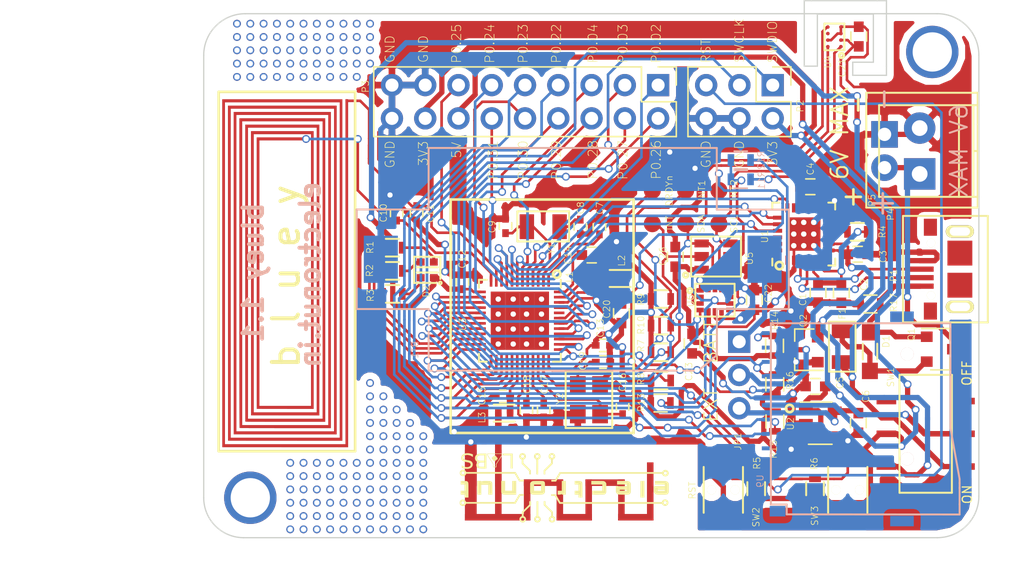
<source format=kicad_pcb>
(kicad_pcb (version 4) (host pcbnew 4.0.2-stable)
  (layers (0 F.Cu signal) (31 B.Cu signal) (34 B.Paste user) (35 F.Paste user) (36 B.SilkS user) (37 F.SilkS user) (38 B.Mask user) (39 F.Mask user) (44 Edge.Cuts user))
  (net 0 "")
  (net 1 "Net-(BT1-Pad1)")
  (net 2 GND)
  (net 3 "Net-(C4-Pad1)")
  (net 4 "Net-(C6-Pad2)")
  (net 5 "Net-(C7-Pad1)")
  (net 6 "Net-(C8-Pad1)")
  (net 7 "Net-(C9-Pad1)")
  (net 8 "Net-(C15-Pad1)")
  (net 9 "Net-(C16-Pad2)")
  (net 10 "Net-(C17-Pad2)")
  (net 11 "Net-(C18-Pad2)")
  (net 12 "Net-(C19-Pad2)")
  (net 13 "Net-(D2-Pad2)")
  (net 14 "Net-(D2-Pad3)")
  (net 15 "Net-(D2-Pad4)")
  (net 16 D-)
  (net 17 D+)
  (net 18 SWDIO)
  (net 19 SWDCLK)
  (net 20 P0.21/RESET)
  (net 21 P0.02/AIN0)
  (net 22 P0.03/AIN1)
  (net 23 P0.04/AIN2)
  (net 24 P0.22)
  (net 25 P0.23)
  (net 26 P0.24)
  (net 27 P0.25)
  (net 28 P0.26)
  (net 29 P0.27)
  (net 30 P0.28/AIN4)
  (net 31 P0.29/AIN5)
  (net 32 P0.30/AIN6)
  (net 33 P0.31/AIN7)
  (net 34 RED)
  (net 35 BLUE)
  (net 36 GREEN)
  (net 37 "Net-(R4-Pad2)")
  (net 38 BUTTON)
  (net 39 "Net-(U1-Pad1)")
  (net 40 "Net-(U1-Pad10)")
  (net 41 "Net-(U1-Pad11)")
  (net 42 "Net-(U1-Pad12)")
  (net 43 "Net-(U1-Pad13)")
  (net 44 "Net-(U1-Pad14)")
  (net 45 "Net-(U1-Pad15)")
  (net 46 "Net-(U1-Pad17)")
  (net 47 CTS)
  (net 48 RTS)
  (net 49 RXD)
  (net 50 TXD)
  (net 51 "Net-(U1-Pad22)")
  (net 52 "Net-(U1-Pad23)")
  (net 53 "Net-(U1-Pad24)")
  (net 54 "Net-(U2-Pad4)")
  (net 55 "Net-(U3-Pad44)")
  (net 56 "Net-(L1-Pad1)")
  (net 57 SCL)
  (net 58 SDA)
  (net 59 5V_EXT)
  (net 60 "Net-(U4-PadC2)")
  (net 61 DRDYn)
  (net 62 INT)
  (net 63 "Net-(C10-Pad1)")
  (net 64 "Net-(C11-Pad1)")
  (net 65 "Net-(L3-Pad2)")
  (net 66 "Net-(L1-Pad2)")
  (net 67 INT1)
  (net 68 INT2)
  (net 69 "Net-(C20-Pad1)")
  (net 70 "Net-(R11-Pad1)")
  (net 71 "Net-(C1-Pad2)")
  (net 72 "Net-(R13-Pad2)")
  (net 73 "Net-(U6-Pad11)")
  (net 74 "Net-(U6-Pad10)")
  (net 75 "Net-(U9-Pad8)")
  (net 76 "Net-(U9-Pad1)")
  (net 77 "Net-(R14-Pad1)")
  (net 78 "Net-(D1-Pad1)")
  (net 79 Vin)
  (net 80 VDD)
  (net 81 Ex_Vin)
  (net 82 "Net-(JP1-Pad2)")
  (net 83 3V3)
  (net 84 V_BUS)
  (module Capacitors_SMD:C_0603 (layer F.Cu) (at 131.03 84.08)
    (fp_text reference C5 (at 1.88 -0.28 90) (layer F.SilkS) (effects (font (size 0.5 0.5) (thickness 0.05))))
    (fp_text value 1uF)
    (pad 1 smd rect (at -0.75 0) (size 0.8 0.75) (layers F.Cu F.Paste F.Mask) (net 2 GND))
    (pad 2 smd rect (at 0.75 0) (size 0.8 0.75) (layers F.Cu F.Paste F.Mask) (net 79 Vin))
  )
  (module bluey:BT2032 (layer B.Cu) (at 112.5 74.375)
    (fp_text reference BT1 (at -12.043 6.905 90) (layer B.SilkS) (effects (font (size 0.5 0.5) (thickness 0.05)) (justify mirror)))
    (fp_text value CR2032)
    (pad 2 smd rect (at -14.65 0) (size 2.6 3.6) (layers B.Cu B.Paste B.Mask) (net 2 GND))
    (pad 1 smd rect (at 14.65 0) (size 2.6 3.6) (layers B.Cu B.Paste B.Mask) (net 1 "Net-(BT1-Pad1)"))
  )
  (module bluey:MicroSD_CardHolder (layer B.Cu) (at 127.24 86.56 270)
    (fp_text reference U9 (at 4.75 0.43 270) (layer B.SilkS) (effects (font (size 0.5 0.5) (thickness 0.05)) (justify mirror)))
    (fp_text value MicroSD)
    (pad "" np_thru_hole circle (at 3.05 -10.8 270) (size 1 1) (drill 1) (layers *.Cu *.Mask B.SilkS))
    (pad "" smd rect (at 7.8 -10.4 270) (size 0.8 1.8) (layers B.Cu B.Paste B.Mask))
    (pad "" smd rect (at -7.8 -10.4 270) (size 0.8 1.8) (layers B.Cu B.Paste B.Mask))
    (pad 9 smd rect (at -6.55 0 270) (size 0.3 0.6) (layers B.Cu B.Paste B.Mask) (net 77 "Net-(R14-Pad1)"))
    (pad 8 smd rect (at -5.44 0 270) (size 0.3 0.6) (layers B.Cu B.Paste B.Mask) (net 75 "Net-(U9-Pad8)"))
    (pad 7 smd rect (at -4.35 0 270) (size 0.3 0.6) (layers B.Cu B.Paste B.Mask) (net 26 P0.24))
    (pad 6 smd rect (at -3.25 0 270) (size 0.3 0.6) (layers B.Cu B.Paste B.Mask) (net 2 GND))
    (pad 5 smd rect (at -2.15 0 270) (size 0.3 0.6) (layers B.Cu B.Paste B.Mask) (net 27 P0.25))
    (pad 4 smd rect (at -1.05 0 270) (size 0.3 0.6) (layers B.Cu B.Paste B.Mask) (net 80 VDD))
    (pad 3 smd rect (at 0.05 0 270) (size 0.3 0.6) (layers B.Cu B.Paste B.Mask) (net 25 P0.23))
    (pad 2 smd rect (at 1.15 0 270) (size 0.3 0.6) (layers B.Cu B.Paste B.Mask) (net 24 P0.22))
    (pad 1 smd rect (at 2.25 0 270) (size 0.3 0.6) (layers B.Cu B.Paste B.Mask) (net 76 "Net-(U9-Pad1)"))
    (pad 10 smd rect (at -7.8 -0.9 270) (size 0.8 1.2) (layers B.Cu B.Paste B.Mask) (net 2 GND))
    (pad "" smd rect (at 7.05 -0.9 270) (size 0.8 1.2) (layers B.Cu B.Paste B.Mask))
    (pad "" np_thru_hole circle (at -4.95 -10.8 270) (size 1 1) (drill 1) (layers *.Cu *.Mask B.SilkS))
  )
  (module bluey:tactile_switch (layer F.Cu) (at 139.45 87.7 270)
    (fp_text reference SW1 (at -4.32 2.67 270) (layer F.SilkS) (effects (font (size 0.5 0.5) (thickness 0.05))))
    (fp_text value "ON/OFF Switch")
    (pad 4 smd rect (at 0 -3 270) (size 0.5 1.5) (layers F.Cu F.Paste F.Mask) (net 79 Vin))
    (pad "" smd rect (at -2.5 -3 270) (size 0.5 1.5) (layers F.Cu F.Paste F.Mask))
    (pad 3 smd rect (at 2.5 -3 270) (size 0.5 1.5) (layers F.Cu F.Paste F.Mask) (net 81 Ex_Vin))
    (pad 1 smd rect (at 2.5 3 270) (size 0.5 1.5) (layers F.Cu F.Paste F.Mask) (net 83 3V3))
    (pad 2 smd rect (at 0 3 270) (size 0.5 1.5) (layers F.Cu F.Paste F.Mask) (net 80 VDD))
    (pad "" smd rect (at -2.5 3 270) (size 0.5 1.5) (layers F.Cu F.Paste F.Mask))
  )
  (module bluey:peter-switch (layer F.Cu) (at 124 91.98 270)
    (fp_text reference SW2 (at 2.09 -2.5 450) (layer F.SilkS) (effects (font (size 0.5 0.5) (thickness 0.05))))
    (fp_text value SW_PUSH hide)
    (pad "" np_thru_hole circle (at 0 -0.9 270) (size 0.7 0.7) (drill 0.7) (layers *.Cu *.Mask F.SilkS))
    (pad 2 smd rect (at 2.25 0 270) (size 0.8 1.8) (layers F.Cu F.Paste F.Mask) (net 2 GND))
    (pad 1 smd rect (at -2.25 0 270) (size 0.8 1.8) (layers F.Cu F.Paste F.Mask) (net 20 P0.21/RESET))
    (pad "" np_thru_hole circle (at 0 0.9 270) (size 0.7 0.7) (drill 0.7) (layers *.Cu *.Mask F.SilkS))
  )
  (module bluey:APDS9301 (layer F.Cu) (at 123.444 74.168)
    (fp_text reference U5 (at 2.556 0.142 90) (layer F.SilkS) (effects (font (size 0.5 0.5) (thickness 0.05))))
    (fp_text value APDS9300-020)
    (pad 5 smd rect (at -1.1 -1) (size 1.1 0.6) (layers F.Cu F.Paste F.Mask) (net 58 SDA))
    (pad 6 smd rect (at -1.1 0) (size 1.1 0.7) (layers F.Cu F.Paste F.Mask) (net 62 INT))
    (pad 1 smd rect (at -1.1 1) (size 1.1 0.6) (layers F.Cu F.Paste F.Mask) (net 80 VDD))
    (pad 2 smd rect (at 1.1 1) (size 1.1 0.6) (layers F.Cu F.Paste F.Mask) (net 2 GND))
    (pad 3 smd rect (at 1.1 0) (size 1.1 0.7) (layers F.Cu F.Paste F.Mask) (net 70 "Net-(R11-Pad1)"))
    (pad 4 smd rect (at 1.1 -1) (size 1.1 0.6) (layers F.Cu F.Paste F.Mask) (net 57 SCL))
  )
  (module Capacitors_SMD:C_0603 (layer F.Cu) (at 134.34 57.37 90)
    (fp_text reference C21 (at -2.38 -1.265 270) (layer F.SilkS) (effects (font (size 0.5 0.5) (thickness 0.05))))
    (fp_text value 0.1uF)
    (pad 1 smd rect (at -0.75 0 90) (size 0.8 0.75) (layers F.Cu F.Paste F.Mask) (net 80 VDD))
    (pad 2 smd rect (at 0.75 0 90) (size 0.8 0.75) (layers F.Cu F.Paste F.Mask) (net 2 GND))
  )
  (module bluey:ABS07_crystal (layer F.Cu) (at 110.25 71.89 180)
    (fp_text reference Y1 (at -0.62 -1.67 270) (layer F.SilkS) (effects (font (size 0.5 0.5) (thickness 0.05))))
    (fp_text value 32.768KHz hide)
    (pad 2 smd rect (at 1.25 0 180) (size 1.1 1.9) (layers F.Cu F.Paste F.Mask) (net 7 "Net-(C9-Pad1)"))
    (pad 1 smd rect (at -1.25 0 180) (size 1.1 1.9) (layers F.Cu F.Paste F.Mask) (net 6 "Net-(C8-Pad1)"))
  )
  (module bluey:mount-holes (layer F.Cu) (at 80.14 92.77)
    (fp_text reference REF** hide)
    (fp_text value "mount holes")
    (pad 1 thru_hole circle (at 7.746 -0.187) (size 4 4) (drill 3) (layers *.Cu))
  )
  (module Pin_Headers:Pin_Header_Straight_2x09_Pitch2.54mm (layer F.Cu) (at 119.02 61.078 270)
    (fp_text reference P3 (at 0.102 22.34 450) (layer F.SilkS) (effects (font (size 0.5 0.5) (thickness 0.05))))
    (fp_text value CONN_02X09)
    (pad 1 thru_hole rect (at 0 0 270) (size 1.7 1.7) (drill 1) (layers *.Cu *.Mask) (net 21 P0.02/AIN0))
    (pad 2 thru_hole oval (at 2.54 0 270) (size 1.7 1.7) (drill 1) (layers *.Cu *.Mask) (net 28 P0.26))
    (pad 3 thru_hole oval (at 0 2.54 270) (size 1.7 1.7) (drill 1) (layers *.Cu *.Mask) (net 22 P0.03/AIN1))
    (pad 4 thru_hole oval (at 2.54 2.54 270) (size 1.7 1.7) (drill 1) (layers *.Cu *.Mask) (net 29 P0.27))
    (pad 5 thru_hole oval (at 0 5.08 270) (size 1.7 1.7) (drill 1) (layers *.Cu *.Mask) (net 23 P0.04/AIN2))
    (pad 6 thru_hole oval (at 2.54 5.08 270) (size 1.7 1.7) (drill 1) (layers *.Cu *.Mask) (net 30 P0.28/AIN4))
    (pad 7 thru_hole oval (at 0 7.62 270) (size 1.7 1.7) (drill 1) (layers *.Cu *.Mask) (net 24 P0.22))
    (pad 8 thru_hole oval (at 2.54 7.62 270) (size 1.7 1.7) (drill 1) (layers *.Cu *.Mask) (net 31 P0.29/AIN5))
    (pad 9 thru_hole oval (at 0 10.16 270) (size 1.7 1.7) (drill 1) (layers *.Cu *.Mask) (net 25 P0.23))
    (pad 10 thru_hole oval (at 2.54 10.16 270) (size 1.7 1.7) (drill 1) (layers *.Cu *.Mask) (net 32 P0.30/AIN6))
    (pad 11 thru_hole oval (at 0 12.7 270) (size 1.7 1.7) (drill 1) (layers *.Cu *.Mask) (net 26 P0.24))
    (pad 12 thru_hole oval (at 2.54 12.7 270) (size 1.7 1.7) (drill 1) (layers *.Cu *.Mask) (net 33 P0.31/AIN7))
    (pad 13 thru_hole oval (at 0 15.24 270) (size 1.7 1.7) (drill 1) (layers *.Cu *.Mask) (net 27 P0.25))
    (pad 14 thru_hole oval (at 2.54 15.24 270) (size 1.7 1.7) (drill 1) (layers *.Cu *.Mask) (net 81 Ex_Vin))
    (pad 15 thru_hole oval (at 0 17.78 270) (size 1.7 1.7) (drill 1) (layers *.Cu *.Mask) (net 2 GND))
    (pad 16 thru_hole oval (at 2.54 17.78 270) (size 1.7 1.7) (drill 1) (layers *.Cu *.Mask) (net 83 3V3))
    (pad 17 thru_hole oval (at 0 20.32 270) (size 1.7 1.7) (drill 1) (layers *.Cu *.Mask) (net 2 GND))
    (pad 18 thru_hole oval (at 2.54 20.32 270) (size 1.7 1.7) (drill 1) (layers *.Cu *.Mask) (net 2 GND))
  )
  (module Resistors_SMD:R_0603 (layer F.Cu) (at 119.232 83.631 180)
    (fp_text reference R8 (at 1.522 0.131 270) (layer F.SilkS) (effects (font (size 0.5 0.5) (thickness 0.05))))
    (fp_text value 4.7K)
    (pad 1 smd rect (at -0.75 0 180) (size 0.5 0.9) (layers F.Cu F.Paste F.Mask) (net 57 SCL))
    (pad 2 smd rect (at 0.75 0 180) (size 0.5 0.9) (layers F.Cu F.Paste F.Mask) (net 80 VDD))
  )
  (module Capacitors_SMD:C_0402 (layer F.Cu) (at 107.37 71.83 90)
    (fp_text reference C9 (at -0.06 -1.03 270) (layer F.SilkS) (effects (font (size 0.5 0.5) (thickness 0.05))))
    (fp_text value 12pF)
    (pad 1 smd rect (at -0.55 0 90) (size 0.6 0.5) (layers F.Cu F.Paste F.Mask) (net 7 "Net-(C9-Pad1)"))
    (pad 2 smd rect (at 0.55 0 90) (size 0.6 0.5) (layers F.Cu F.Paste F.Mask) (net 2 GND))
  )
  (module Capacitors_SMD:C_0402 (layer F.Cu) (at 107.17 84.84 180)
    (fp_text reference C15 (at 1.6 0.04 270) (layer F.SilkS) (effects (font (size 0.5 0.5) (thickness 0.05))))
    (fp_text value 0.8pF)
    (pad 1 smd rect (at -0.55 0 180) (size 0.6 0.5) (layers F.Cu F.Paste F.Mask) (net 8 "Net-(C15-Pad1)"))
    (pad 2 smd rect (at 0.55 0 180) (size 0.6 0.5) (layers F.Cu F.Paste F.Mask) (net 2 GND))
  )
  (module Capacitors_SMD:C_0603 (layer F.Cu) (at 131.23 76.93 90)
    (fp_text reference C1 (at -0.52 -1.16 90) (layer F.SilkS) (effects (font (size 0.5 0.5) (thickness 0.05))))
    (fp_text value 1uF)
    (pad 1 smd rect (at -0.75 0 90) (size 0.8 0.75) (layers F.Cu F.Paste F.Mask) (net 2 GND))
    (pad 2 smd rect (at 0.75 0 90) (size 0.8 0.75) (layers F.Cu F.Paste F.Mask) (net 71 "Net-(C1-Pad2)"))
  )
  (module Capacitors_SMD:C_0603 (layer F.Cu) (at 133.01 76.95 90)
    (fp_text reference C2 (at 0.65 1.73 270) (layer F.SilkS) (effects (font (size 0.5 0.5) (thickness 0.05))))
    (fp_text value 0.1uF)
    (pad 1 smd rect (at -0.75 0 90) (size 0.8 0.75) (layers F.Cu F.Paste F.Mask) (net 2 GND))
    (pad 2 smd rect (at 0.75 0 90) (size 0.8 0.75) (layers F.Cu F.Paste F.Mask) (net 71 "Net-(C1-Pad2)"))
  )
  (module Capacitors_SMD:C_0603 (layer F.Cu) (at 134.26 73.99 180)
    (fp_text reference C3 (at -1.94 -0.18 450) (layer F.SilkS) (effects (font (size 0.5 0.5) (thickness 0.05))))
    (fp_text value 1uF)
    (pad 1 smd rect (at -0.75 0 180) (size 0.8 0.75) (layers F.Cu F.Paste F.Mask) (net 2 GND))
    (pad 2 smd rect (at 0.75 0 180) (size 0.8 0.75) (layers F.Cu F.Paste F.Mask) (net 79 Vin))
  )
  (module Capacitors_SMD:C_0603 (layer F.Cu) (at 130.64 68.84)
    (fp_text reference C4 (at 0.01 -1.365 270) (layer F.SilkS) (effects (font (size 0.5 0.5) (thickness 0.05))))
    (fp_text value 4.7uF)
    (pad 1 smd rect (at -0.75 0) (size 0.8 0.75) (layers F.Cu F.Paste F.Mask) (net 3 "Net-(C4-Pad1)"))
    (pad 2 smd rect (at 0.75 0) (size 0.8 0.75) (layers F.Cu F.Paste F.Mask) (net 2 GND))
  )
  (module Capacitors_SMD:C_0603 (layer F.Cu) (at 134.31 86.87 90)
    (fp_text reference C6 (at 2.03 0.57 270) (layer F.SilkS) (effects (font (size 0.5 0.5) (thickness 0.05))))
    (fp_text value 2.2uF)
    (pad 1 smd rect (at -0.75 0 90) (size 0.8 0.75) (layers F.Cu F.Paste F.Mask) (net 2 GND))
    (pad 2 smd rect (at 0.75 0 90) (size 0.8 0.75) (layers F.Cu F.Paste F.Mask) (net 4 "Net-(C6-Pad2)"))
  )
  (module Capacitors_SMD:C_0402 (layer F.Cu) (at 114.54 71.92 90)
    (fp_text reference C7 (at 1.44 0.03 270) (layer F.SilkS) (effects (font (size 0.5 0.5) (thickness 0.05))))
    (fp_text value 0.1uF)
    (pad 1 smd rect (at -0.55 0 90) (size 0.6 0.5) (layers F.Cu F.Paste F.Mask) (net 5 "Net-(C7-Pad1)"))
    (pad 2 smd rect (at 0.55 0 90) (size 0.6 0.5) (layers F.Cu F.Paste F.Mask) (net 2 GND))
  )
  (module Capacitors_SMD:C_0402 (layer F.Cu) (at 113.08 71.9 270)
    (fp_text reference C8 (at -1.45 -0.03 450) (layer F.SilkS) (effects (font (size 0.5 0.5) (thickness 0.05))))
    (fp_text value 12pF)
    (pad 1 smd rect (at -0.55 0 270) (size 0.6 0.5) (layers F.Cu F.Paste F.Mask) (net 6 "Net-(C8-Pad1)"))
    (pad 2 smd rect (at 0.55 0 270) (size 0.6 0.5) (layers F.Cu F.Paste F.Mask) (net 2 GND))
  )
  (module Capacitors_SMD:C_0402 (layer F.Cu) (at 99.06 70.866 90)
    (fp_text reference C10 (at 0.026 -1.01 90) (layer F.SilkS) (effects (font (size 0.5 0.5) (thickness 0.05))))
    (fp_text value TBD)
    (pad 1 smd rect (at -0.55 0 90) (size 0.6 0.5) (layers F.Cu F.Paste F.Mask) (net 63 "Net-(C10-Pad1)"))
    (pad 2 smd rect (at 0.55 0 90) (size 0.6 0.5) (layers F.Cu F.Paste F.Mask) (net 2 GND))
  )
  (module Capacitors_SMD:C_0402 (layer F.Cu) (at 100.584 70.866 270)
    (fp_text reference C11 (at 0.004 -1.056 270) (layer F.SilkS) (effects (font (size 0.5 0.5) (thickness 0.05))))
    (fp_text value TBD)
    (pad 1 smd rect (at -0.55 0 270) (size 0.6 0.5) (layers F.Cu F.Paste F.Mask) (net 64 "Net-(C11-Pad1)"))
    (pad 2 smd rect (at 0.55 0 270) (size 0.6 0.5) (layers F.Cu F.Paste F.Mask) (net 2 GND))
  )
  (module Capacitors_SMD:C_0402 (layer F.Cu) (at 104.076 76.108 90)
    (fp_text reference C12 (at 1.748 -0.006 270) (layer F.SilkS) (effects (font (size 0.5 0.5) (thickness 0.05))))
    (fp_text value 0.1uF)
    (pad 1 smd rect (at -0.55 0 90) (size 0.6 0.5) (layers F.Cu F.Paste F.Mask) (net 80 VDD))
    (pad 2 smd rect (at 0.55 0 90) (size 0.6 0.5) (layers F.Cu F.Paste F.Mask) (net 2 GND))
  )
  (module Capacitors_SMD:C_0402 (layer F.Cu) (at 114.8 80.95)
    (fp_text reference C13 (at -0.19 -1.32 90) (layer F.SilkS) (effects (font (size 0.5 0.5) (thickness 0.05))))
    (fp_text value 0.1uF)
    (pad 1 smd rect (at -0.55 0) (size 0.6 0.5) (layers F.Cu F.Paste F.Mask) (net 80 VDD))
    (pad 2 smd rect (at 0.55 0) (size 0.6 0.5) (layers F.Cu F.Paste F.Mask) (net 2 GND))
  )
  (module Capacitors_SMD:C_0402 (layer F.Cu) (at 116.31 85.65 270)
    (fp_text reference C16 (at -1.89 0 450) (layer F.SilkS) (effects (font (size 0.5 0.5) (thickness 0.05))))
    (fp_text value 12pF)
    (pad 1 smd rect (at -0.55 0 270) (size 0.6 0.5) (layers F.Cu F.Paste F.Mask) (net 2 GND))
    (pad 2 smd rect (at 0.55 0 270) (size 0.6 0.5) (layers F.Cu F.Paste F.Mask) (net 9 "Net-(C16-Pad2)"))
  )
  (module Capacitors_SMD:C_0402 (layer F.Cu) (at 110.286 85.904 90)
    (fp_text reference C17 (at 1.934 0.064 270) (layer F.SilkS) (effects (font (size 0.5 0.5) (thickness 0.05))))
    (fp_text value 100pF)
    (pad 1 smd rect (at -0.55 0 90) (size 0.6 0.5) (layers F.Cu F.Paste F.Mask) (net 2 GND))
    (pad 2 smd rect (at 0.55 0 90) (size 0.6 0.5) (layers F.Cu F.Paste F.Mask) (net 10 "Net-(C17-Pad2)"))
  )
  (module Capacitors_SMD:C_0402 (layer F.Cu) (at 108.966 85.904 90)
    (fp_text reference C18 (at 1.974 0.044 270) (layer F.SilkS) (effects (font (size 0.5 0.5) (thickness 0.05))))
    (fp_text value NC)
    (pad 1 smd rect (at -0.55 0 90) (size 0.6 0.5) (layers F.Cu F.Paste F.Mask) (net 2 GND))
    (pad 2 smd rect (at 0.55 0 90) (size 0.6 0.5) (layers F.Cu F.Paste F.Mask) (net 11 "Net-(C18-Pad2)"))
  )
  (module Capacitors_SMD:C_0402 (layer F.Cu) (at 114.81 82.22 180)
    (fp_text reference C19 (at 1.53 0.08 450) (layer F.SilkS) (effects (font (size 0.5 0.5) (thickness 0.05))))
    (fp_text value 12pF)
    (pad 1 smd rect (at -0.55 0 180) (size 0.6 0.5) (layers F.Cu F.Paste F.Mask) (net 2 GND))
    (pad 2 smd rect (at 0.55 0 180) (size 0.6 0.5) (layers F.Cu F.Paste F.Mask) (net 12 "Net-(C19-Pad2)"))
  )
  (module Capacitors_SMD:C_0603 (layer F.Cu) (at 120.33 74.19 90)
    (fp_text reference C26 (at 0.06 -0.95 270) (layer F.SilkS) (effects (font (size 0.5 0.5) (thickness 0.05))))
    (fp_text value 0.1uF)
    (pad 1 smd rect (at -0.75 0 90) (size 0.8 0.75) (layers F.Cu F.Paste F.Mask) (net 80 VDD))
    (pad 2 smd rect (at 0.75 0 90) (size 0.8 0.75) (layers F.Cu F.Paste F.Mask) (net 2 GND))
  )
  (module Resistors_SMD:R_0603 (layer F.Cu) (at 98.73 73.49 180)
    (fp_text reference R1 (at 1.7 0.02 270) (layer F.SilkS) (effects (font (size 0.5 0.5) (thickness 0.05))))
    (fp_text value 200R)
    (pad 1 smd rect (at -0.75 0 180) (size 0.5 0.9) (layers F.Cu F.Paste F.Mask) (net 15 "Net-(D2-Pad4)"))
    (pad 2 smd rect (at 0.75 0 180) (size 0.5 0.9) (layers F.Cu F.Paste F.Mask) (net 34 RED))
  )
  (module Resistors_SMD:R_0603 (layer F.Cu) (at 98.74 75.26 180)
    (fp_text reference R2 (at 1.74 0.02 450) (layer F.SilkS) (effects (font (size 0.5 0.5) (thickness 0.05))))
    (fp_text value 100R)
    (pad 1 smd rect (at -0.75 0 180) (size 0.5 0.9) (layers F.Cu F.Paste F.Mask) (net 14 "Net-(D2-Pad3)"))
    (pad 2 smd rect (at 0.75 0 180) (size 0.5 0.9) (layers F.Cu F.Paste F.Mask) (net 36 GREEN))
  )
  (module Resistors_SMD:R_0603 (layer F.Cu) (at 98.74 77.02 180)
    (fp_text reference R3 (at 1.68 -0.12 270) (layer F.SilkS) (effects (font (size 0.5 0.5) (thickness 0.05))))
    (fp_text value 100R)
    (pad 1 smd rect (at -0.75 0 180) (size 0.5 0.9) (layers F.Cu F.Paste F.Mask) (net 13 "Net-(D2-Pad2)"))
    (pad 2 smd rect (at 0.75 0 180) (size 0.5 0.9) (layers F.Cu F.Paste F.Mask) (net 35 BLUE))
  )
  (module Resistors_SMD:R_0603 (layer F.Cu) (at 134.23 72.28 180)
    (fp_text reference R4 (at -1.91 0 450) (layer F.SilkS) (effects (font (size 0.5 0.5) (thickness 0.05))))
    (fp_text value 4.7K)
    (pad 1 smd rect (at -0.75 0 180) (size 0.5 0.9) (layers F.Cu F.Paste F.Mask) (net 71 "Net-(C1-Pad2)"))
    (pad 2 smd rect (at 0.75 0 180) (size 0.5 0.9) (layers F.Cu F.Paste F.Mask) (net 37 "Net-(R4-Pad2)"))
  )
  (module Resistors_SMD:R_0603 (layer F.Cu) (at 126.51 91.89 270)
    (fp_text reference R5 (at -1.95 -0.06 450) (layer F.SilkS) (effects (font (size 0.5 0.5) (thickness 0.05))))
    (fp_text value 10K)
    (pad 1 smd rect (at -0.75 0 270) (size 0.5 0.9) (layers F.Cu F.Paste F.Mask) (net 20 P0.21/RESET))
    (pad 2 smd rect (at 0.75 0 270) (size 0.5 0.9) (layers F.Cu F.Paste F.Mask) (net 80 VDD))
  )
  (module Resistors_SMD:R_0603 (layer F.Cu) (at 131 91.89 270)
    (fp_text reference R6 (at -1.91 0.06 450) (layer F.SilkS) (effects (font (size 0.5 0.5) (thickness 0.05))))
    (fp_text value 10K)
    (pad 1 smd rect (at -0.75 0 270) (size 0.5 0.9) (layers F.Cu F.Paste F.Mask) (net 38 BUTTON))
    (pad 2 smd rect (at 0.75 0 270) (size 0.5 0.9) (layers F.Cu F.Paste F.Mask) (net 80 VDD))
  )
  (module Resistors_SMD:R_0603 (layer F.Cu) (at 119.232 81.472 180)
    (fp_text reference R7 (at 1.522 0.492 270) (layer F.SilkS) (effects (font (size 0.5 0.5) (thickness 0.05))))
    (fp_text value 4.7K)
    (pad 1 smd rect (at -0.75 0 180) (size 0.5 0.9) (layers F.Cu F.Paste F.Mask) (net 58 SDA))
    (pad 2 smd rect (at 0.75 0 180) (size 0.5 0.9) (layers F.Cu F.Paste F.Mask) (net 80 VDD))
  )
  (module TO_SOT_Packages_SMD:SOT-23-5 (layer F.Cu) (at 131.4 86.89)
    (fp_text reference U2 (at -2.27 0.04 90) (layer F.SilkS) (effects (font (size 0.5 0.5) (thickness 0.05))))
    (fp_text value AP2112K)
    (pad 1 smd rect (at -1.1 -0.95) (size 1.06 0.65) (layers F.Cu F.Paste F.Mask) (net 79 Vin))
    (pad 2 smd rect (at -1.1 0) (size 1.06 0.65) (layers F.Cu F.Paste F.Mask) (net 2 GND))
    (pad 3 smd rect (at -1.1 0.95) (size 1.06 0.65) (layers F.Cu F.Paste F.Mask) (net 79 Vin))
    (pad 4 smd rect (at 1.1 0.95) (size 1.06 0.65) (layers F.Cu F.Paste F.Mask) (net 54 "Net-(U2-Pad4)"))
    (pad 5 smd rect (at 1.1 -0.95) (size 1.06 0.65) (layers F.Cu F.Paste F.Mask) (net 4 "Net-(C6-Pad2)"))
  )
  (module bluey:HDC1010 (layer F.Cu) (at 132.478 57.143 180)
    (fp_text reference U4 (at 0.508 -2.159 270) (layer F.SilkS) (effects (font (size 0.5 0.5) (thickness 0.05))))
    (fp_text value HDC1010)
    (pad A1 smd circle (at -0.5 -1 180) (size 0.275 0.275) (layers F.Cu F.Paste F.Mask) (net 57 SCL))
    (pad B1 smd circle (at -0.5 -0.5 180) (size 0.275 0.275) (layers F.Cu F.Paste F.Mask) (net 80 VDD))
    (pad C1 smd circle (at -0.5 0 180) (size 0.275 0.275) (layers F.Cu F.Paste F.Mask) (net 2 GND))
    (pad D1 smd circle (at -0.5 0.5 180) (size 0.275 0.275) (layers F.Cu F.Paste F.Mask) (net 2 GND))
    (pad A2 smd circle (at 0.5 -1 180) (size 0.275 0.275) (layers F.Cu F.Paste F.Mask) (net 58 SDA))
    (pad B2 smd circle (at 0.5 -0.5 180) (size 0.275 0.275) (layers F.Cu F.Paste F.Mask) (net 2 GND))
    (pad C2 smd circle (at 0.5 0 180) (size 0.275 0.275) (layers F.Cu F.Paste F.Mask) (net 60 "Net-(U4-PadC2)"))
    (pad D2 smd circle (at 0.5 0.5 180) (size 0.275 0.275) (layers F.Cu F.Paste F.Mask) (net 61 DRDYn))
  )
  (module bluey:CREE-CA (layer F.Cu) (at 101.395 75.184)
    (fp_text reference D2 (at -0.075 1.626 90) (layer F.SilkS) (effects (font (size 0.5 0.5) (thickness 0.05))))
    (fp_text value Led_RGB_CA)
    (pad 1 smd rect (at 0.5 0.6) (size 0.6 0.55) (layers F.Cu F.Paste F.Mask) (net 80 VDD))
    (pad 2 smd rect (at -0.5 0.6) (size 0.6 0.55) (layers F.Cu F.Paste F.Mask) (net 13 "Net-(D2-Pad2)"))
    (pad 3 smd rect (at -0.5 -0.6) (size 0.6 0.55) (layers F.Cu F.Paste F.Mask) (net 14 "Net-(D2-Pad3)"))
    (pad 4 smd rect (at 0.5 -0.6) (size 0.6 0.55) (layers F.Cu F.Paste F.Mask) (net 15 "Net-(D2-Pad4)"))
  )
  (module Capacitors_SMD:C_0603 (layer F.Cu) (at 113.95 74.05)
    (fp_text reference C14 (at -1.81 0 270) (layer F.SilkS) (effects (font (size 0.5 0.5) (thickness 0.05))))
    (fp_text value 4.7uF)
    (pad 1 smd rect (at -0.75 0) (size 0.8 0.75) (layers F.Cu F.Paste F.Mask) (net 80 VDD))
    (pad 2 smd rect (at 0.75 0) (size 0.8 0.75) (layers F.Cu F.Paste F.Mask) (net 2 GND))
  )
  (module Capacitors_SMD:C_0603 (layer F.Cu) (at 116.22 78.5 270)
    (fp_text reference C20 (at -0.32 1.12 450) (layer F.SilkS) (effects (font (size 0.5 0.5) (thickness 0.05))))
    (fp_text value 1.0uF)
    (pad 1 smd rect (at -0.75 0 270) (size 0.8 0.75) (layers F.Cu F.Paste F.Mask) (net 69 "Net-(C20-Pad1)"))
    (pad 2 smd rect (at 0.75 0 270) (size 0.8 0.75) (layers F.Cu F.Paste F.Mask) (net 2 GND))
  )
  (module Inductors_NEOSID:Neosid_Inductor_SM0603CG (layer F.Cu) (at 113.95 75.79)
    (fp_text reference L1 (at -1.7 -0.065 90) (layer F.SilkS) (effects (font (size 0.5 0.5) (thickness 0.05))))
    (fp_text value 10uH)
    (pad 2 smd rect (at 0.70104 0) (size 0.59944 1.19888) (layers F.Cu F.Paste F.Mask) (net 66 "Net-(L1-Pad2)"))
    (pad 1 smd rect (at -0.70104 0) (size 0.59944 1.19888) (layers F.Cu F.Paste F.Mask) (net 56 "Net-(L1-Pad1)"))
  )
  (module bluey:L_0402 (layer F.Cu) (at 116.12 75.84)
    (fp_text reference L2 (at 0.12 -1.36 270) (layer F.SilkS) (effects (font (size 0.5 0.5) (thickness 0.05))))
    (fp_text value 15nH)
    (pad 1 smd rect (at -0.45 0) (size 0.5 0.6) (layers F.Cu F.Paste F.Mask) (net 66 "Net-(L1-Pad2)"))
    (pad 2 smd rect (at 0.45 0) (size 0.5 0.6) (layers F.Cu F.Paste F.Mask) (net 69 "Net-(C20-Pad1)"))
  )
  (module bluey:L_0402 (layer F.Cu) (at 107.27 86.12 180)
    (fp_text reference L3 (at 1.7 -0.34 270) (layer F.SilkS) (effects (font (size 0.5 0.5) (thickness 0.05))))
    (fp_text value 3.9nH)
    (pad 1 smd rect (at -0.45 0 180) (size 0.5 0.6) (layers F.Cu F.Paste F.Mask) (net 8 "Net-(C15-Pad1)"))
    (pad 2 smd rect (at 0.45 0 180) (size 0.5 0.6) (layers F.Cu F.Paste F.Mask) (net 65 "Net-(L3-Pad2)"))
  )
  (module bluey:32MHz_crystal (layer F.Cu) (at 113.74 85.1 270)
    (fp_text reference Y2 (at -0.09 2.23 450) (layer F.SilkS) (effects (font (size 0.5 0.5) (thickness 0.05))))
    (fp_text value 32MHz)
    (pad 4 smd rect (at -1.1 -0.85 270) (size 1.4 1.2) (layers F.Cu F.Paste F.Mask) (net 2 GND))
    (pad 1 smd rect (at -1.1 0.85 270) (size 1.4 1.2) (layers F.Cu F.Paste F.Mask) (net 12 "Net-(C19-Pad2)"))
    (pad 2 smd rect (at 1.1 0.85 270) (size 1.4 1.2) (layers F.Cu F.Paste F.Mask) (net 2 GND))
    (pad 3 smd rect (at 1.1 -0.85 270) (size 1.4 1.2) (layers F.Cu F.Paste F.Mask) (net 9 "Net-(C16-Pad2)"))
  )
  (module Resistors_SMD:R_0603 (layer F.Cu) (at 119.232 77.408 180)
    (fp_text reference R9 (at 1.522 -0.032 270) (layer F.SilkS) (effects (font (size 0.5 0.5) (thickness 0.05))))
    (fp_text value 10K)
    (pad 1 smd rect (at -0.75 0 180) (size 0.5 0.9) (layers F.Cu F.Paste F.Mask) (net 61 DRDYn))
    (pad 2 smd rect (at 0.75 0 180) (size 0.5 0.9) (layers F.Cu F.Paste F.Mask) (net 80 VDD))
  )
  (module Resistors_SMD:R_0603 (layer F.Cu) (at 119.232 79.44 180)
    (fp_text reference R10 (at 1.522 0.04 270) (layer F.SilkS) (effects (font (size 0.5 0.5) (thickness 0.05))))
    (fp_text value 10K)
    (pad 1 smd rect (at -0.75 0 180) (size 0.5 0.9) (layers F.Cu F.Paste F.Mask) (net 62 INT))
    (pad 2 smd rect (at 0.75 0 180) (size 0.5 0.9) (layers F.Cu F.Paste F.Mask) (net 80 VDD))
  )
  (module Terminal_Blocks:TerminalBlock_Pheonix_PT-3.5mm_2pol (layer F.Cu) (at 138.99 67.86 90)
    (fp_text reference P5 (at -2.02 -3.64 90) (layer F.SilkS) (effects (font (size 0.5 0.5) (thickness 0.05))))
    (fp_text value "3.5mm ST")
    (pad 2 thru_hole circle (at 3.5 0 90) (size 2.4 2.4) (drill 1.2) (layers *.Cu *.Mask) (net 2 GND))
    (pad 1 thru_hole rect (at 0 0 90) (size 2.4 2.4) (drill 1.2) (layers *.Cu *.Mask) (net 59 5V_EXT))
  )
  (module Pin_Headers:Pin_Header_Straight_2x03_Pitch2.54mm (layer F.Cu) (at 127.77 61.078 270)
    (fp_text reference P2 (at 1.592 -2.1 450) (layer F.SilkS) (effects (font (size 0.5 0.5) (thickness 0.05))))
    (fp_text value JTAG)
    (pad 1 thru_hole rect (at 0 0 270) (size 1.7 1.7) (drill 1) (layers *.Cu *.Mask) (net 18 SWDIO))
    (pad 2 thru_hole oval (at 2.54 0 270) (size 1.7 1.7) (drill 1) (layers *.Cu *.Mask) (net 83 3V3))
    (pad 3 thru_hole oval (at 0 2.54 270) (size 1.7 1.7) (drill 1) (layers *.Cu *.Mask) (net 19 SWDCLK))
    (pad 4 thru_hole oval (at 2.54 2.54 270) (size 1.7 1.7) (drill 1) (layers *.Cu *.Mask) (net 2 GND))
    (pad 5 thru_hole oval (at 0 5.08 270) (size 1.7 1.7) (drill 1) (layers *.Cu *.Mask) (net 20 P0.21/RESET))
    (pad 6 thru_hole oval (at 2.54 5.08 270) (size 1.7 1.7) (drill 1) (layers *.Cu *.Mask) (net 2 GND))
  )
  (module bluey:nfc (layer F.Cu) (at 90.551 75.438 270)
    (fp_text reference U7 hide)
    (fp_text value NFC_Antenna hide)
    (fp_poly (pts (xy 13.281627 0.002539) (xy 13.278805 4.8006) (xy 0.00281 4.803144) (xy -13.273186 4.805688) (xy -13.273186 -4.35864) (xy 12.789938 -4.35864) (xy 12.784292 4.36372) (xy -0.00281 4.366264) (xy -12.789911 4.368808) (xy -12.789911 -3.92176) (xy 12.306666 -3.92176) (xy 12.301018 3.92684) (xy -0.00281 3.929384) (xy -12.306637 3.931929) (xy -12.306637 -3.48488) (xy 11.823363 -3.48488) (xy 11.823363 -0.010991) (xy 11.823343 0.253601) (xy 11.823285 0.513027) (xy 11.82319 0.766546) (xy 11.823059 1.013419) (xy 11.822894 1.252906) (xy 11.822696 1.484265) (xy 11.822467 1.706757) (xy 11.822208 1.919642) (xy 11.821921 2.12218) (xy 11.821607 2.31363) (xy 11.821267 2.493253) (xy 11.820904 2.660307) (xy 11.820517 2.814054) (xy 11.82011 2.953752) (xy 11.819683 3.078662) (xy 11.819238 3.188044) (xy 11.818776 3.281156) (xy 11.818298 3.357261) (xy 11.817807 3.415616) (xy 11.817303 3.455481) (xy 11.816788 3.476118) (xy 11.816541 3.478969) (xy 11.814899 3.479816) (xy 11.810441 3.480633) (xy 11.802775 3.481421) (xy 11.791505 3.48218) (xy 11.776239 3.482911) (xy 11.756582 3.483613) (xy 11.73214 3.484288) (xy 11.70252 3.484937) (xy 11.667327 3.485559) (xy 11.626168 3.486155) (xy 11.578649 3.486726) (xy 11.524375 3.487273) (xy 11.462954 3.487795) (xy 11.39399 3.488294) (xy 11.31709 3.488769) (xy 11.231861 3.489223) (xy 11.137908 3.489654) (xy 11.034837 3.490063) (xy 10.922254 3.490452) (xy 10.799766 3.49082) (xy 10.666979 3.491169) (xy 10.523498 3.491498) (xy 10.36893 3.491808) (xy 10.202881 3.4921) (xy 10.024957 3.492374) (xy 9.834764 3.492631) (xy 9.631908 3.492872) (xy 9.415995 3.493096) (xy 9.186632 3.493305) (xy 8.943424 3.493499) (xy 8.685978 3.493678) (xy 8.413899 3.493843) (xy 8.126793 3.493995) (xy 7.824268 3.494134) (xy 7.505928 3.49426) (xy 7.17138 3.494375) (xy 6.820231 3.494478) (xy 6.452085 3.494571) (xy 6.06655 3.494653) (xy 5.66323 3.494726) (xy 5.241734 3.49479) (xy 4.801665 3.494845) (xy 4.342632 3.494891) (xy 3.864238 3.494931) (xy 3.366092 3.494963) (xy 2.847799 3.494989) (xy 2.308964 3.495009) (xy 1.749194 3.495023) (xy 1.168096 3.495033) (xy 0.565274 3.495038) (xy -0.006822 3.49504) (xy -11.823363 3.49504) (xy -11.823363 -3.048) (xy 11.340089 -3.048) (xy 11.340089 -0.006168) (xy 11.340081 0.289855) (xy 11.340057 0.566226) (xy 11.340011 0.823612) (xy 11.339941 1.062681) (xy 11.339842 1.284102) (xy 11.33971 1.488541) (xy 11.339541 1.676667) (xy 11.339332 1.849147) (xy 11.339079 2.00665) (xy 11.338777 2.149843) (xy 11.338423 2.279393) (xy 11.338013 2.395969) (xy 11.337543 2.500239) (xy 11.337009 2.592869) (xy 11.336407 2.674528) (xy 11.335733 2.745884) (xy 11.334984 2.807605) (xy 11.334156 2.860357) (xy 11.333244 2.90481) (xy 11.332245 2.94163) (xy 11.331155 2.971486) (xy 11.32997 2.995045) (xy 11.328685 3.012976) (xy 11.327298 3.025945) (xy 11.325805 3.03462) (xy 11.3242 3.039671) (xy 11.322481 3.041763) (xy 11.322311 3.041832) (xy 11.310356 3.042107) (xy 11.276398 3.042379) (xy 11.220912 3.042647) (xy 11.144373 3.042912) (xy 11.047257 3.043173) (xy 10.930038 3.04343) (xy 10.793192 3.043683) (xy 10.637193 3.043931) (xy 10.462517 3.044175) (xy 10.269638 3.044413) (xy 10.059033 3.044646) (xy 9.831175 3.044874) (xy 9.586539 3.045096) (xy 9.325602 3.045311) (xy 9.048838 3.045521) (xy 8.756721 3.045723) (xy 8.449728 3.045919) (xy 8.128333 3.046108) (xy 7.793011 3.046289) (xy 7.444237 3.046463) (xy 7.082487 3.046629) (xy 6.708235 3.046787) (xy 6.321956 3.046936) (xy 5.924126 3.047077) (xy 5.51522 3.047208) (xy 5.095712 3.047331) (xy 4.666077 3.047444) (xy 4.226792 3.047548) (xy 3.77833 3.047641) (xy 3.321167 3.047724) (xy 2.855778 3.047797) (xy 2.382638 3.047859) (xy 1.902222 3.04791) (xy 1.415005 3.04795) (xy 0.921462 3.047978) (xy 0.422068 3.047995) (xy -0.017778 3.048) (xy -11.340088 3.048) (xy -11.340088 -2.60096) (xy 10.856857 -2.60096) (xy 10.851195 2.60604) (xy -10.845575 2.61113) (xy -10.845575 -2.16408) (xy 10.362353 -2.16408) (xy 10.359517 0.00254) (xy 10.356682 2.16916) (xy -0.00281 2.171705) (xy -10.362301 2.17425) (xy -10.362301 -1.7272) (xy -10.137522 -1.7272) (xy -10.137522 1.97104) (xy 10.137522 1.97104) (xy 10.137522 -1.97104) (xy -10.620796 -1.97104) (xy -10.620796 2.40792) (xy 10.632036 2.40792) (xy 10.632036 -2.40792) (xy -11.11531 -2.40792) (xy -11.11531 2.8448) (xy 11.11531 2.8448) (xy 11.11531 -2.85496) (xy -11.598584 -2.85496) (xy -11.598584 3.29184) (xy 11.598584 3.29184) (xy 11.598584 -3.29184) (xy -12.081858 -3.29184) (xy -12.081858 3.72872) (xy 12.081859 3.72872) (xy 12.081859 -3.72872) (xy -12.565133 -3.72872) (xy -12.565133 4.1656) (xy 12.565133 4.1656) (xy 12.565133 -4.1656) (xy -13.048407 -4.1656) (xy -13.048407 4.60248) (xy 13.059646 4.60248) (xy 13.059646 -4.60248) (xy -13.273186 -4.60248) (xy -13.273186 -4.79552) (xy 0.005631 -4.795521) (xy 13.284448 -4.795521) (xy 13.281627 0.002539)) (layer F.Cu) (width 0.01))
    (pad 1 smd rect (at -13.16 -4.7 270) (size 0.23 0.2) (layers F.Cu F.Paste F.Mask) (net 64 "Net-(C11-Pad1)"))
    (pad 2 smd rect (at -10.25 -1.63 270) (size 0.23 0.2) (layers F.Cu F.Paste F.Mask) (net 63 "Net-(C10-Pad1)"))
  )
  (module bluey:nrf52832 (layer F.Cu) (at 108.466 79.068 270)
    (fp_text reference U3 (at 0.272 4.366 450) (layer F.SilkS) (effects (font (size 0.5 0.5) (thickness 0.05))))
    (fp_text value nrf52832)
    (pad 1 smd rect (at -3 -2.2 270) (size 0.8 0.2) (layers F.Cu F.Paste F.Mask) (net 5 "Net-(C7-Pad1)"))
    (pad 2 smd rect (at -3 -1.8 270) (size 0.8 0.2) (layers F.Cu F.Paste F.Mask) (net 6 "Net-(C8-Pad1)"))
    (pad 3 smd rect (at -3 -1.4 270) (size 0.8 0.2) (layers F.Cu F.Paste F.Mask) (net 7 "Net-(C9-Pad1)"))
    (pad 4 smd rect (at -3 -1 270) (size 0.8 0.2) (layers F.Cu F.Paste F.Mask) (net 21 P0.02/AIN0))
    (pad 5 smd rect (at -3 -0.6 270) (size 0.8 0.2) (layers F.Cu F.Paste F.Mask) (net 22 P0.03/AIN1))
    (pad 6 smd rect (at -3 -0.2 270) (size 0.8 0.2) (layers F.Cu F.Paste F.Mask) (net 23 P0.04/AIN2))
    (pad 7 smd rect (at -3 0.2 270) (size 0.8 0.2) (layers F.Cu F.Paste F.Mask) (net 48 RTS))
    (pad 8 smd rect (at -3 0.6 270) (size 0.8 0.2) (layers F.Cu F.Paste F.Mask) (net 50 TXD))
    (pad 9 smd rect (at -3 1 270) (size 0.8 0.2) (layers F.Cu F.Paste F.Mask) (net 47 CTS))
    (pad 10 smd rect (at -3 1.4 270) (size 0.8 0.2) (layers F.Cu F.Paste F.Mask) (net 49 RXD))
    (pad 11 smd rect (at -3 1.8 270) (size 0.8 0.2) (layers F.Cu F.Paste F.Mask) (net 64 "Net-(C11-Pad1)"))
    (pad 12 smd rect (at -3 2.2 270) (size 0.8 0.2) (layers F.Cu F.Paste F.Mask) (net 63 "Net-(C10-Pad1)"))
    (pad 13 smd rect (at -2.2 3) (size 0.8 0.2) (layers F.Cu F.Paste F.Mask) (net 80 VDD))
    (pad 14 smd rect (at -1.8 3) (size 0.8 0.2) (layers F.Cu F.Paste F.Mask) (net 57 SCL))
    (pad 15 smd rect (at -1.4 3) (size 0.8 0.2) (layers F.Cu F.Paste F.Mask) (net 61 DRDYn))
    (pad 16 smd rect (at -1 3) (size 0.8 0.2) (layers F.Cu F.Paste F.Mask) (net 58 SDA))
    (pad 17 smd rect (at -0.6 3) (size 0.8 0.2) (layers F.Cu F.Paste F.Mask) (net 62 INT))
    (pad 18 smd rect (at -0.2 3) (size 0.8 0.2) (layers F.Cu F.Paste F.Mask) (net 67 INT1))
    (pad 19 smd rect (at 0.2 3) (size 0.8 0.2) (layers F.Cu F.Paste F.Mask) (net 38 BUTTON))
    (pad 20 smd rect (at 0.6 3) (size 0.8 0.2) (layers F.Cu F.Paste F.Mask) (net 35 BLUE))
    (pad 21 smd rect (at 1 3) (size 0.8 0.2) (layers F.Cu F.Paste F.Mask) (net 36 GREEN))
    (pad 22 smd rect (at 1.4 3) (size 0.8 0.2) (layers F.Cu F.Paste F.Mask) (net 34 RED))
    (pad 23 smd rect (at 1.8 3) (size 0.8 0.2) (layers F.Cu F.Paste F.Mask) (net 68 INT2))
    (pad 24 smd rect (at 2.2 3) (size 0.8 0.2) (layers F.Cu F.Paste F.Mask) (net 20 P0.21/RESET))
    (pad 25 smd rect (at 3 2.2 270) (size 0.8 0.2) (layers F.Cu F.Paste F.Mask) (net 19 SWDCLK))
    (pad 26 smd rect (at 3 1.8 270) (size 0.8 0.2) (layers F.Cu F.Paste F.Mask) (net 18 SWDIO))
    (pad 27 smd rect (at 3 1.4 270) (size 0.8 0.2) (layers F.Cu F.Paste F.Mask) (net 24 P0.22))
    (pad 28 smd rect (at 3 1 270) (size 0.8 0.2) (layers F.Cu F.Paste F.Mask) (net 25 P0.23))
    (pad 29 smd rect (at 3 0.6 270) (size 0.8 0.2) (layers F.Cu F.Paste F.Mask) (net 26 P0.24))
    (pad 30 smd rect (at 3 0.2 270) (size 0.8 0.2) (layers F.Cu F.Paste F.Mask) (net 8 "Net-(C15-Pad1)"))
    (pad 31 smd rect (at 3 -0.2 270) (size 0.8 0.2) (layers F.Cu F.Paste F.Mask) (net 2 GND))
    (pad 32 smd rect (at 3 -0.6 270) (size 0.8 0.2) (layers F.Cu F.Paste F.Mask) (net 11 "Net-(C18-Pad2)"))
    (pad 33 smd rect (at 3 -1 270) (size 0.8 0.2) (layers F.Cu F.Paste F.Mask) (net 10 "Net-(C17-Pad2)"))
    (pad 34 smd rect (at 3 -1.4 270) (size 0.8 0.2) (layers F.Cu F.Paste F.Mask) (net 9 "Net-(C16-Pad2)"))
    (pad 35 smd rect (at 3 -1.8 270) (size 0.8 0.2) (layers F.Cu F.Paste F.Mask) (net 12 "Net-(C19-Pad2)"))
    (pad 36 smd rect (at 3 -2.2 270) (size 0.8 0.2) (layers F.Cu F.Paste F.Mask) (net 80 VDD))
    (pad 37 smd rect (at 2.2 -3) (size 0.8 0.2) (layers F.Cu F.Paste F.Mask) (net 27 P0.25))
    (pad 38 smd rect (at 1.8 -3) (size 0.8 0.2) (layers F.Cu F.Paste F.Mask) (net 28 P0.26))
    (pad 39 smd rect (at 1.4 -3) (size 0.8 0.2) (layers F.Cu F.Paste F.Mask) (net 29 P0.27))
    (pad 40 smd rect (at 1 -3) (size 0.8 0.2) (layers F.Cu F.Paste F.Mask) (net 30 P0.28/AIN4))
    (pad 41 smd rect (at 0.6 -3) (size 0.8 0.2) (layers F.Cu F.Paste F.Mask) (net 31 P0.29/AIN5))
    (pad 42 smd rect (at 0.2 -3) (size 0.8 0.2) (layers F.Cu F.Paste F.Mask) (net 32 P0.30/AIN6))
    (pad 43 smd rect (at -0.2 -3) (size 0.8 0.2) (layers F.Cu F.Paste F.Mask) (net 33 P0.31/AIN7))
    (pad 44 smd rect (at -0.6 -3) (size 0.8 0.2) (layers F.Cu F.Paste F.Mask) (net 55 "Net-(U3-Pad44)"))
    (pad 45 smd rect (at -1 -3) (size 0.8 0.2) (layers F.Cu F.Paste F.Mask) (net 2 GND))
    (pad 46 smd rect (at -1.4 -3) (size 0.8 0.2) (layers F.Cu F.Paste F.Mask) (net 69 "Net-(C20-Pad1)"))
    (pad 47 smd rect (at -1.8 -3) (size 0.8 0.2) (layers F.Cu F.Paste F.Mask) (net 56 "Net-(L1-Pad1)"))
    (pad 48 smd rect (at -2.2 -3) (size 0.8 0.2) (layers F.Cu F.Paste F.Mask) (net 80 VDD))
    (pad "" smd rect (at 1.66875 1.66875 270) (size 1.1125 1.1125) (layers F.Cu F.Paste F.Mask))
    (pad "" smd rect (at 1.66875 0.55625 270) (size 1.1125 1.1125) (layers F.Cu F.Paste F.Mask))
    (pad "" smd rect (at 1.66875 -0.55625 270) (size 1.1125 1.1125) (layers F.Cu F.Paste F.Mask))
    (pad "" smd rect (at 1.66875 -1.66875 270) (size 1.1125 1.1125) (layers F.Cu F.Paste F.Mask))
    (pad "" smd rect (at 0.55625 1.66875 270) (size 1.1125 1.1125) (layers F.Cu F.Paste F.Mask))
    (pad "" smd rect (at 0.55625 0.55625 270) (size 1.1125 1.1125) (layers F.Cu F.Paste F.Mask))
    (pad "" smd rect (at 0.55625 -0.55625 270) (size 1.1125 1.1125) (layers F.Cu F.Paste F.Mask))
    (pad "" smd rect (at 0.55625 -1.66875 270) (size 1.1125 1.1125) (layers F.Cu F.Paste F.Mask))
    (pad "" smd rect (at -0.55625 1.66875 270) (size 1.1125 1.1125) (layers F.Cu F.Paste F.Mask))
    (pad "" smd rect (at -0.55625 0.55625 270) (size 1.1125 1.1125) (layers F.Cu F.Paste F.Mask))
    (pad "" smd rect (at -0.55625 -0.55625 270) (size 1.1125 1.1125) (layers F.Cu F.Paste F.Mask))
    (pad "" smd rect (at -0.55625 -1.66875 270) (size 1.1125 1.1125) (layers F.Cu F.Paste F.Mask))
    (pad "" smd rect (at -1.66875 1.66875 270) (size 1.1125 1.1125) (layers F.Cu F.Paste F.Mask))
    (pad "" smd rect (at -1.66875 0.55625 270) (size 1.1125 1.1125) (layers F.Cu F.Paste F.Mask))
    (pad "" smd rect (at -1.66875 -0.55625 270) (size 1.1125 1.1125) (layers F.Cu F.Paste F.Mask))
    (pad "" smd rect (at -1.66875 -1.66875 270) (size 1.1125 1.1125) (layers F.Cu F.Paste F.Mask))
    (pad "" thru_hole circle (at -1.651 -1.651 270) (size 0.4 0.4) (drill 0.4) (layers *.Cu *.Mask F.SilkS))
    (pad "" thru_hole circle (at -0.508 -1.651 270) (size 0.4 0.4) (drill 0.4) (layers *.Cu *.Mask F.SilkS))
    (pad "" thru_hole circle (at 0.635 -1.651 270) (size 0.4 0.4) (drill 0.4) (layers *.Cu *.Mask F.SilkS))
    (pad "" thru_hole circle (at 1.778 -1.651 270) (size 0.4 0.4) (drill 0.4) (layers *.Cu *.Mask F.SilkS))
    (pad "" thru_hole circle (at 1.778 -0.508 270) (size 0.4 0.4) (drill 0.4) (layers *.Cu *.Mask F.SilkS))
    (pad "" thru_hole circle (at 1.778 0.508 270) (size 0.4 0.4) (drill 0.4) (layers *.Cu *.Mask F.SilkS))
    (pad "" thru_hole circle (at 1.778 1.651 270) (size 0.4 0.4) (drill 0.4) (layers *.Cu *.Mask F.SilkS))
    (pad "" thru_hole circle (at 0.635 1.651 270) (size 0.4 0.4) (drill 0.4) (layers *.Cu *.Mask F.SilkS))
    (pad "" thru_hole circle (at -0.508 1.651 270) (size 0.4 0.4) (drill 0.4) (layers *.Cu *.Mask F.SilkS))
    (pad "" thru_hole circle (at -1.651 1.651 270) (size 0.4 0.4) (drill 0.4) (layers *.Cu *.Mask F.SilkS))
    (pad "" thru_hole circle (at -1.651 0.508 270) (size 0.4 0.4) (drill 0.4) (layers *.Cu *.Mask F.SilkS))
    (pad "" thru_hole circle (at -1.651 -0.508 270) (size 0.4 0.4) (drill 0.4) (layers *.Cu *.Mask F.SilkS))
    (pad "" thru_hole circle (at -0.508 -0.508 270) (size 0.4 0.4) (drill 0.4) (layers *.Cu *.Mask F.SilkS))
    (pad "" thru_hole circle (at -0.508 0.508 270) (size 0.4 0.4) (drill 0.4) (layers *.Cu *.Mask F.SilkS))
    (pad "" thru_hole circle (at 0.635 0.508 270) (size 0.4 0.4) (drill 0.4) (layers *.Cu *.Mask F.SilkS))
    (pad "" thru_hole circle (at 0.635 -0.508 270) (size 0.4 0.4) (drill 0.4) (layers *.Cu *.Mask F.SilkS))
  )
  (module bluey:Antenna-2.45GHZ_mirror (layer F.Cu) (at 117.1067 91.62 180)
    (fp_text reference U8 hide)
    (fp_text value RF_Antenna)
    (pad 1 smd rect (at 10.287 0) (size 0.5 5.4) (layers F.Cu) (net 65 "Net-(L3-Pad2)"))
    (pad 2 smd rect (at 12.387 0) (size 0.9 5.4) (layers F.Cu) (net 2 GND))
    (pad "" smd rect (at 10.337 -2.45 270) (size 0.5 5) (layers F.Cu))
    (pad "" smd rect (at 8.087 -1.13 180) (size 0.5 3.14) (layers F.Cu))
    (pad "" smd rect (at 6.837 0.19 90) (size 0.5 3) (layers F.Cu))
    (pad "" smd rect (at 3.387 -1.13 180) (size 0.5 3.14) (layers F.Cu))
    (pad "" smd rect (at 2.137 0.19 90) (size 0.5 3) (layers F.Cu))
    (pad "" smd rect (at 5.588 -1.13 180) (size 0.5 3.14) (layers F.Cu))
    (pad "" smd rect (at 4.487 -2.45 90) (size 0.5 2.7) (layers F.Cu))
    (pad "" smd rect (at 0.888 -1.13 180) (size 0.5 3.14) (layers F.Cu))
    (pad "" smd rect (at -0.213 -2.45 90) (size 0.5 2.7) (layers F.Cu))
    (pad "" smd rect (at -1.313 -0.48 180) (size 0.5 4.44) (layers F.Cu))
  )
  (module bluey:electronutlabs_logo (layer F.Cu) (at 111.85 91.825 180)
    (fp_text reference G*** hide)
    (fp_text value LOGO hide)
  )
  (module bluey:CP2104_QFN-24_4x4mm (layer F.Cu) (at 130.14 72.45 90)
    (fp_text reference U1 (at -0.19 -2.98 270) (layer F.SilkS) (effects (font (size 0.5 0.5) (thickness 0.05))))
    (fp_text value CP2104 hide)
    (pad 1 smd rect (at -2 -1.25 90) (size 0.7 0.3) (layers F.Cu F.Paste F.Mask) (net 39 "Net-(U1-Pad1)"))
    (pad 2 smd rect (at -2 -0.75 90) (size 0.7 0.3) (layers F.Cu F.Paste F.Mask) (net 2 GND))
    (pad 3 smd rect (at -2 -0.25 90) (size 0.7 0.3) (layers F.Cu F.Paste F.Mask) (net 17 D+))
    (pad 4 smd rect (at -2 0.25 90) (size 0.7 0.3) (layers F.Cu F.Paste F.Mask) (net 16 D-))
    (pad 5 smd rect (at -2 0.75 90) (size 0.7 0.3) (layers F.Cu F.Paste F.Mask) (net 71 "Net-(C1-Pad2)"))
    (pad 6 smd rect (at -2 1.25 90) (size 0.7 0.3) (layers F.Cu F.Paste F.Mask) (net 71 "Net-(C1-Pad2)"))
    (pad 7 smd rect (at -1.25 2 180) (size 0.7 0.3) (layers F.Cu F.Paste F.Mask) (net 79 Vin))
    (pad 8 smd rect (at -0.75 2 180) (size 0.7 0.3) (layers F.Cu F.Paste F.Mask) (net 79 Vin))
    (pad 9 smd rect (at -0.25 2 180) (size 0.7 0.3) (layers F.Cu F.Paste F.Mask) (net 37 "Net-(R4-Pad2)"))
    (pad 10 smd rect (at 0.25 2 180) (size 0.7 0.3) (layers F.Cu F.Paste F.Mask) (net 40 "Net-(U1-Pad10)"))
    (pad 11 smd rect (at 0.75 2 180) (size 0.7 0.3) (layers F.Cu F.Paste F.Mask) (net 41 "Net-(U1-Pad11)"))
    (pad 12 smd rect (at 1.25 2 180) (size 0.7 0.3) (layers F.Cu F.Paste F.Mask) (net 42 "Net-(U1-Pad12)"))
    (pad 13 smd rect (at 2 1.25 90) (size 0.7 0.3) (layers F.Cu F.Paste F.Mask) (net 43 "Net-(U1-Pad13)"))
    (pad 14 smd rect (at 2 0.75 90) (size 0.7 0.3) (layers F.Cu F.Paste F.Mask) (net 44 "Net-(U1-Pad14)"))
    (pad 15 smd rect (at 2 0.225 90) (size 0.7 0.3) (layers F.Cu F.Paste F.Mask) (net 45 "Net-(U1-Pad15)"))
    (pad 16 smd rect (at 2 -0.25 90) (size 0.7 0.3) (layers F.Cu F.Paste F.Mask) (net 3 "Net-(C4-Pad1)"))
    (pad 17 smd rect (at 2 -0.75 90) (size 0.7 0.3) (layers F.Cu F.Paste F.Mask) (net 46 "Net-(U1-Pad17)"))
    (pad 18 smd rect (at 2 -1.25 90) (size 0.7 0.3) (layers F.Cu F.Paste F.Mask) (net 48 RTS))
    (pad 19 smd rect (at 1.25 -2 180) (size 0.7 0.3) (layers F.Cu F.Paste F.Mask) (net 47 CTS))
    (pad 20 smd rect (at 0.75 -2 180) (size 0.7 0.3) (layers F.Cu F.Paste F.Mask) (net 50 TXD))
    (pad 21 smd rect (at 0.25 -2 180) (size 0.7 0.3) (layers F.Cu F.Paste F.Mask) (net 49 RXD))
    (pad 22 smd rect (at -0.25 -2 180) (size 0.7 0.3) (layers F.Cu F.Paste F.Mask) (net 51 "Net-(U1-Pad22)"))
    (pad 23 smd rect (at -0.75 -2 180) (size 0.7 0.3) (layers F.Cu F.Paste F.Mask) (net 52 "Net-(U1-Pad23)"))
    (pad 24 smd rect (at -1.25 -2 180) (size 0.7 0.3) (layers F.Cu F.Paste F.Mask) (net 53 "Net-(U1-Pad24)"))
    (pad 25 smd rect (at 0 0 90) (size 2.55 2.55) (layers F.Cu F.Paste F.Mask) (net 2 GND))
    (pad 25 thru_hole circle (at -0.889 -0.762 90) (size 0.4 0.4) (drill 0.4) (layers *.Cu *.Mask F.SilkS) (net 2 GND))
    (pad 25 thru_hole circle (at 0 -0.762 90) (size 0.4 0.4) (drill 0.4) (layers *.Cu *.Mask F.SilkS) (net 2 GND))
    (pad 25 thru_hole circle (at 0.889 -0.762 90) (size 0.4 0.4) (drill 0.4) (layers *.Cu *.Mask F.SilkS) (net 2 GND))
    (pad 25 thru_hole circle (at -0.889 0 90) (size 0.4 0.4) (drill 0.4) (layers *.Cu *.Mask F.SilkS) (net 2 GND))
    (pad 25 thru_hole circle (at 0 0 90) (size 0.4 0.4) (drill 0.4) (layers *.Cu *.Mask F.SilkS) (net 2 GND))
    (pad 25 thru_hole circle (at 0.889 0 90) (size 0.4 0.4) (drill 0.4) (layers *.Cu *.Mask F.SilkS) (net 2 GND))
    (pad 25 thru_hole circle (at -0.889 0.762 90) (size 0.4 0.4) (drill 0.4) (layers *.Cu *.Mask F.SilkS) (net 2 GND))
    (pad 25 thru_hole circle (at 0 0.762 90) (size 0.4 0.4) (drill 0.4) (layers *.Cu *.Mask F.SilkS) (net 2 GND))
    (pad 25 thru_hole circle (at 0.889 0.762 90) (size 0.4 0.4) (drill 0.4) (layers *.Cu *.Mask F.SilkS) (net 2 GND))
  )
  (module bluey:JST-2-PTH (layer F.Cu) (at 136.31 66.11 270)
    (fp_text reference P4 (at 4.83 -0.46 450) (layer F.SilkS) (effects (font (size 0.5 0.5) (thickness 0.05))))
    (fp_text value JST hide)
    (pad 1 thru_hole rect (at -1.27 0 270) (size 2.032 2.032) (drill 1.016) (layers *.Cu *.Mask) (net 2 GND))
    (pad 2 thru_hole circle (at 1.27 0 270) (size 2.032 2.032) (drill 1.016) (layers *.Cu *.Mask) (net 59 5V_EXT))
  )
  (module bluey:mount-holes (layer F.Cu) (at 146.59 59.07)
    (fp_text reference REF** hide)
    (fp_text value "mount holes")
    (pad 1 thru_hole circle (at -6.636 -0.523) (size 4 4) (drill 3) (layers *.Cu))
  )
  (module Resistors_SMD:R_0603 (layer F.Cu) (at 119.21 85.35)
    (fp_text reference R13 (at -1.48 -0.04 90) (layer F.SilkS) (effects (font (size 0.5 0.5) (thickness 0.05))))
    (fp_text value 10K)
    (pad 1 smd rect (at -0.75 0) (size 0.5 0.9) (layers F.Cu F.Paste F.Mask) (net 80 VDD))
    (pad 2 smd rect (at 0.75 0) (size 0.5 0.9) (layers F.Cu F.Paste F.Mask) (net 72 "Net-(R13-Pad2)"))
  )
  (module Resistors_SMD:R_0603 (layer F.Cu) (at 127.91 80.98 270)
    (fp_text reference R14 (at -1.92 -0.01 450) (layer F.SilkS) (effects (font (size 0.5 0.5) (thickness 0.05))))
    (fp_text value 10K)
    (pad 1 smd rect (at -0.75 0 270) (size 0.5 0.9) (layers F.Cu F.Paste F.Mask) (net 77 "Net-(R14-Pad1)"))
    (pad 2 smd rect (at 0.75 0 270) (size 0.5 0.9) (layers F.Cu F.Paste F.Mask) (net 80 VDD))
  )
  (module ble-tracker:TP (layer F.Cu) (at 118.58 69.12)
    (fp_text reference DRDYn (at 1.29 0.03 90) (layer F.SilkS) (effects (font (size 0.5 0.5) (thickness 0.05))))
    (fp_text value TEST_1P hide)
    (pad 1 smd circle (at 0 0) (size 1.3 1.3) (layers F.Cu F.Paste F.Mask) (net 61 DRDYn))
  )
  (module ble-tracker:TP (layer F.Cu) (at 121.12 68.76)
    (fp_text reference INT1 (at 1.24 0.37 90) (layer F.SilkS) (effects (font (size 0.5 0.5) (thickness 0.05))))
    (fp_text value TEST_1P hide)
    (pad 1 smd circle (at 0 0.36) (size 1.3 1.3) (layers F.Cu F.Paste F.Mask) (net 67 INT1))
  )
  (module ble-tracker:TP (layer F.Cu) (at 123.66 69.12)
    (fp_text reference INT2 (at 1.16 -0.03 90) (layer F.SilkS) (effects (font (size 0.5 0.5) (thickness 0.05))))
    (fp_text value TEST_1P hide)
    (pad 1 smd circle (at 0 0) (size 1.3 1.3) (layers F.Cu F.Paste F.Mask) (net 68 INT2))
  )
  (module ble-tracker:TP (layer F.Cu) (at 117.84 71.5)
    (fp_text reference INT (at 2.05 0.11 90) (layer F.SilkS) (effects (font (size 0.5 0.5) (thickness 0.05))))
    (fp_text value TEST_1P hide)
    (pad 1 smd circle (at 0.74 0.16) (size 1.3 1.3) (layers F.Cu F.Paste F.Mask) (net 62 INT))
  )
  (module ble-tracker:TP (layer F.Cu) (at 123.35 71.37)
    (fp_text reference SCL (at 1.47 0.31 90) (layer F.SilkS) (effects (font (size 0.5 0.5) (thickness 0.05))))
    (fp_text value TEST_1P hide)
    (pad 1 smd circle (at 0.31 0.29) (size 1.3 1.3) (layers F.Cu F.Paste F.Mask) (net 57 SCL))
  )
  (module ble-tracker:TP (layer F.Cu) (at 120.96 71.66)
    (fp_text reference SDA (at 1.35 0.01 90) (layer F.SilkS) (effects (font (size 0.5 0.5) (thickness 0.05))))
    (fp_text value TEST_1P hide)
    (pad 1 smd circle (at 0.16 0) (size 1.3 1.3) (layers F.Cu F.Paste F.Mask) (net 58 SDA))
  )
  (module Capacitors_SMD:C_0603 (layer F.Cu) (at 126.37 77.48 90)
    (fp_text reference C22 (at 0.49 1.07 270) (layer F.SilkS) (effects (font (size 0.5 0.5) (thickness 0.05))))
    (fp_text value 0.1uF)
    (pad 1 smd rect (at -0.75 0 90) (size 0.8 0.75) (layers F.Cu F.Paste F.Mask) (net 80 VDD))
    (pad 2 smd rect (at 0.75 0 90) (size 0.8 0.75) (layers F.Cu F.Paste F.Mask) (net 2 GND))
  )
  (module Capacitors_SMD:C_0603 (layer F.Cu) (at 121.62 80.81 270)
    (fp_text reference C23 (at 2.14 0.25 450) (layer F.SilkS) (effects (font (size 0.5 0.5) (thickness 0.05))))
    (fp_text value 0.1uF)
    (pad 1 smd rect (at -0.75 0 270) (size 0.8 0.75) (layers F.Cu F.Paste F.Mask) (net 80 VDD))
    (pad 2 smd rect (at 0.75 0 270) (size 0.8 0.75) (layers F.Cu F.Paste F.Mask) (net 2 GND))
  )
  (module bluey:Fuse_PTC (layer F.Cu) (at 133.08 81.05 270)
    (fp_text reference F1 (at -2.52 0 270) (layer F.SilkS) (effects (font (size 0.5 0.5) (thickness 0.05))))
    (fp_text value FUSE)
    (pad 1 smd rect (at -1.175 0 270) (size 1.05 1.6) (layers F.Cu F.Paste F.Mask) (net 78 "Net-(D1-Pad1)"))
    (pad 2 smd rect (at 1.175 0 270) (size 1.05 1.6) (layers F.Cu F.Paste F.Mask) (net 81 Ex_Vin))
  )
  (module Resistors_SMD:R_0603 (layer F.Cu) (at 127.94 86.76 90)
    (fp_text reference R15 (at -2.12 -0.11 90) (layer F.SilkS) (effects (font (size 0.5 0.5) (thickness 0.05))))
    (fp_text value 10K)
    (pad 1 smd rect (at -0.75 0 90) (size 0.5 0.9) (layers F.Cu F.Paste F.Mask) (net 25 P0.23))
    (pad 2 smd rect (at 0.75 0 90) (size 0.5 0.9) (layers F.Cu F.Paste F.Mask) (net 80 VDD))
  )
  (module Resistors_SMD:R_0603 (layer F.Cu) (at 127.93 83.92 270)
    (fp_text reference R16 (at -0.2905 -1.1655 270) (layer F.SilkS) (effects (font (size 0.5 0.5) (thickness 0.05))))
    (fp_text value 10K)
    (pad 1 smd rect (at -0.75 0 270) (size 0.5 0.9) (layers F.Cu F.Paste F.Mask) (net 26 P0.24))
    (pad 2 smd rect (at 0.75 0 270) (size 0.5 0.9) (layers F.Cu F.Paste F.Mask) (net 80 VDD))
  )
  (module Resistors_SMD:R_0603 (layer B.Cu) (at 125.33 68.27)
    (fp_text reference R11 (at 1.59 0.08 90) (layer B.SilkS) (effects (font (size 0.5 0.5) (thickness 0.05)) (justify mirror)))
    (fp_text value 0R)
    (pad 1 smd rect (at -0.75 0) (size 0.5 0.9) (layers B.Cu B.Paste B.Mask) (net 70 "Net-(R11-Pad1)"))
    (pad 2 smd rect (at 0.75 0) (size 0.5 0.9) (layers B.Cu B.Paste B.Mask) (net 2 GND))
  )
  (module Resistors_SMD:R_0603 (layer B.Cu) (at 125.33 66.8 180)
    (fp_text reference R12 (at -1.56 -0.01 270) (layer B.SilkS) (effects (font (size 0.5 0.5) (thickness 0.05)) (justify mirror)))
    (fp_text value 0R)
    (pad 1 smd rect (at -0.75 0 180) (size 0.5 0.9) (layers B.Cu B.Paste B.Mask) (net 80 VDD))
    (pad 2 smd rect (at 0.75 0 180) (size 0.5 0.9) (layers B.Cu B.Paste B.Mask) (net 70 "Net-(R11-Pad1)"))
  )
  (module bluey:peter-switch (layer F.Cu) (at 133.5 91.98 270)
    (fp_text reference SW3 (at 1.98 2.52 450) (layer F.SilkS) (effects (font (size 0.5 0.5) (thickness 0.05))))
    (fp_text value SW_PUSH hide)
    (pad "" np_thru_hole circle (at 0 -0.9 270) (size 0.7 0.7) (drill 0.7) (layers *.Cu *.Mask F.SilkS))
    (pad 2 smd rect (at 2.25 0 270) (size 0.8 1.8) (layers F.Cu F.Paste F.Mask) (net 2 GND))
    (pad 1 smd rect (at -2.25 0 270) (size 0.8 1.8) (layers F.Cu F.Paste F.Mask) (net 38 BUTTON))
    (pad "" np_thru_hole circle (at 0 0.9 270) (size 0.7 0.7) (drill 0.7) (layers *.Cu *.Mask F.SilkS))
  )
  (module bluey:Pin_Header_Straight_1x03_Pitch2.54mm (layer F.Cu) (at 125.21 80.67)
    (fp_text reference JP1 (at -0.1 7.62 90) (layer F.SilkS) (effects (font (size 0.5 0.5) (thickness 0.05))))
    (fp_text value JUMPER3)
    (pad 1 thru_hole rect (at 0 0) (size 1.7 1.7) (drill 1) (layers *.Cu *.Mask) (net 1 "Net-(BT1-Pad1)"))
    (pad 2 thru_hole oval (at 0 2.54) (size 1.7 1.7) (drill 1) (layers *.Cu *.Mask) (net 82 "Net-(JP1-Pad2)"))
    (pad 3 thru_hole oval (at 0 5.08) (size 1.7 1.7) (drill 1) (layers *.Cu *.Mask) (net 4 "Net-(C6-Pad2)"))
  )
  (module bluey:LSM6DS3 (layer F.Cu) (at 123.36 77.5)
    (fp_text reference U6 (at -1.86 0.04 90) (layer F.SilkS) (effects (font (size 0.5 0.5) (thickness 0.05))))
    (fp_text value LSM6DS3)
    (pad 1 smd rect (at -1.13 -0.75) (size 0.55 0.35) (layers F.Cu F.Paste F.Mask) (net 2 GND))
    (pad 2 smd rect (at -1.13 -0.25) (size 0.55 0.35) (layers F.Cu F.Paste F.Mask) (net 2 GND))
    (pad 3 smd rect (at -1.13 0.25) (size 0.55 0.35) (layers F.Cu F.Paste F.Mask) (net 2 GND))
    (pad 4 smd rect (at -1.13 0.75) (size 0.55 0.35) (layers F.Cu F.Paste F.Mask) (net 67 INT1))
    (pad 6 smd rect (at 0 0.88) (size 0.35 0.55) (layers F.Cu F.Paste F.Mask) (net 2 GND))
    (pad 5 smd rect (at -0.5 0.88) (size 0.35 0.55) (layers F.Cu F.Paste F.Mask) (net 80 VDD))
    (pad 7 smd rect (at 0.5 0.88) (size 0.35 0.55) (layers F.Cu F.Paste F.Mask) (net 2 GND))
    (pad 8 smd rect (at 1.13 0.75) (size 0.55 0.35) (layers F.Cu F.Paste F.Mask) (net 80 VDD))
    (pad 9 smd rect (at 1.13 0.25) (size 0.55 0.35) (layers F.Cu F.Paste F.Mask) (net 68 INT2))
    (pad 10 smd rect (at 1.13 -0.25) (size 0.55 0.35) (layers F.Cu F.Paste F.Mask) (net 74 "Net-(U6-Pad10)"))
    (pad 11 smd rect (at 1.13 -0.75) (size 0.55 0.35) (layers F.Cu F.Paste F.Mask) (net 73 "Net-(U6-Pad11)"))
    (pad 12 smd rect (at 0.5 -0.88) (size 0.35 0.55) (layers F.Cu F.Paste F.Mask) (net 72 "Net-(R13-Pad2)"))
    (pad 13 smd rect (at 0 -0.88) (size 0.35 0.55) (layers F.Cu F.Paste F.Mask) (net 57 SCL))
    (pad 14 smd rect (at -0.5 -0.88) (size 0.35 0.55) (layers F.Cu F.Paste F.Mask) (net 58 SDA))
  )
  (module bluey:S.Diode (layer F.Cu) (at 135.2 81.42 90)
    (fp_text reference D1 (at 0.765 1.225 270) (layer F.SilkS) (effects (font (size 0.5 0.5) (thickness 0.05))))
    (fp_text value MBR120 hide)
    (pad 1 smd rect (at -1.48 -0.01 270) (size 1.25 1.22) (layers F.Cu F.Paste F.Mask) (net 78 "Net-(D1-Pad1)"))
    (pad 2 smd rect (at 1.47 -0.01 270) (size 1.25 1.22) (layers F.Cu F.Paste F.Mask) (net 84 V_BUS))
  )
  (module Resistors_SMD:R_0603 (layer F.Cu) (at 135.23 77.79)
    (fp_text reference R17 (at 1.78 -0.11 90) (layer F.SilkS) (effects (font (size 0.5 0.5) (thickness 0.05))))
    (fp_text value 10K)
    (pad 1 smd rect (at -0.75 0) (size 0.5 0.9) (layers F.Cu F.Paste F.Mask) (net 2 GND))
    (pad 2 smd rect (at 0.75 0) (size 0.5 0.9) (layers F.Cu F.Paste F.Mask) (net 84 V_BUS))
  )
  (module bluey:Micro_USB_5.9mm (layer F.Cu) (at 138.86 75.13 90)
    (fp_text reference P1 (at -0.48 -1.86 270) (layer F.SilkS) (effects (font (size 0.5 0.5) (thickness 0.05))))
    (fp_text value USB_OTG)
    (pad "" smd rect (at 1.225 3.2 90) (size 1.9 1.9) (layers F.Cu F.Paste F.Mask))
    (pad "" np_thru_hole oval (at -2.875 3.2 90) (size 0.95 2.15) (drill oval 0.65 1.55) (layers *.Cu *.Mask F.SilkS))
    (pad "" np_thru_hole oval (at 2.875 3.2 90) (size 0.95 2.15) (drill oval 0.65 1.55) (layers *.Cu *.Mask F.SilkS))
    (pad 1 smd rect (at -1.3 0.15 90) (size 0.4 2.1) (layers F.Cu F.Paste F.Mask) (net 84 V_BUS))
    (pad 2 smd rect (at -0.65 0.15 90) (size 0.4 2.1) (layers F.Cu F.Paste F.Mask) (net 16 D-))
    (pad 3 smd rect (at 0 0.15 90) (size 0.4 2.1) (layers F.Cu F.Paste F.Mask) (net 17 D+))
    (pad 4 smd rect (at 0.65 0.15 90) (size 0.4 2.1) (layers F.Cu F.Paste F.Mask) (net 2 GND))
    (pad 5 smd rect (at 1.3 0.15 90) (size 0.4 2.1) (layers F.Cu F.Paste F.Mask) (net 2 GND))
    (pad "" np_thru_hole circle (at -2 1 90) (size 0.65 0.65) (drill 0.65) (layers *.Cu *.Mask F.SilkS))
    (pad "" np_thru_hole circle (at 2 1 90) (size 0.65 0.65) (drill 0.65) (layers *.Cu *.Mask F.SilkS))
    (pad "" smd rect (at -3.2 0.95 90) (size 1.3 1) (layers F.Cu F.Paste F.Mask))
    (pad "" smd rect (at 3.2 0.95 90) (size 1.3 1) (layers F.Cu F.Paste F.Mask))
    (pad "" smd rect (at -1.225 3.2 90) (size 1.9 1.9) (layers F.Cu F.Paste F.Mask))
  )
  (module TO_SOT_Packages_SMD:SOT-23 (layer F.Cu) (at 140.53 81.24)
    (fp_text reference Q1 (at -2.17 -1.12 90) (layer F.SilkS) (effects (font (size 0.5 0.5) (thickness 0.05))))
    (fp_text value DMG2307L)
    (pad 1 smd rect (at -1 -0.95) (size 0.9 0.8) (layers F.Cu F.Paste F.Mask) (net 84 V_BUS))
    (pad 2 smd rect (at -1 0.95) (size 0.9 0.8) (layers F.Cu F.Paste F.Mask) (net 78 "Net-(D1-Pad1)"))
    (pad 3 smd rect (at 1 0) (size 0.9 0.8) (layers F.Cu F.Paste F.Mask) (net 59 5V_EXT))
  )
  (module TO_SOT_Packages_SMD:SOT-23 (layer F.Cu) (at 130.21 81.28 180)
    (fp_text reference Q2 (at 0.1 2.22 270) (layer F.SilkS) (effects (font (size 0.5 0.5) (thickness 0.05))))
    (fp_text value DMG2307L)
    (pad 1 smd rect (at -1 -0.95 180) (size 0.9 0.8) (layers F.Cu F.Paste F.Mask) (net 2 GND))
    (pad 2 smd rect (at -1 0.95 180) (size 0.9 0.8) (layers F.Cu F.Paste F.Mask) (net 83 3V3))
    (pad 3 smd rect (at 1 0 180) (size 0.9 0.8) (layers F.Cu F.Paste F.Mask) (net 82 "Net-(JP1-Pad2)"))
  )
  (gr_line (start 95.885 61.595) (end 85.471 61.595) (angle 90) (layer F.SilkS) (width 0.2))
  (gr_line (start 95.885 89.027) (end 95.885 61.595) (angle 90) (layer F.SilkS) (width 0.2))
  (gr_line (start 85.471 89.027) (end 95.885 89.027) (angle 90) (layer F.SilkS) (width 0.2))
  (gr_line (start 85.471 61.976) (end 85.471 89.027) (angle 90) (layer F.SilkS) (width 0.2))
  (gr_line (start 85.471 61.595) (end 85.471 61.976) (angle 90) (layer F.SilkS) (width 0.2))
  (gr_line (start 103.18 70.05) (end 103.18 69.82) (angle 90) (layer F.SilkS) (width 0.2))
  (gr_line (start 117.15 69.81) (end 117.14 69.81) (angle 90) (layer F.SilkS) (width 0.2))
  (gr_line (start 117.15 70) (end 117.15 69.81) (angle 90) (layer F.SilkS) (width 0.2))
  (gr_text BATT (at 123.06 80.67 90) (layer F.SilkS) (effects (font (size 1 1) (thickness 0.1))))
  (gr_line (start 130.73 54.63) (end 135.755 54.63) (angle 90) (layer Edge.Cuts) (width 0.1))
  (gr_line (start 136.455 54.63) (end 135.755 54.63) (angle 90) (layer Edge.Cuts) (width 0.1))
  (gr_line (start 136.455 59.63) (end 136.455 54.63) (angle 90) (layer Edge.Cuts) (width 0.1))
  (gr_line (start 130.18 54.63) (end 130.73 54.63) (angle 90) (layer Edge.Cuts) (width 0.1))
  (gr_line (start 130.18 59.63) (end 130.18 54.63) (angle 90) (layer Edge.Cuts) (width 0.1))
  (gr_line (start 136.455 60.33) (end 136.455 59.63) (angle 90) (layer Edge.Cuts) (width 0.1))
  (gr_circle (center 129.06 85.77) (end 129.3 85.92) (layer F.SilkS) (width 0.2))
  (gr_circle (center 121.44 76.77) (end 121.57 76.89) (layer F.SilkS) (width 0.2))
  (gr_circle (center 121.13 75.58) (end 121.26 75.7) (layer F.SilkS) (width 0.2))
  (gr_text "ON\n" (at 142.621 92.329 90) (layer F.SilkS) (effects (font (size 0.7 0.7) (thickness 0.1))))
  (gr_text EXT (at 123.06 85.51 90) (layer F.SilkS) (effects (font (size 1 1) (thickness 0.1))))
  (gr_text "3V3\n" (at 127.762 66.294 90) (layer F.SilkS) (effects (font (size 0.7 0.7) (thickness 0.05))))
  (gr_text "GND\n" (at 125.22 66.36 90) (layer F.SilkS) (effects (font (size 0.7 0.7) (thickness 0.05))))
  (gr_text GND (at 122.68 66.36 90) (layer F.SilkS) (effects (font (size 0.7 0.7) (thickness 0.05))))
  (gr_text "SWDIO\n" (at 127.75 57.775 90) (layer F.SilkS) (effects (font (size 0.7 0.7) (thickness 0.05))))
  (gr_text "SWCLK\n" (at 125.225 57.675 90) (layer F.SilkS) (effects (font (size 0.7 0.7) (thickness 0.05))))
  (gr_text "RST\n" (at 122.675 58.475 90) (layer F.SilkS) (effects (font (size 0.7 0.7) (thickness 0.05))))
  (gr_text RST (at 121.625 92.025 90) (layer F.SilkS) (effects (font (size 0.5 0.5) (thickness 0.05))))
  (gr_circle (center 133.03 58.82) (end 133.16 58.94) (layer F.SilkS) (width 0.2))
  (gr_circle (center 128.28 74.86) (end 128.52 75.01) (layer F.SilkS) (width 0.2))
  (gr_circle (center 111.28 75.51) (end 111.52 75.66) (layer F.SilkS) (width 0.2))
  (gr_text "6V MAX\n" (at 141.99 66.08 90) (layer B.SilkS) (effects (font (size 1.3 1.3)) (justify mirror)))
  (gr_text "+\n" (at 136.175 69.95) (layer B.SilkS) (effects (font (size 2 2) (thickness 0.2)) (justify mirror)))
  (gr_text "-\n" (at 136.175 62.15 90) (layer B.SilkS) (effects (font (size 1.5 1.5) (thickness 0.2)) (justify mirror)))
  (gr_text "6V MAX\n" (at 132.88 64.74 90) (layer F.SilkS) (effects (font (size 1.3 1.3))))
  (gr_text "-\n" (at 134.18 62.44 90) (layer F.SilkS) (effects (font (size 1.5 1.5) (thickness 0.2)) (justify mirror)))
  (gr_text "+\n" (at 133.93 69.5) (layer F.SilkS) (effects (font (size 1.5 1.5) (thickness 0.2)) (justify mirror)))
  (gr_text "OFF\n\n" (at 143.16 83.07 90) (layer F.SilkS) (effects (font (size 0.7 0.7) (thickness 0.1))))
  (gr_text "electronut.in\n" (at 92.456 75.565 90) (layer B.SilkS) (effects (font (size 1.5 1.5) (thickness 0.3)) (justify mirror)))
  (gr_text "bluey 1.1\n\n" (at 89.31 75.4 90) (layer B.SilkS) (effects (font (size 1.5 1.5) (thickness 0.3)) (justify mirror)))
  (gr_text "b l u e y\n" (at 90.6145 75.692 90) (layer F.SilkS) (effects (font (size 2 2) (thickness 0.3))))
  (gr_text "GND\n" (at 98.55 66.37 90) (layer F.SilkS) (effects (font (size 0.7 0.7) (thickness 0.05))))
  (gr_text 3V3 (at 101.092 66.294 90) (layer F.SilkS) (effects (font (size 0.7 0.7) (thickness 0.05))))
  (gr_text "5V\n" (at 103.632 66.04 90) (layer F.SilkS) (effects (font (size 0.7 0.7) (thickness 0.05))))
  (gr_text P0.31 (at 106.426 66.802 90) (layer F.SilkS) (effects (font (size 0.7 0.7) (thickness 0.05))))
  (gr_text P0.30 (at 108.712 66.802 90) (layer F.SilkS) (effects (font (size 0.7 0.7) (thickness 0.05))))
  (gr_text P0.29 (at 111.252 66.802 90) (layer F.SilkS) (effects (font (size 0.7 0.7) (thickness 0.05))))
  (gr_text P0.28 (at 114.05 66.775 90) (layer F.SilkS) (effects (font (size 0.7 0.7) (thickness 0.05))))
  (gr_text P0.27 (at 116.332 66.802 90) (layer F.SilkS) (effects (font (size 0.7 0.7) (thickness 0.05))))
  (gr_text "P0.26\n" (at 118.875 66.775 90) (layer F.SilkS) (effects (font (size 0.7 0.7) (thickness 0.05))))
  (gr_text P0.02 (at 118.872 57.912 90) (layer F.SilkS) (effects (font (size 0.7 0.7) (thickness 0.05))))
  (gr_text P0.03 (at 116.332 57.912 90) (layer F.SilkS) (effects (font (size 0.7 0.7) (thickness 0.05))))
  (gr_text P0.04 (at 114.046 57.912 90) (layer F.SilkS) (effects (font (size 0.7 0.7) (thickness 0.05))))
  (gr_text "P0.22\n" (at 111.252 57.912 90) (layer F.SilkS) (effects (font (size 0.7 0.7) (thickness 0.05))))
  (gr_text P0.23 (at 108.712 57.912 90) (layer F.SilkS) (effects (font (size 0.7 0.7) (thickness 0.05))))
  (gr_text "P0.24\n" (at 106.172 57.912 90) (layer F.SilkS) (effects (font (size 0.7 0.7) (thickness 0.05))))
  (gr_text "P0.25\n" (at 103.632 57.912 90) (layer F.SilkS) (effects (font (size 0.7 0.7) (thickness 0.05))))
  (gr_text "GND\n" (at 101.1 58.325 90) (layer F.SilkS) (effects (font (size 0.7 0.7) (thickness 0.05))))
  (gr_text "GND\n" (at 98.55 58.325 90) (layer F.SilkS) (effects (font (size 0.7 0.7) (thickness 0.05))))
  (gr_line (start 117.15 69.813) (end 103.18 69.813) (angle 90) (layer F.SilkS) (width 0.2))
  (gr_line (start 117.15 70.872) (end 117.15 69.983) (angle 90) (layer F.SilkS) (width 0.2))
  (gr_line (start 103.18 70.872) (end 103.18 69.983) (angle 90) (layer F.SilkS) (width 0.2))
  (gr_line (start 117.15 87.636) (end 103.18 87.636) (angle 90) (layer F.SilkS) (width 0.2))
  (gr_line (start 117.15 70.872) (end 117.15 87.636) (angle 90) (layer F.SilkS) (width 0.2))
  (gr_line (start 103.18 87.636) (end 103.18 70.872) (angle 90) (layer F.SilkS) (width 0.2))
  (gr_line (start 87.503 55.626) (end 140.335 55.626) (angle 90) (layer Edge.Cuts) (width 0.1))
  (gr_line (start 87.376 95.631) (end 140.335 95.631) (angle 90) (layer Edge.Cuts) (width 0.1))
  (gr_line (start 135.455 59.33) (end 135.455 55.655) (angle 90) (layer Edge.Cuts) (width 0.1))
  (gr_line (start 133.88 59.33) (end 135.455 59.33) (angle 90) (layer Edge.Cuts) (width 0.1))
  (gr_line (start 133.88 60.33) (end 136.455 60.33) (angle 90) (layer Edge.Cuts) (width 0.1))
  (gr_line (start 133.88 59.33) (end 133.88 60.33) (angle 90) (layer Edge.Cuts) (width 0.1))
  (gr_line (start 131.18 55.655) (end 131.48 55.655) (angle 90) (layer Edge.Cuts) (width 0.1))
  (gr_line (start 131.18 59.63) (end 131.18 55.655) (angle 90) (layer Edge.Cuts) (width 0.1))
  (gr_line (start 135.455 55.655) (end 131.48 55.655) (angle 90) (layer Edge.Cuts) (width 0.1))
  (gr_line (start 130.18 59.63) (end 131.18 59.63) (angle 90) (layer Edge.Cuts) (width 0.1))
  (gr_line (start 84.328 58.801) (end 84.328 92.583) (angle 90) (layer Edge.Cuts) (width 0.1))
  (gr_line (start 143.51 92.456) (end 143.51 58.801) (angle 90) (layer Edge.Cuts) (width 0.1))
  (gr_arc (start 87.503 58.801) (end 84.328 58.801) (angle 90) (layer Edge.Cuts) (width 0.1))
  (gr_arc (start 87.376 92.583) (end 87.376 95.631) (angle 90) (layer Edge.Cuts) (width 0.1))
  (gr_arc (start 140.335 92.456) (end 143.51 92.456) (angle 90) (layer Edge.Cuts) (width 0.1))
  (gr_arc (start 140.335 58.801) (end 140.335 55.626) (angle 90) (layer Edge.Cuts) (width 0.1))
  (via (at 86.868 60.452) (size 0.6) (drill 0.4) (layers F.Cu B.Cu) (net 0))
  (via (at 86.868 59.436) (size 0.6) (drill 0.4) (layers F.Cu B.Cu) (net 0))
  (via (at 86.868 58.42) (size 0.6) (drill 0.4) (layers F.Cu B.Cu) (net 0))
  (via (at 86.868 57.404) (size 0.6) (drill 0.4) (layers F.Cu B.Cu) (net 0))
  (via (at 86.868 56.388) (size 0.6) (drill 0.4) (layers F.Cu B.Cu) (net 0))
  (via (at 87.884 56.388) (size 0.6) (drill 0.4) (layers F.Cu B.Cu) (net 0))
  (via (at 87.884 57.404) (size 0.6) (drill 0.4) (layers F.Cu B.Cu) (net 0))
  (via (at 87.884 58.42) (size 0.6) (drill 0.4) (layers F.Cu B.Cu) (net 0))
  (via (at 87.884 59.436) (size 0.6) (drill 0.4) (layers F.Cu B.Cu) (net 0))
  (via (at 87.884 60.452) (size 0.6) (drill 0.4) (layers F.Cu B.Cu) (net 0))
  (via (at 88.9 60.452) (size 0.6) (drill 0.4) (layers F.Cu B.Cu) (net 0))
  (via (at 88.9 59.436) (size 0.6) (drill 0.4) (layers F.Cu B.Cu) (net 0))
  (via (at 88.9 58.42) (size 0.6) (drill 0.4) (layers F.Cu B.Cu) (net 0))
  (via (at 88.9 57.404) (size 0.6) (drill 0.4) (layers F.Cu B.Cu) (net 0))
  (via (at 88.9 56.388) (size 0.6) (drill 0.4) (layers F.Cu B.Cu) (net 0))
  (via (at 97.028 56.388) (size 0.6) (drill 0.4) (layers F.Cu B.Cu) (net 0))
  (via (at 96.012 56.388) (size 0.6) (drill 0.4) (layers F.Cu B.Cu) (net 0))
  (via (at 94.996 56.388) (size 0.6) (drill 0.4) (layers F.Cu B.Cu) (net 0))
  (via (at 93.98 56.388) (size 0.6) (drill 0.4) (layers F.Cu B.Cu) (net 0))
  (via (at 92.964 56.388) (size 0.6) (drill 0.4) (layers F.Cu B.Cu) (net 0))
  (via (at 91.948 56.388) (size 0.6) (drill 0.4) (layers F.Cu B.Cu) (net 0))
  (via (at 90.932 56.388) (size 0.6) (drill 0.4) (layers F.Cu B.Cu) (net 0))
  (via (at 89.916 56.388) (size 0.6) (drill 0.4) (layers F.Cu B.Cu) (net 0))
  (via (at 89.916 57.404) (size 0.6) (drill 0.4) (layers F.Cu B.Cu) (net 0))
  (via (at 89.916 58.42) (size 0.6) (drill 0.4) (layers F.Cu B.Cu) (net 0))
  (via (at 89.916 59.436) (size 0.6) (drill 0.4) (layers F.Cu B.Cu) (net 0))
  (via (at 89.916 60.452) (size 0.6) (drill 0.4) (layers F.Cu B.Cu) (net 0))
  (via (at 100.076 94.996) (size 0.6) (drill 0.4) (layers F.Cu B.Cu) (net 0))
  (via (at 101.092 94.996) (size 0.6) (drill 0.4) (layers F.Cu B.Cu) (net 0))
  (via (at 99.06 94.996) (size 0.6) (drill 0.4) (layers F.Cu B.Cu) (net 0))
  (via (at 98.044 94.996) (size 0.6) (drill 0.4) (layers F.Cu B.Cu) (net 0))
  (via (at 97.028 94.996) (size 0.6) (drill 0.4) (layers F.Cu B.Cu) (net 0))
  (via (at 96.012 94.996) (size 0.6) (drill 0.4) (layers F.Cu B.Cu) (net 0))
  (via (at 94.996 94.996) (size 0.6) (drill 0.4) (layers F.Cu B.Cu) (net 0))
  (via (at 93.98 94.996) (size 0.6) (drill 0.4) (layers F.Cu B.Cu) (net 0))
  (via (at 92.964 94.996) (size 0.6) (drill 0.4) (layers F.Cu B.Cu) (net 0))
  (via (at 91.948 94.996) (size 0.6) (drill 0.4) (layers F.Cu B.Cu) (net 0))
  (via (at 90.932 94.996) (size 0.6) (drill 0.4) (layers F.Cu B.Cu) (net 0))
  (via (at 101.092 87.884) (size 0.6) (drill 0.4) (layers F.Cu B.Cu) (net 0))
  (via (at 101.092 88.9) (size 0.6) (drill 0.4) (layers F.Cu B.Cu) (net 0))
  (via (at 101.092 89.916) (size 0.6) (drill 0.4) (layers F.Cu B.Cu) (net 0))
  (via (at 101.092 90.932) (size 0.6) (drill 0.4) (layers F.Cu B.Cu) (net 0))
  (via (at 101.092 91.948) (size 0.6) (drill 0.4) (layers F.Cu B.Cu) (net 0))
  (via (at 101.092 92.964) (size 0.6) (drill 0.4) (layers F.Cu B.Cu) (net 0))
  (via (at 101.092 93.98) (size 0.6) (drill 0.4) (layers F.Cu B.Cu) (net 0))
  (via (at 97.028 59.436) (size 0.6) (drill 0.4) (layers F.Cu B.Cu) (net 0))
  (via (at 97.028 58.42) (size 0.6) (drill 0.4) (layers F.Cu B.Cu) (net 0))
  (via (at 97.028 57.404) (size 0.6) (drill 0.4) (layers F.Cu B.Cu) (net 0))
  (via (at 96.012 57.404) (size 0.6) (drill 0.4) (layers F.Cu B.Cu) (net 0))
  (via (at 96.012 58.42) (size 0.6) (drill 0.4) (layers F.Cu B.Cu) (net 0))
  (via (at 96.012 59.436) (size 0.6) (drill 0.4) (layers F.Cu B.Cu) (net 0))
  (via (at 96.012 60.452) (size 0.6) (drill 0.4) (layers F.Cu B.Cu) (net 0))
  (via (at 94.996 60.452) (size 0.6) (drill 0.4) (layers F.Cu B.Cu) (net 0))
  (via (at 94.996 59.436) (size 0.6) (drill 0.4) (layers F.Cu B.Cu) (net 0))
  (via (at 94.996 58.42) (size 0.6) (drill 0.4) (layers F.Cu B.Cu) (net 0))
  (via (at 94.996 57.404) (size 0.6) (drill 0.4) (layers F.Cu B.Cu) (net 0))
  (via (at 93.98 57.404) (size 0.6) (drill 0.4) (layers F.Cu B.Cu) (net 0))
  (via (at 93.98 58.42) (size 0.6) (drill 0.4) (layers F.Cu B.Cu) (net 0))
  (via (at 93.98 59.436) (size 0.6) (drill 0.4) (layers F.Cu B.Cu) (net 0))
  (via (at 93.98 60.452) (size 0.6) (drill 0.4) (layers F.Cu B.Cu) (net 0))
  (via (at 92.964 60.452) (size 0.6) (drill 0.4) (layers F.Cu B.Cu) (net 0))
  (via (at 92.964 59.436) (size 0.6) (drill 0.4) (layers F.Cu B.Cu) (net 0))
  (via (at 92.964 58.42) (size 0.6) (drill 0.4) (layers F.Cu B.Cu) (net 0))
  (via (at 92.964 57.404) (size 0.6) (drill 0.4) (layers F.Cu B.Cu) (net 0))
  (via (at 91.948 57.404) (size 0.6) (drill 0.4) (layers F.Cu B.Cu) (net 0))
  (via (at 91.948 58.42) (size 0.6) (drill 0.4) (layers F.Cu B.Cu) (net 0))
  (via (at 91.948 59.436) (size 0.6) (drill 0.4) (layers F.Cu B.Cu) (net 0))
  (via (at 91.948 60.452) (size 0.6) (drill 0.4) (layers F.Cu B.Cu) (net 0))
  (via (at 90.932 57.404) (size 0.6) (drill 0.4) (layers F.Cu B.Cu) (net 0))
  (via (at 90.932 58.42) (size 0.6) (drill 0.4) (layers F.Cu B.Cu) (net 0))
  (via (at 90.932 59.436) (size 0.6) (drill 0.4) (layers F.Cu B.Cu) (net 0))
  (via (at 90.932 60.452) (size 0.6) (drill 0.4) (layers F.Cu B.Cu) (net 0))
  (via (at 97.028 83.82) (size 0.6) (drill 0.4) (layers F.Cu B.Cu) (net 0))
  (via (at 97.028 84.836) (size 0.6) (drill 0.4) (layers F.Cu B.Cu) (net 0))
  (via (at 98.044 84.836) (size 0.6) (drill 0.4) (layers F.Cu B.Cu) (net 0))
  (via (at 99.06 85.852) (size 0.6) (drill 0.4) (layers F.Cu B.Cu) (net 0))
  (via (at 98.044 85.852) (size 0.6) (drill 0.4) (layers F.Cu B.Cu) (net 0))
  (via (at 97.028 85.852) (size 0.6) (drill 0.4) (layers F.Cu B.Cu) (net 0))
  (via (at 97.028 86.868) (size 0.6) (drill 0.4) (layers F.Cu B.Cu) (net 0))
  (via (at 98.044 86.868) (size 0.6) (drill 0.4) (layers F.Cu B.Cu) (net 0))
  (via (at 99.06 86.868) (size 0.6) (drill 0.4) (layers F.Cu B.Cu) (net 0))
  (via (at 100.076 86.868) (size 0.6) (drill 0.4) (layers F.Cu B.Cu) (net 0))
  (via (at 100.076 87.884) (size 0.6) (drill 0.4) (layers F.Cu B.Cu) (net 0))
  (via (at 99.06 87.884) (size 0.6) (drill 0.4) (layers F.Cu B.Cu) (net 0))
  (via (at 98.044 87.884) (size 0.6) (drill 0.4) (layers F.Cu B.Cu) (net 0))
  (via (at 97.028 87.884) (size 0.6) (drill 0.4) (layers F.Cu B.Cu) (net 0))
  (via (at 97.028 88.9) (size 0.6) (drill 0.4) (layers F.Cu B.Cu) (net 0))
  (via (at 98.044 88.9) (size 0.6) (drill 0.4) (layers F.Cu B.Cu) (net 0))
  (via (at 99.06 88.9) (size 0.6) (drill 0.4) (layers F.Cu B.Cu) (net 0))
  (via (at 100.076 88.9) (size 0.6) (drill 0.4) (layers F.Cu B.Cu) (net 0))
  (via (at 100.076 89.916) (size 0.6) (drill 0.4) (layers F.Cu B.Cu) (net 0))
  (via (at 100.076 90.932) (size 0.6) (drill 0.4) (layers F.Cu B.Cu) (net 0))
  (via (at 99.06 90.932) (size 0.6) (drill 0.4) (layers F.Cu B.Cu) (net 0))
  (via (at 99.06 89.916) (size 0.6) (drill 0.4) (layers F.Cu B.Cu) (net 0))
  (via (at 100.076 91.948) (size 0.6) (drill 0.4) (layers F.Cu B.Cu) (net 0))
  (via (at 99.06 91.948) (size 0.6) (drill 0.4) (layers F.Cu B.Cu) (net 0))
  (via (at 99.06 92.964) (size 0.6) (drill 0.4) (layers F.Cu B.Cu) (net 0))
  (via (at 100.076 92.964) (size 0.6) (drill 0.4) (layers F.Cu B.Cu) (net 0))
  (via (at 100.076 93.98) (size 0.6) (drill 0.4) (layers F.Cu B.Cu) (net 0))
  (via (at 99.06 93.98) (size 0.6) (drill 0.4) (layers F.Cu B.Cu) (net 0))
  (via (at 98.044 89.916) (size 0.6) (drill 0.4) (layers F.Cu B.Cu) (net 0))
  (via (at 98.044 90.932) (size 0.6) (drill 0.4) (layers F.Cu B.Cu) (net 0))
  (via (at 98.044 91.948) (size 0.6) (drill 0.4) (layers F.Cu B.Cu) (net 0))
  (via (at 98.044 92.964) (size 0.6) (drill 0.4) (layers F.Cu B.Cu) (net 0))
  (via (at 98.044 93.98) (size 0.6) (drill 0.4) (layers F.Cu B.Cu) (net 0))
  (via (at 97.028 93.98) (size 0.6) (drill 0.4) (layers F.Cu B.Cu) (net 0))
  (via (at 97.028 92.964) (size 0.6) (drill 0.4) (layers F.Cu B.Cu) (net 0))
  (via (at 97.028 91.948) (size 0.6) (drill 0.4) (layers F.Cu B.Cu) (net 0))
  (via (at 97.028 90.932) (size 0.6) (drill 0.4) (layers F.Cu B.Cu) (net 0))
  (via (at 97.028 89.916) (size 0.6) (drill 0.4) (layers F.Cu B.Cu) (net 0))
  (via (at 96.012 89.916) (size 0.6) (drill 0.4) (layers F.Cu B.Cu) (net 0))
  (via (at 96.012 90.932) (size 0.6) (drill 0.4) (layers F.Cu B.Cu) (net 0))
  (via (at 96.012 91.948) (size 0.6) (drill 0.4) (layers F.Cu B.Cu) (net 0))
  (via (at 96.012 92.964) (size 0.6) (drill 0.4) (layers F.Cu B.Cu) (net 0))
  (via (at 96.012 93.98) (size 0.6) (drill 0.4) (layers F.Cu B.Cu) (net 0))
  (via (at 94.996 93.98) (size 0.6) (drill 0.4) (layers F.Cu B.Cu) (net 0))
  (via (at 94.996 92.964) (size 0.6) (drill 0.4) (layers F.Cu B.Cu) (net 0))
  (via (at 94.996 91.948) (size 0.6) (drill 0.4) (layers F.Cu B.Cu) (net 0))
  (via (at 94.996 90.932) (size 0.6) (drill 0.4) (layers F.Cu B.Cu) (net 0))
  (via (at 94.996 89.916) (size 0.6) (drill 0.4) (layers F.Cu B.Cu) (net 0))
  (via (at 93.98 89.916) (size 0.6) (drill 0.4) (layers F.Cu B.Cu) (net 0))
  (via (at 93.98 90.932) (size 0.6) (drill 0.4) (layers F.Cu B.Cu) (net 0))
  (via (at 93.98 91.948) (size 0.6) (drill 0.4) (layers F.Cu B.Cu) (net 0))
  (via (at 93.98 92.964) (size 0.6) (drill 0.4) (layers F.Cu B.Cu) (net 0))
  (via (at 93.98 93.98) (size 0.6) (drill 0.4) (layers F.Cu B.Cu) (net 0))
  (via (at 92.964 93.98) (size 0.6) (drill 0.4) (layers F.Cu B.Cu) (net 0))
  (via (at 92.964 92.964) (size 0.6) (drill 0.4) (layers F.Cu B.Cu) (net 0))
  (via (at 92.964 91.948) (size 0.6) (drill 0.4) (layers F.Cu B.Cu) (net 0))
  (via (at 92.964 90.932) (size 0.6) (drill 0.4) (layers F.Cu B.Cu) (net 0))
  (via (at 92.964 89.916) (size 0.6) (drill 0.4) (layers F.Cu B.Cu) (net 0))
  (via (at 91.948 90.932) (size 0.6) (drill 0.4) (layers F.Cu B.Cu) (net 0))
  (via (at 91.948 91.948) (size 0.6) (drill 0.4) (layers F.Cu B.Cu) (net 0))
  (via (at 91.948 92.964) (size 0.6) (drill 0.4) (layers F.Cu B.Cu) (net 0))
  (via (at 91.948 93.98) (size 0.6) (drill 0.4) (layers F.Cu B.Cu) (net 0))
  (via (at 90.932 93.98) (size 0.6) (drill 0.4) (layers F.Cu B.Cu) (net 0))
  (via (at 90.932 92.964) (size 0.6) (drill 0.4) (layers F.Cu B.Cu) (net 0))
  (via (at 90.932 91.948) (size 0.6) (drill 0.4) (layers F.Cu B.Cu) (net 0))
  (via (at 90.932 90.932) (size 0.6) (drill 0.4) (layers F.Cu B.Cu) (net 0))
  (via (at 90.932 89.916) (size 0.6) (drill 0.4) (layers F.Cu B.Cu) (net 0))
  (via (at 91.948 89.916) (size 0.6) (drill 0.4) (layers F.Cu B.Cu) (net 0))
  (segment (start 127.15 77.11) (end 127.15 78.8) (width 0.4) (layer B.Cu) (net 1))
  (segment (start 127.15 78.8) (end 126.67 79.28) (width 0.4) (layer B.Cu) (net 1))
  (segment (start 125.21 80.67) (end 125.28 80.67) (width 0.4) (layer B.Cu) (net 1))
  (segment (start 125.28 80.67) (end 126.67 79.28) (width 0.4) (layer B.Cu) (net 1))
  (segment (start 127.15 74.375) (end 127.15 77.11) (width 0.4) (layer B.Cu) (net 1))
  (segment (start 134.34 56.62) (end 133.001 56.62) (width 0.2) (layer F.Cu) (net 2))
  (segment (start 133.001 56.62) (end 132.978 56.643) (width 0.2) (layer F.Cu) (net 2))
  (segment (start 136.31 64.84) (end 136.31 62.52) (width 0.2) (layer F.Cu) (net 2))
  (segment (start 134.76 56.62) (end 134.34 56.62) (width 0.2) (layer F.Cu) (net 2))
  (segment (start 135.01 56.87) (end 134.76 56.62) (width 0.2) (layer F.Cu) (net 2))
  (segment (start 135.01 58.7) (end 135.01 56.87) (width 0.2) (layer F.Cu) (net 2))
  (segment (start 134.76 58.95) (end 135.01 58.7) (width 0.2) (layer F.Cu) (net 2))
  (segment (start 133.74 58.95) (end 134.76 58.95) (width 0.2) (layer F.Cu) (net 2))
  (segment (start 133.44 59.25) (end 133.74 58.95) (width 0.2) (layer F.Cu) (net 2))
  (segment (start 133.44 60.69) (end 133.44 59.25) (width 0.2) (layer F.Cu) (net 2))
  (segment (start 133.97 61.22) (end 133.44 60.69) (width 0.2) (layer F.Cu) (net 2))
  (segment (start 135.01 61.22) (end 133.97 61.22) (width 0.2) (layer F.Cu) (net 2))
  (segment (start 136.31 62.52) (end 135.01 61.22) (width 0.2) (layer F.Cu) (net 2))
  (segment (start 133.011 56.61) (end 132.978 56.643) (width 0.2) (layer F.Cu) (net 2))
  (segment (start 99.06 70.316) (end 99.06 69.977) (width 0.4) (layer F.Cu) (net 2))
  (segment (start 99.06 69.977) (end 98.552 69.469) (width 0.4) (layer F.Cu) (net 2))
  (via (at 98.552 69.469) (size 0.6) (drill 0.4) (layers F.Cu B.Cu) (net 2))
  (segment (start 131.23 77.68) (end 129.63 77.68) (width 0.4) (layer F.Cu) (net 2))
  (segment (start 129.39 75.09) (end 129.39 74.45) (width 0.2) (layer F.Cu) (net 2))
  (segment (start 129.39 75.21) (end 129.39 75.09) (width 0.4) (layer F.Cu) (net 2))
  (segment (start 128.85 75.75) (end 129.39 75.21) (width 0.4) (layer F.Cu) (net 2))
  (segment (start 128.85 76.9) (end 128.85 75.75) (width 0.4) (layer F.Cu) (net 2))
  (segment (start 129.63 77.68) (end 128.85 76.9) (width 0.4) (layer F.Cu) (net 2))
  (segment (start 114.32 77.51) (end 114.32 77.79) (width 0.4) (layer F.Cu) (net 2))
  (segment (start 115.78 79.25) (end 116.22 79.25) (width 0.4) (layer F.Cu) (net 2))
  (segment (start 114.32 77.79) (end 115.78 79.25) (width 0.4) (layer F.Cu) (net 2))
  (segment (start 112.934388 77.36) (end 114.17 77.36) (width 0.2) (layer F.Cu) (net 2))
  (segment (start 112.934388 77.36) (end 112.226388 78.068) (width 0.2) (layer F.Cu) (net 2))
  (segment (start 111.466 78.068) (end 112.226388 78.068) (width 0.2) (layer F.Cu) (net 2))
  (segment (start 114.7 73.67) (end 115.34 73.03) (width 0.4) (layer F.Cu) (net 2))
  (segment (start 115.34 73.03) (end 115.84 73.03) (width 0.4) (layer F.Cu) (net 2))
  (via (at 115.84 73.03) (size 0.6) (drill 0.4) (layers F.Cu B.Cu) (net 2))
  (segment (start 115.84 75.99) (end 115.84 73.03) (width 0.4) (layer B.Cu) (net 2))
  (segment (start 114.32 77.51) (end 115.84 75.99) (width 0.4) (layer B.Cu) (net 2))
  (via (at 114.32 77.51) (size 0.6) (drill 0.4) (layers F.Cu B.Cu) (net 2))
  (segment (start 114.7 73.67) (end 114.7 74.05) (width 0.4) (layer F.Cu) (net 2))
  (segment (start 114.17 77.36) (end 114.32 77.51) (width 0.2) (layer F.Cu) (net 2))
  (segment (start 115.83 79.25) (end 116.22 79.25) (width 0.4) (layer F.Cu) (net 2))
  (segment (start 119.91 66.19) (end 120.6 66.19) (width 0.4) (layer B.Cu) (net 2))
  (via (at 121.84 67.43) (size 0.6) (drill 0.4) (layers F.Cu B.Cu) (net 2))
  (via (at 119.91 66.19) (size 0.6) (drill 0.4) (layers F.Cu B.Cu) (net 2))
  (segment (start 120.33 72.64) (end 119.9 72.21) (width 0.4) (layer F.Cu) (net 2))
  (segment (start 120.33 72.64) (end 120.33 73.44) (width 0.4) (layer F.Cu) (net 2))
  (segment (start 119.9 71.34) (end 120.82 70.42) (width 0.4) (layer F.Cu) (net 2))
  (segment (start 119.9 72.21) (end 119.9 71.34) (width 0.4) (layer F.Cu) (net 2))
  (segment (start 121.62 70.42) (end 122.16 69.88) (width 0.4) (layer F.Cu) (net 2))
  (segment (start 120.82 70.42) (end 121.62 70.42) (width 0.4) (layer F.Cu) (net 2))
  (segment (start 122.16 67.75) (end 121.84 67.43) (width 0.4) (layer F.Cu) (net 2))
  (segment (start 122.16 69.88) (end 122.16 67.75) (width 0.4) (layer F.Cu) (net 2))
  (segment (start 120.6 66.19) (end 121.84 67.43) (width 0.4) (layer B.Cu) (net 2))
  (segment (start 97.85 68.51) (end 97.85 64.468) (width 0.4) (layer B.Cu) (net 2))
  (segment (start 97.85 64.468) (end 98.7 63.618) (width 0.4) (layer B.Cu) (net 2))
  (via (at 133.51 88.23) (size 0.6) (drill 0.4) (layers F.Cu B.Cu) (net 2))
  (segment (start 128.14 78.76) (end 128.72 78.76) (width 0.4) (layer B.Cu) (net 2))
  (segment (start 128.72 78.76) (end 129.16 78.32) (width 0.4) (layer B.Cu) (net 2))
  (via (at 129.16 78.32) (size 0.6) (drill 0.4) (layers F.Cu B.Cu) (net 2))
  (segment (start 126.23 77.45) (end 126.23 78) (width 0.4) (layer B.Cu) (net 2))
  (segment (start 126.23 78) (end 125.31 78.92) (width 0.4) (layer B.Cu) (net 2))
  (segment (start 123.86 78.78) (end 124 78.92) (width 0.2) (layer F.Cu) (net 2))
  (via (at 125.31 78.92) (size 0.6) (drill 0.4) (layers F.Cu B.Cu) (net 2))
  (segment (start 125.31 78.92) (end 124 78.92) (width 0.2) (layer F.Cu) (net 2))
  (segment (start 126.23 77.160304) (end 125.650083 76.580387) (width 0.4) (layer B.Cu) (net 2))
  (segment (start 126.23 77.45) (end 126.23 77.160304) (width 0.4) (layer B.Cu) (net 2))
  (segment (start 122.23 75.98) (end 125.049696 75.98) (width 0.4) (layer B.Cu) (net 2))
  (segment (start 125.049696 75.98) (end 125.650083 76.580387) (width 0.4) (layer B.Cu) (net 2))
  (segment (start 122.23 76.75) (end 122.23 75.98) (width 0.2) (layer F.Cu) (net 2))
  (via (at 122.23 75.98) (size 0.6) (drill 0.4) (layers F.Cu B.Cu) (net 2))
  (segment (start 130.28 84.08) (end 129.87 84.08) (width 0.4) (layer F.Cu) (net 2))
  (segment (start 129.87 84.08) (end 129.32 84.63) (width 0.4) (layer F.Cu) (net 2))
  (segment (start 116.31 85.1) (end 116.75 85.1) (width 0.4) (layer F.Cu) (net 2))
  (segment (start 116.75 85.1) (end 117.3 85.65) (width 0.4) (layer F.Cu) (net 2))
  (segment (start 137.36 73.83) (end 139.01 73.83) (width 0.4) (layer F.Cu) (net 2))
  (segment (start 136.83 73.3) (end 137.36 73.83) (width 0.4) (layer F.Cu) (net 2))
  (segment (start 113.86 71.92) (end 113.86 71.55) (width 0.4) (layer F.Cu) (net 2))
  (segment (start 114.04 71.37) (end 114.54 71.37) (width 0.4) (layer F.Cu) (net 2))
  (segment (start 113.86 71.55) (end 114.04 71.37) (width 0.4) (layer F.Cu) (net 2))
  (segment (start 113.86 72.21) (end 113.86 71.92) (width 0.4) (layer F.Cu) (net 2))
  (segment (start 113.62 72.45) (end 113.08 72.45) (width 0.4) (layer F.Cu) (net 2))
  (segment (start 113.86 72.21) (end 113.86 72.21) (width 0.4) (layer F.Cu) (net 2))
  (segment (start 113.86 72.21) (end 113.62 72.45) (width 0.4) (layer F.Cu) (net 2))
  (segment (start 114.54 71.37) (end 114.54 70.59) (width 0.4) (layer F.Cu) (net 2))
  (segment (start 107.37 70.67) (end 107.37 71.28) (width 0.4) (layer F.Cu) (net 2))
  (segment (start 107.91 70.13) (end 107.37 70.67) (width 0.4) (layer F.Cu) (net 2))
  (segment (start 114.08 70.13) (end 107.91 70.13) (width 0.4) (layer F.Cu) (net 2))
  (segment (start 114.54 70.59) (end 114.08 70.13) (width 0.4) (layer F.Cu) (net 2))
  (segment (start 99.06 70.316) (end 99.356 70.316) (width 0.4) (layer F.Cu) (net 2))
  (segment (start 99.356 70.316) (end 100.456 71.416) (width 0.4) (layer F.Cu) (net 2))
  (segment (start 100.456 71.416) (end 100.584 71.416) (width 0.4) (layer F.Cu) (net 2))
  (segment (start 100.584 71.416) (end 100.584 71.614) (width 0.4) (layer F.Cu) (net 2))
  (segment (start 100.584 71.614) (end 102.22 73.25) (width 0.4) (layer F.Cu) (net 2))
  (via (at 102.75 75.31) (size 0.6) (drill 0.4) (layers F.Cu B.Cu) (net 2))
  (segment (start 102.998 75.558) (end 102.75 75.31) (width 0.2) (layer F.Cu) (net 2))
  (segment (start 104.076 75.558) (end 102.998 75.558) (width 0.2) (layer F.Cu) (net 2))
  (segment (start 102.75 75.31) (end 102.75 74.885736) (width 0.2) (layer B.Cu) (net 2))
  (via (at 102.75 73.25) (size 0.6) (drill 0.4) (layers F.Cu B.Cu) (net 2))
  (segment (start 102.75 74.885736) (end 102.75 73.25) (width 0.2) (layer B.Cu) (net 2))
  (segment (start 102.22 73.25) (end 102.75 73.25) (width 0.4) (layer F.Cu) (net 2))
  (segment (start 129.3 68.07) (end 127.65 68.07) (width 0.2) (layer F.Cu) (net 2))
  (segment (start 127.65 68.07) (end 127.45 68.27) (width 0.2) (layer F.Cu) (net 2))
  (segment (start 110.286 86.454) (end 111.586 86.454) (width 0.4) (layer F.Cu) (net 2))
  (segment (start 111.84 86.2) (end 112.89 86.2) (width 0.4) (layer F.Cu) (net 2))
  (segment (start 111.586 86.454) (end 111.84 86.2) (width 0.4) (layer F.Cu) (net 2))
  (segment (start 129.32 84.63) (end 129.32 86.84) (width 0.4) (layer F.Cu) (net 2))
  (segment (start 129.32 86.84) (end 129.37 86.89) (width 0.4) (layer F.Cu) (net 2))
  (segment (start 130.28 84.08) (end 130.17 84.08) (width 0.4) (layer F.Cu) (net 2))
  (segment (start 129.3 84.61) (end 129.19 84.61) (width 0.4) (layer B.Cu) (net 2))
  (segment (start 129.32 84.63) (end 129.3 84.61) (width 0.4) (layer B.Cu) (net 2))
  (via (at 129.32 84.63) (size 0.6) (drill 0.4) (layers F.Cu B.Cu) (net 2))
  (segment (start 129.19 84.61) (end 128.842002 84.957998) (width 0.4) (layer B.Cu) (net 2))
  (segment (start 126.462002 84.957998) (end 128.842002 84.957998) (width 0.4) (layer B.Cu) (net 2))
  (segment (start 124.03 83.85) (end 124.67 84.49) (width 0.2) (layer B.Cu) (net 2))
  (segment (start 124.67 84.49) (end 125.61 84.49) (width 0.2) (layer B.Cu) (net 2))
  (segment (start 125.61 84.49) (end 126.077998 84.957998) (width 0.2) (layer B.Cu) (net 2))
  (segment (start 126.077998 84.957998) (end 126.462002 84.957998) (width 0.2) (layer B.Cu) (net 2))
  (segment (start 121.62 81.56) (end 122.16 81.56) (width 0.4) (layer F.Cu) (net 2))
  (via (at 123.98 83.85) (size 0.6) (drill 0.4) (layers F.Cu B.Cu) (net 2))
  (segment (start 123.98 83.38) (end 123.98 83.85) (width 0.4) (layer F.Cu) (net 2))
  (segment (start 122.16 81.56) (end 123.98 83.38) (width 0.4) (layer F.Cu) (net 2))
  (segment (start 123.98 83.85) (end 124.03 83.85) (width 0.2) (layer B.Cu) (net 2))
  (segment (start 128.842002 84.957998) (end 129.19 84.61) (width 0.4) (layer B.Cu) (net 2))
  (segment (start 130.902 71.561) (end 130.902 71.488) (width 0.4) (layer B.Cu) (net 2))
  (segment (start 130.902 71.488) (end 132.49 69.9) (width 0.4) (layer B.Cu) (net 2))
  (via (at 132.49 69.9) (size 0.6) (drill 0.4) (layers F.Cu B.Cu) (net 2))
  (segment (start 131.39 68.84) (end 132.23 68.84) (width 0.4) (layer F.Cu) (net 2))
  (segment (start 132.49 69.1) (end 132.49 69.9) (width 0.4) (layer F.Cu) (net 2))
  (segment (start 132.23 68.84) (end 132.49 69.1) (width 0.4) (layer F.Cu) (net 2))
  (segment (start 108.966 86.454) (end 108.966 87.944) (width 0.4) (layer F.Cu) (net 2))
  (via (at 108.96 87.95) (size 0.6) (drill 0.4) (layers F.Cu B.Cu) (net 2))
  (segment (start 108.966 87.944) (end 108.96 87.95) (width 0.4) (layer F.Cu) (net 2))
  (segment (start 129.54 82.83) (end 129.54 82.21) (width 0.4) (layer B.Cu) (net 2))
  (segment (start 129.54 82.21) (end 129.54 78.7) (width 0.4) (layer B.Cu) (net 2))
  (segment (start 129.56 82.23) (end 129.54 82.21) (width 0.4) (layer F.Cu) (net 2))
  (segment (start 131.21 82.23) (end 129.56 82.23) (width 0.4) (layer F.Cu) (net 2))
  (via (at 129.54 82.21) (size 0.6) (drill 0.4) (layers F.Cu B.Cu) (net 2))
  (segment (start 121.672011 77.122011) (end 121.8 77.25) (width 0.2) (layer F.Cu) (net 2))
  (segment (start 121.672011 76.832989) (end 121.672011 77.122011) (width 0.2) (layer F.Cu) (net 2))
  (segment (start 121.755 77.75) (end 121.672011 77.667011) (width 0.2) (layer F.Cu) (net 2))
  (segment (start 121.755 76.75) (end 121.672011 76.832989) (width 0.2) (layer F.Cu) (net 2))
  (segment (start 122.23 76.75) (end 121.755 76.75) (width 0.2) (layer F.Cu) (net 2))
  (segment (start 122.23 77.75) (end 121.755 77.75) (width 0.2) (layer F.Cu) (net 2))
  (segment (start 121.672011 77.667011) (end 121.672011 77.377989) (width 0.2) (layer F.Cu) (net 2))
  (segment (start 121.672011 77.377989) (end 121.8 77.25) (width 0.2) (layer F.Cu) (net 2))
  (segment (start 127.24 83.31) (end 129.06 83.31) (width 0.4) (layer B.Cu) (net 2))
  (segment (start 129.06 83.31) (end 129.26 83.11) (width 0.4) (layer B.Cu) (net 2))
  (segment (start 129.54 78.7) (end 129.16 78.32) (width 0.4) (layer B.Cu) (net 2))
  (segment (start 129.06 83.31) (end 129.26 83.11) (width 0.4) (layer B.Cu) (net 2))
  (segment (start 129.26 83.11) (end 129.54 82.83) (width 0.4) (layer B.Cu) (net 2))
  (segment (start 128.14 79.06) (end 128.42 79.06) (width 0.4) (layer B.Cu) (net 2))
  (segment (start 134.31 87.62) (end 134.12 87.62) (width 0.4) (layer F.Cu) (net 2))
  (segment (start 134.12 87.62) (end 133.51 88.23) (width 0.4) (layer F.Cu) (net 2))
  (segment (start 129.18 88.49) (end 129.18 88.88) (width 0.4) (layer F.Cu) (net 2))
  (segment (start 129.37 86.89) (end 129.18 87.08) (width 0.4) (layer F.Cu) (net 2))
  (segment (start 129.18 87.08) (end 129.18 88.49) (width 0.4) (layer F.Cu) (net 2))
  (via (at 129.18 88.88) (size 0.6) (drill 0.4) (layers F.Cu B.Cu) (net 2))
  (segment (start 130.3 86.89) (end 129.37 86.89) (width 0.4) (layer F.Cu) (net 2))
  (segment (start 130.28 84.08) (end 130.15 84.08) (width 0.4) (layer F.Cu) (net 2))
  (segment (start 130.3 86.89) (end 129.532002 86.89) (width 0.4) (layer F.Cu) (net 2))
  (segment (start 125.650083 76.580387) (end 126.220387 76.580387) (width 0.4) (layer F.Cu) (net 2))
  (via (at 125.650083 76.580387) (size 0.6) (drill 0.4) (layers F.Cu B.Cu) (net 2))
  (segment (start 126.220387 76.580387) (end 126.37 76.73) (width 0.4) (layer F.Cu) (net 2))
  (segment (start 123.36 78.38) (end 123.36 78.86) (width 0.2) (layer F.Cu) (net 2))
  (segment (start 123.46 78.96) (end 123.68 78.96) (width 0.2) (layer F.Cu) (net 2))
  (segment (start 123.36 78.86) (end 123.46 78.96) (width 0.2) (layer F.Cu) (net 2))
  (segment (start 123.68 78.96) (end 123.86 78.78) (width 0.2) (layer F.Cu) (net 2))
  (segment (start 123.86 78.78) (end 123.86 78.77) (width 0.2) (layer F.Cu) (net 2))
  (segment (start 123.86 78.77) (end 123.86 78.38) (width 0.2) (layer F.Cu) (net 2))
  (segment (start 122.43 89.789) (end 122.43 88.521) (width 0.4) (layer F.Cu) (net 2))
  (segment (start 121.031 88.265) (end 121.031 88.27) (width 0.4) (layer F.Cu) (net 2))
  (segment (start 122.174 88.265) (end 121.031 88.265) (width 0.4) (layer F.Cu) (net 2))
  (segment (start 122.43 88.521) (end 122.174 88.265) (width 0.4) (layer F.Cu) (net 2))
  (segment (start 124 91.73) (end 124 92.86) (width 0.4) (layer F.Cu) (net 2))
  (segment (start 124 92.86) (end 124 94.23) (width 0.4) (layer F.Cu) (net 2))
  (segment (start 97.85 83.02) (end 102.36 87.53) (width 0.4) (layer B.Cu) (net 2))
  (segment (start 102.36 87.53) (end 103.45 87.53) (width 0.4) (layer B.Cu) (net 2))
  (via (at 103.45 87.53) (size 0.6) (drill 0.4) (layers F.Cu B.Cu) (net 2))
  (segment (start 97.85 74.375) (end 97.85 83.02) (width 0.4) (layer B.Cu) (net 2))
  (segment (start 126.220387 76.580387) (end 126.37 76.73) (width 0.2) (layer F.Cu) (net 2))
  (segment (start 126.08 68.27) (end 127.45 68.27) (width 0.2) (layer B.Cu) (net 2))
  (segment (start 131.39 68.35) (end 131.11 68.07) (width 0.2) (layer F.Cu) (net 2))
  (segment (start 131.39 68.35) (end 131.39 68.84) (width 0.2) (layer F.Cu) (net 2))
  (segment (start 131.11 68.07) (end 129.3 68.07) (width 0.2) (layer F.Cu) (net 2))
  (via (at 127.45 68.27) (size 0.6) (drill 0.4) (layers F.Cu B.Cu) (net 2))
  (segment (start 112.89 86.2) (end 112.89 87.18) (width 0.4) (layer F.Cu) (net 2))
  (segment (start 117.3 85.65) (end 117.3 86.6) (width 0.4) (layer F.Cu) (net 2))
  (segment (start 117.3 86.6) (end 116.22 87.68) (width 0.4) (layer F.Cu) (net 2))
  (segment (start 113.39 87.68) (end 116.22 87.68) (width 0.4) (layer F.Cu) (net 2))
  (segment (start 112.89 87.18) (end 113.39 87.68) (width 0.4) (layer F.Cu) (net 2))
  (segment (start 104.72 88.32) (end 104.72 86.49) (width 0.4) (layer F.Cu) (net 2))
  (segment (start 104.7197 88.3203) (end 104.72 88.32) (width 0.9) (layer F.Cu) (net 2))
  (via (at 104.72 88.32) (size 0.6) (drill 0.4) (layers F.Cu B.Cu) (net 2))
  (segment (start 104.7197 91.62) (end 104.7197 88.3203) (width 0.9) (layer F.Cu) (net 2))
  (segment (start 104.72 86.49) (end 105.58 85.63) (width 0.4) (layer F.Cu) (net 2))
  (segment (start 106.62 84.84) (end 106.37 84.84) (width 0.4) (layer F.Cu) (net 2))
  (segment (start 106.37 84.84) (end 105.58 85.63) (width 0.4) (layer F.Cu) (net 2))
  (segment (start 119.63 88.27) (end 121.031 88.27) (width 0.4) (layer F.Cu) (net 2))
  (segment (start 122.43 90.16) (end 124 91.73) (width 0.4) (layer F.Cu) (net 2))
  (segment (start 122.43 89.789) (end 122.43 90.16) (width 0.4) (layer F.Cu) (net 2))
  (segment (start 134.31 87.62) (end 134.43 87.62) (width 0.4) (layer F.Cu) (net 2))
  (segment (start 130.902 71.561) (end 131.029 71.561) (width 0.2) (layer B.Cu) (net 2))
  (segment (start 121.8 77.25) (end 122.23 77.25) (width 0.2) (layer F.Cu) (net 2))
  (segment (start 139.01 73.83) (end 140.12 73.83) (width 0.4) (layer F.Cu) (net 2))
  (segment (start 140.15 74.48) (end 139.01 74.48) (width 0.4) (layer F.Cu) (net 2))
  (segment (start 140.31 74.32) (end 140.15 74.48) (width 0.4) (layer F.Cu) (net 2))
  (segment (start 140.31 74.02) (end 140.31 74.32) (width 0.4) (layer F.Cu) (net 2))
  (segment (start 140.12 73.83) (end 140.31 74.02) (width 0.4) (layer F.Cu) (net 2))
  (segment (start 135.01 73.99) (end 135.12 73.99) (width 0.4) (layer F.Cu) (net 2))
  (segment (start 136.31 64.84) (end 138.51 64.84) (width 0.4) (layer F.Cu) (net 2))
  (segment (start 138.51 64.84) (end 138.99 64.36) (width 0.4) (layer F.Cu) (net 2))
  (segment (start 131.978 57.643) (end 132.227 57.643) (width 0.2) (layer F.Cu) (net 2))
  (segment (start 132.727 57.143) (end 132.978 57.143) (width 0.2) (layer F.Cu) (net 2))
  (segment (start 132.227 57.643) (end 132.727 57.143) (width 0.2) (layer F.Cu) (net 2))
  (segment (start 134.317 56.643) (end 134.34 56.62) (width 0.4) (layer F.Cu) (net 2))
  (segment (start 132.978 57.143) (end 132.978 56.643) (width 0.2) (layer F.Cu) (net 2))
  (segment (start 132.978 56.643) (end 133.001 56.62) (width 0.2) (layer F.Cu) (net 2))
  (segment (start 129.39 74.45) (end 129.39 73.2) (width 0.2) (layer F.Cu) (net 2))
  (segment (start 97.85 74.375) (end 97.85 68.51) (width 0.4) (layer B.Cu) (net 2))
  (segment (start 134.317 56.643) (end 134.34 56.62) (width 0.152) (layer F.Cu) (net 2))
  (segment (start 108.666 82.068) (end 108.666 84.544) (width 0.2) (layer F.Cu) (net 2))
  (segment (start 108.614 86.454) (end 108.966 86.454) (width 0.2) (layer F.Cu) (net 2))
  (segment (start 108.36 86.2) (end 108.614 86.454) (width 0.2) (layer F.Cu) (net 2))
  (segment (start 108.36 84.85) (end 108.36 86.2) (width 0.2) (layer F.Cu) (net 2))
  (segment (start 108.666 84.544) (end 108.36 84.85) (width 0.2) (layer F.Cu) (net 2))
  (segment (start 116.31 85.1) (end 116.31 84.5) (width 0.4) (layer F.Cu) (net 2))
  (segment (start 115.81 84) (end 114.59 84) (width 0.4) (layer F.Cu) (net 2))
  (segment (start 116.31 84.5) (end 115.81 84) (width 0.4) (layer F.Cu) (net 2))
  (segment (start 115.36 82.22) (end 115.36 80.96) (width 0.4) (layer F.Cu) (net 2))
  (segment (start 115.36 80.96) (end 115.35 80.95) (width 0.4) (layer F.Cu) (net 2))
  (segment (start 115.35 80.95) (end 115.37 80.95) (width 0.4) (layer F.Cu) (net 2))
  (segment (start 115.37 80.95) (end 116.22 80.1) (width 0.4) (layer F.Cu) (net 2))
  (segment (start 116.22 80.1) (end 116.22 79.25) (width 0.4) (layer F.Cu) (net 2))
  (segment (start 114.59 84) (end 114.59 83.79) (width 0.4) (layer F.Cu) (net 2))
  (segment (start 114.59 83.79) (end 115.36 83.02) (width 0.4) (layer F.Cu) (net 2))
  (segment (start 115.36 83.02) (end 115.36 82.22) (width 0.4) (layer F.Cu) (net 2))
  (segment (start 108.966 86.454) (end 110.286 86.454) (width 0.5) (layer F.Cu) (net 2))
  (segment (start 129.89 70.45) (end 129.89 68.84) (width 0.2) (layer F.Cu) (net 3))
  (segment (start 132.5 85.94) (end 132.5 86.76) (width 0.4) (layer F.Cu) (net 4))
  (segment (start 130.53 86.1) (end 125.56 86.1) (width 0.4) (layer B.Cu) (net 4))
  (via (at 132.5 86.76) (size 0.6) (drill 0.4) (layers F.Cu B.Cu) (net 4))
  (segment (start 131.84 86.1) (end 132.5 86.76) (width 0.4) (layer B.Cu) (net 4))
  (segment (start 130.53 86.1) (end 131.84 86.1) (width 0.4) (layer B.Cu) (net 4))
  (segment (start 125.56 86.1) (end 125.21 85.75) (width 0.4) (layer B.Cu) (net 4))
  (segment (start 132.5 85.94) (end 134.13 85.94) (width 0.4) (layer F.Cu) (net 4))
  (segment (start 134.13 85.94) (end 134.31 86.12) (width 0.4) (layer F.Cu) (net 4))
  (segment (start 134.13 85.94) (end 134.31 86.12) (width 0.4) (layer F.Cu) (net 4))
  (segment (start 110.666 76.068) (end 110.666 75.591806) (width 0.2) (layer F.Cu) (net 5))
  (segment (start 112 73.78) (end 112.57 73.21) (width 0.2) (layer F.Cu) (net 5))
  (segment (start 112 74.257806) (end 112 73.78) (width 0.2) (layer F.Cu) (net 5))
  (segment (start 110.666 75.591806) (end 112 74.257806) (width 0.2) (layer F.Cu) (net 5))
  (segment (start 110.666 76.068) (end 110.666 75.707418) (width 0.2) (layer F.Cu) (net 5))
  (segment (start 112.08 73.7) (end 112.57 73.21) (width 0.2) (layer F.Cu) (net 5))
  (segment (start 112.57 73.21) (end 114.07 73.21) (width 0.2) (layer F.Cu) (net 5))
  (segment (start 114.07 73.21) (end 114.54 72.74) (width 0.2) (layer F.Cu) (net 5))
  (segment (start 114.54 72.74) (end 114.54 72.47) (width 0.2) (layer F.Cu) (net 5))
  (segment (start 114.54 72.47) (end 114.54 72.49) (width 0.152) (layer F.Cu) (net 5))
  (segment (start 113.08 71.35) (end 112.68 71.35) (width 0.2) (layer F.Cu) (net 6))
  (segment (start 112.14 71.89) (end 111.5 71.89) (width 0.2) (layer F.Cu) (net 6))
  (segment (start 112.68 71.35) (end 112.14 71.89) (width 0.2) (layer F.Cu) (net 6))
  (segment (start 111.5 71.89) (end 111.64 71.89) (width 0.2) (layer F.Cu) (net 6))
  (segment (start 110.266 76.068) (end 110.266 75.494) (width 0.2) (layer F.Cu) (net 6))
  (segment (start 111.5 74.26) (end 111.5 71.89) (width 0.2) (layer F.Cu) (net 6))
  (segment (start 110.266 75.494) (end 111.5 74.26) (width 0.2) (layer F.Cu) (net 6))
  (segment (start 109 71.89) (end 108.38 71.89) (width 0.2) (layer F.Cu) (net 7))
  (segment (start 107.37 72.38) (end 107.89 72.38) (width 0.2) (layer F.Cu) (net 7))
  (segment (start 107.89 72.38) (end 108.38 71.89) (width 0.2) (layer F.Cu) (net 7))
  (segment (start 109.866 76.068) (end 109.866 75.394) (width 0.2) (layer F.Cu) (net 7))
  (segment (start 110.76 73.17) (end 109.48 71.89) (width 0.2) (layer F.Cu) (net 7))
  (segment (start 110.76 74.5) (end 110.76 73.17) (width 0.2) (layer F.Cu) (net 7))
  (segment (start 109.866 75.394) (end 110.76 74.5) (width 0.2) (layer F.Cu) (net 7))
  (segment (start 109.48 71.89) (end 109 71.89) (width 0.2) (layer F.Cu) (net 7))
  (segment (start 109.866 76.068) (end 109.866 75.504) (width 0.2) (layer F.Cu) (net 7))
  (segment (start 108.266 82.068) (end 108.266 83.704) (width 0.2) (layer F.Cu) (net 8))
  (segment (start 107.72 84.25) (end 107.72 84.84) (width 0.2) (layer F.Cu) (net 8))
  (segment (start 108.266 83.704) (end 107.72 84.25) (width 0.2) (layer F.Cu) (net 8))
  (segment (start 107.72 86.12) (end 107.72 84.84) (width 0.5) (layer F.Cu) (net 8))
  (segment (start 107.716 84.978) (end 107.766 84.978) (width 0.152) (layer F.Cu) (net 8))
  (segment (start 114.59 86.2) (end 116.31 86.2) (width 0.2) (layer F.Cu) (net 9))
  (segment (start 109.866 82.068) (end 109.866 83.496) (width 0.2) (layer F.Cu) (net 9))
  (segment (start 114.35 85.08) (end 114.59 85.32) (width 0.2) (layer F.Cu) (net 9))
  (segment (start 111.45 85.08) (end 114.35 85.08) (width 0.2) (layer F.Cu) (net 9))
  (segment (start 109.866 83.496) (end 111.45 85.08) (width 0.2) (layer F.Cu) (net 9))
  (segment (start 114.59 85.32) (end 114.59 86.2) (width 0.2) (layer F.Cu) (net 9))
  (segment (start 114.59 85.32) (end 114.59 86.2) (width 0.152) (layer F.Cu) (net 9))
  (segment (start 109.466 84.076) (end 110.286 84.896) (width 0.2) (layer F.Cu) (net 10))
  (segment (start 109.466 82.068) (end 109.466 84.076) (width 0.2) (layer F.Cu) (net 10))
  (segment (start 110.286 84.896) (end 110.286 85.354) (width 0.2) (layer F.Cu) (net 10))
  (segment (start 109.066 82.068) (end 109.066 85.254) (width 0.2) (layer F.Cu) (net 11))
  (segment (start 109.066 85.254) (end 108.966 85.354) (width 0.2) (layer F.Cu) (net 11))
  (segment (start 112.89 84) (end 112.89 83.14) (width 0.2) (layer F.Cu) (net 12))
  (segment (start 113.81 82.22) (end 114.26 82.22) (width 0.2) (layer F.Cu) (net 12))
  (segment (start 112.89 83.14) (end 113.81 82.22) (width 0.2) (layer F.Cu) (net 12))
  (segment (start 110.266 82.068) (end 110.266 83.006) (width 0.2) (layer F.Cu) (net 12))
  (segment (start 111.26 84) (end 112.89 84) (width 0.2) (layer F.Cu) (net 12))
  (segment (start 110.266 83.006) (end 111.26 84) (width 0.2) (layer F.Cu) (net 12))
  (segment (start 99.49 77.02) (end 100.0815 77.02) (width 0.2) (layer F.Cu) (net 13))
  (segment (start 100.0815 77.02) (end 100.895 76.2065) (width 0.2) (layer F.Cu) (net 13))
  (segment (start 100.895 76.2065) (end 100.895 75.784) (width 0.2) (layer F.Cu) (net 13))
  (segment (start 100.895 74.584) (end 100.636 74.584) (width 0.2) (layer F.Cu) (net 14))
  (segment (start 100.636 74.584) (end 99.96 75.26) (width 0.2) (layer F.Cu) (net 14))
  (segment (start 99.96 75.26) (end 99.49 75.26) (width 0.2) (layer F.Cu) (net 14))
  (segment (start 99.48 73.49) (end 100.92 73.49) (width 0.2) (layer F.Cu) (net 15))
  (segment (start 101.895 74.255) (end 101.13 73.49) (width 0.2) (layer F.Cu) (net 15))
  (segment (start 101.13 73.49) (end 100.92 73.49) (width 0.2) (layer F.Cu) (net 15))
  (segment (start 101.895 74.584) (end 101.895 74.255) (width 0.2) (layer F.Cu) (net 15))
  (segment (start 134.05 76.66) (end 130.09 76.66) (width 0.2) (layer B.Cu) (net 16))
  (segment (start 130.09 76.66) (end 130.03 76.6) (width 0.2) (layer B.Cu) (net 16))
  (segment (start 135.12 75.78) (end 134.93 75.78) (width 0.2) (layer F.Cu) (net 16))
  (segment (start 134.93 75.78) (end 134.05 76.66) (width 0.2) (layer F.Cu) (net 16))
  (via (at 134.05 76.66) (size 0.6) (drill 0.4) (layers F.Cu B.Cu) (net 16))
  (segment (start 139.01 75.78) (end 135.12 75.78) (width 0.2) (layer F.Cu) (net 16))
  (segment (start 130.39 75.19) (end 130.39 76.24) (width 0.2) (layer F.Cu) (net 16))
  (via (at 130.03 76.6) (size 0.6) (drill 0.4) (layers F.Cu B.Cu) (net 16))
  (segment (start 130.39 76.24) (end 130.03 76.6) (width 0.2) (layer F.Cu) (net 16))
  (segment (start 130.39 74.45) (end 130.39 75.19) (width 0.2) (layer F.Cu) (net 16))
  (segment (start 130.39 75.19) (end 130.39 75.23) (width 0.2) (layer F.Cu) (net 16))
  (segment (start 134.96 75.13) (end 134.78 75.13) (width 0.2) (layer F.Cu) (net 17))
  (segment (start 134.78 75.13) (end 134.04 75.87) (width 0.2) (layer F.Cu) (net 17))
  (via (at 134.04 75.87) (size 0.6) (drill 0.4) (layers F.Cu B.Cu) (net 17))
  (segment (start 134.04 75.87) (end 131.83 75.87) (width 0.2) (layer B.Cu) (net 17))
  (segment (start 135.23 75.13) (end 134.96 75.13) (width 0.2) (layer F.Cu) (net 17))
  (segment (start 129.68 75.87) (end 131.83 75.87) (width 0.2) (layer B.Cu) (net 17))
  (segment (start 136.72 75.13) (end 135.23 75.13) (width 0.2) (layer F.Cu) (net 17))
  (segment (start 129.79 75.98) (end 129.68 75.87) (width 0.2) (layer B.Cu) (net 17))
  (segment (start 139.01 75.13) (end 136.72 75.13) (width 0.2) (layer F.Cu) (net 17))
  (segment (start 129.89 75.66) (end 129.89 74.45) (width 0.2) (layer F.Cu) (net 17))
  (via (at 129.68 75.87) (size 0.6) (drill 0.4) (layers F.Cu B.Cu) (net 17))
  (segment (start 129.89 75.66) (end 129.68 75.87) (width 0.2) (layer F.Cu) (net 17))
  (segment (start 100.025 79.06) (end 100.025 77.855) (width 0.2) (layer B.Cu) (net 18))
  (segment (start 100.025 77.855) (end 100.9125 76.9675) (width 0.2) (layer B.Cu) (net 18))
  (segment (start 100.9125 72.55) (end 100.9125 71.4775) (width 0.2) (layer B.Cu) (net 18))
  (segment (start 112.675 64.415) (end 112.675 60.9) (width 0.2) (layer B.Cu) (net 18))
  (segment (start 110.59 66.5) (end 112.675 64.415) (width 0.2) (layer B.Cu) (net 18))
  (segment (start 105.89 66.5) (end 110.59 66.5) (width 0.2) (layer B.Cu) (net 18))
  (segment (start 100.9125 72.55) (end 100.9125 76.9675) (width 0.2) (layer B.Cu) (net 18))
  (segment (start 112.675 59.605) (end 113.61 58.67) (width 0.2) (layer B.Cu) (net 18))
  (segment (start 113.61 58.67) (end 125.362 58.67) (width 0.2) (layer B.Cu) (net 18))
  (segment (start 125.362 58.67) (end 127.77 61.078) (width 0.2) (layer B.Cu) (net 18))
  (segment (start 112.675 60.9) (end 112.675 59.605) (width 0.2) (layer B.Cu) (net 18))
  (segment (start 100.9125 71.4775) (end 105.89 66.5) (width 0.2) (layer B.Cu) (net 18))
  (segment (start 100.025 82.265) (end 100.025 79.06) (width 0.2) (layer B.Cu) (net 18))
  (segment (start 102.47 84.2) (end 101.96 84.2) (width 0.2) (layer B.Cu) (net 18))
  (segment (start 101.96 84.2) (end 100.025 82.265) (width 0.2) (layer B.Cu) (net 18))
  (segment (start 106.666 82.068) (end 106.666 82.941998) (width 0.2) (layer F.Cu) (net 18))
  (segment (start 103.32 84.2) (end 102.47 84.2) (width 0.2) (layer F.Cu) (net 18))
  (segment (start 104.33 83.19) (end 103.32 84.2) (width 0.2) (layer F.Cu) (net 18))
  (segment (start 106.417998 83.19) (end 104.33 83.19) (width 0.2) (layer F.Cu) (net 18))
  (segment (start 106.666 82.941998) (end 106.417998 83.19) (width 0.2) (layer F.Cu) (net 18))
  (via (at 102.47 84.2) (size 0.6) (drill 0.4) (layers F.Cu B.Cu) (net 18))
  (segment (start 106.666 82.068) (end 106.656 82.078) (width 0.152) (layer F.Cu) (net 18))
  (segment (start 100.4 79.06) (end 100.4 78.06) (width 0.2) (layer B.Cu) (net 19))
  (segment (start 100.4 78.06) (end 101.375 77.085) (width 0.2) (layer B.Cu) (net 19))
  (segment (start 102.47 83.37) (end 103.193 83.37) (width 0.2) (layer F.Cu) (net 19))
  (segment (start 103.193 83.37) (end 103.733 82.83) (width 0.2) (layer F.Cu) (net 19))
  (segment (start 106.02 67) (end 112.475 67) (width 0.2) (layer B.Cu) (net 19))
  (segment (start 101.375 76.2) (end 101.375 73.15) (width 0.2) (layer B.Cu) (net 19))
  (segment (start 102.47 83.37) (end 101.795 83.37) (width 0.2) (layer B.Cu) (net 19))
  (via (at 102.47 83.37) (size 0.6) (drill 0.4) (layers F.Cu B.Cu) (net 19))
  (segment (start 105.897998 82.83) (end 103.733 82.83) (width 0.2) (layer F.Cu) (net 19))
  (segment (start 106.266 82.461998) (end 105.897998 82.83) (width 0.2) (layer F.Cu) (net 19))
  (segment (start 101.375 77.085) (end 101.375 76.2) (width 0.2) (layer B.Cu) (net 19))
  (segment (start 100.4 81.975) (end 100.4 79.06) (width 0.2) (layer B.Cu) (net 19))
  (segment (start 101.795 83.37) (end 100.4 81.975) (width 0.2) (layer B.Cu) (net 19))
  (segment (start 106.01 67.01) (end 106.02 67) (width 0.2) (layer B.Cu) (net 19))
  (segment (start 101.375 71.645) (end 106.01 67.01) (width 0.2) (layer B.Cu) (net 19))
  (segment (start 101.375 73.15) (end 101.375 71.645) (width 0.2) (layer B.Cu) (net 19))
  (segment (start 121.42 59.09) (end 123.242 59.09) (width 0.2) (layer B.Cu) (net 19))
  (segment (start 123.242 59.09) (end 125.23 61.078) (width 0.2) (layer B.Cu) (net 19))
  (segment (start 121.42 59.09) (end 116.38 59.09) (width 0.2) (layer B.Cu) (net 19))
  (segment (start 116.38 59.09) (end 115.2 60.27) (width 0.2) (layer B.Cu) (net 19))
  (segment (start 115.2 60.27) (end 115.2 64.275) (width 0.2) (layer B.Cu) (net 19))
  (segment (start 112.475 67) (end 115.2 64.275) (width 0.2) (layer B.Cu) (net 19))
  (segment (start 106.266 82.068) (end 106.266 82.461998) (width 0.2) (layer F.Cu) (net 19))
  (segment (start 106.266 82.068) (end 106.266 82.464) (width 0.152) (layer F.Cu) (net 19))
  (segment (start 140.6525 63.1825) (end 140.6525 90.297) (width 0.2) (layer B.Cu) (net 20))
  (segment (start 138.303 62.5) (end 139.97 62.5) (width 0.2) (layer B.Cu) (net 20))
  (segment (start 139.97 62.5) (end 140.6525 63.1825) (width 0.2) (layer B.Cu) (net 20))
  (segment (start 140.6525 90.297) (end 140.0895 90.86) (width 0.2) (layer B.Cu) (net 20))
  (segment (start 140.0895 90.86) (end 139.75 90.86) (width 0.2) (layer B.Cu) (net 20))
  (segment (start 136.71 62.5) (end 138.303 62.5) (width 0.2) (layer B.Cu) (net 20))
  (segment (start 138.303 62.5) (end 139.75 62.5) (width 0.2) (layer B.Cu) (net 20))
  (segment (start 122.69 61.078) (end 124.112 62.5) (width 0.2) (layer B.Cu) (net 20))
  (segment (start 124.112 62.5) (end 136.71 62.5) (width 0.2) (layer B.Cu) (net 20))
  (segment (start 126.51 91.14) (end 127.08 91.14) (width 0.2) (layer F.Cu) (net 20))
  (segment (start 129.25 90.86) (end 129.33 90.86) (width 0.2) (layer B.Cu) (net 20))
  (segment (start 128.16 91.95) (end 129.25 90.86) (width 0.2) (layer B.Cu) (net 20))
  (via (at 128.16 91.95) (size 0.6) (drill 0.4) (layers F.Cu B.Cu) (net 20))
  (segment (start 127.89 91.95) (end 128.16 91.95) (width 0.2) (layer F.Cu) (net 20))
  (segment (start 127.08 91.14) (end 127.89 91.95) (width 0.2) (layer F.Cu) (net 20))
  (segment (start 126.51 91.14) (end 126.93 91.14) (width 0.2) (layer F.Cu) (net 20))
  (segment (start 122.04 86.27) (end 122.36 86.27) (width 0.2) (layer F.Cu) (net 20))
  (segment (start 122.36 86.27) (end 126.51 90.42) (width 0.2) (layer F.Cu) (net 20))
  (segment (start 126.51 90.42) (end 126.51 91.14) (width 0.2) (layer F.Cu) (net 20))
  (segment (start 129.33 90.86) (end 139.03 90.86) (width 0.2) (layer B.Cu) (net 20))
  (segment (start 139.03 90.86) (end 139.75 90.86) (width 0.2) (layer B.Cu) (net 20))
  (segment (start 101.95 82.71) (end 102.64 82.71) (width 0.2) (layer B.Cu) (net 20))
  (segment (start 104.93 85) (end 105.402002 85) (width 0.2) (layer B.Cu) (net 20))
  (segment (start 102.64 82.71) (end 104.93 85) (width 0.2) (layer B.Cu) (net 20))
  (segment (start 118.937998 86.03) (end 117.907998 85) (width 0.2) (layer B.Cu) (net 20))
  (segment (start 121.2 86.03) (end 119.6 86.03) (width 0.2) (layer B.Cu) (net 20))
  (segment (start 118.937998 86.03) (end 119.6 86.03) (width 0.2) (layer B.Cu) (net 20))
  (segment (start 105.402002 85) (end 117.907998 85) (width 0.2) (layer B.Cu) (net 20))
  (segment (start 122.04 86.27) (end 121.86 86.27) (width 0.2) (layer B.Cu) (net 20))
  (via (at 122.04 86.27) (size 0.6) (drill 0.4) (layers F.Cu B.Cu) (net 20))
  (segment (start 121.62 86.03) (end 121.2 86.03) (width 0.2) (layer B.Cu) (net 20))
  (segment (start 121.2 86.03) (end 119.35 86.03) (width 0.2) (layer B.Cu) (net 20))
  (segment (start 121.86 86.27) (end 121.62 86.03) (width 0.2) (layer B.Cu) (net 20))
  (segment (start 122.13 86.36) (end 122.04 86.27) (width 0.2) (layer F.Cu) (net 20))
  (via (at 101.95 82.71) (size 0.6) (drill 0.4) (layers F.Cu B.Cu) (net 20))
  (segment (start 101.95 82.71) (end 102.635 82.71) (width 0.2) (layer B.Cu) (net 20))
  (segment (start 104.042 81.268) (end 105.466 81.268) (width 0.2) (layer F.Cu) (net 20))
  (segment (start 102.6 82.71) (end 101.95 82.71) (width 0.2) (layer F.Cu) (net 20))
  (segment (start 104.042 81.268) (end 102.6 82.71) (width 0.2) (layer F.Cu) (net 20))
  (segment (start 124 89.73) (end 124 90.46) (width 0.2) (layer F.Cu) (net 20))
  (segment (start 124.68 91.14) (end 126.51 91.14) (width 0.2) (layer F.Cu) (net 20))
  (segment (start 124 90.46) (end 124.68 91.14) (width 0.2) (layer F.Cu) (net 20))
  (segment (start 105.466 81.268) (end 105.166 81.268) (width 0.152) (layer F.Cu) (net 20))
  (segment (start 117.75 65.46) (end 117.75 66.58) (width 0.2) (layer B.Cu) (net 21))
  (segment (start 117.75 66.58) (end 110.2 74.13) (width 0.2) (layer B.Cu) (net 21))
  (segment (start 109.466 75.244) (end 110.2 74.51) (width 0.2) (layer F.Cu) (net 21))
  (segment (start 110.2 74.51) (end 110.2 74.13) (width 0.2) (layer F.Cu) (net 21))
  (via (at 110.2 74.13) (size 0.6) (drill 0.4) (layers F.Cu B.Cu) (net 21))
  (segment (start 109.466 76.068) (end 109.466 75.244) (width 0.2) (layer F.Cu) (net 21))
  (segment (start 117.75 62.348) (end 119.02 61.078) (width 0.2) (layer B.Cu) (net 21))
  (segment (start 117.75 65.46) (end 117.75 62.348) (width 0.2) (layer B.Cu) (net 21))
  (segment (start 109.466 76.068) (end 109.466 75.314) (width 0.2) (layer F.Cu) (net 21))
  (segment (start 119.02 61.078) (end 119.02 61.08) (width 0.152) (layer B.Cu) (net 21))
  (segment (start 115.93 67.66) (end 115.93 66.36) (width 0.2) (layer B.Cu) (net 22))
  (segment (start 115.93 66.36) (end 115.21 65.64) (width 0.2) (layer B.Cu) (net 22))
  (segment (start 110.14 73.45) (end 109.76 73.45) (width 0.2) (layer B.Cu) (net 22))
  (segment (start 115.93 67.66) (end 110.14 73.45) (width 0.2) (layer B.Cu) (net 22))
  (segment (start 115.21 65.64) (end 115.21 62.348) (width 0.2) (layer F.Cu) (net 22))
  (segment (start 115.21 62.348) (end 116.48 61.078) (width 0.2) (layer F.Cu) (net 22))
  (via (at 115.21 65.64) (size 0.6) (drill 0.4) (layers F.Cu B.Cu) (net 22))
  (segment (start 109.066 76.068) (end 109.066 75.124) (width 0.2) (layer F.Cu) (net 22))
  (via (at 109.76 73.45) (size 0.6) (drill 0.4) (layers F.Cu B.Cu) (net 22))
  (segment (start 109.64 73.57) (end 109.76 73.45) (width 0.2) (layer F.Cu) (net 22))
  (segment (start 109.64 74.55) (end 109.64 73.57) (width 0.2) (layer F.Cu) (net 22))
  (segment (start 109.066 75.124) (end 109.64 74.55) (width 0.2) (layer F.Cu) (net 22))
  (segment (start 109.066 76.068) (end 109.066 75.304) (width 0.2) (layer F.Cu) (net 22))
  (segment (start 109.05 73.78) (end 109.05 70.49) (width 0.2) (layer B.Cu) (net 23))
  (segment (start 109.05 70.49) (end 108.03 69.47) (width 0.2) (layer B.Cu) (net 23))
  (segment (start 108.03 69.47) (end 108.03 68.66) (width 0.2) (layer F.Cu) (net 23))
  (segment (start 108.666 76.068) (end 108.666 74.994) (width 0.2) (layer F.Cu) (net 23))
  (via (at 109.05 73.78) (size 0.6) (drill 0.4) (layers F.Cu B.Cu) (net 23))
  (segment (start 109.05 74.61) (end 109.05 73.78) (width 0.2) (layer F.Cu) (net 23))
  (segment (start 108.666 74.994) (end 109.05 74.61) (width 0.2) (layer F.Cu) (net 23))
  (via (at 108.03 69.47) (size 0.6) (drill 0.4) (layers F.Cu B.Cu) (net 23))
  (segment (start 112.69 62.328) (end 113.94 61.078) (width 0.2) (layer F.Cu) (net 23))
  (segment (start 112.69 64) (end 112.69 62.328) (width 0.2) (layer F.Cu) (net 23))
  (segment (start 108.03 68.66) (end 112.69 64) (width 0.2) (layer F.Cu) (net 23))
  (segment (start 99.65 79) (end 99.65 77.61) (width 0.2) (layer B.Cu) (net 24))
  (segment (start 99.65 77.61) (end 100.45 76.81) (width 0.2) (layer B.Cu) (net 24))
  (segment (start 122.960194 87.871304) (end 126.238696 87.871304) (width 0.2) (layer B.Cu) (net 24))
  (segment (start 126.238696 87.871304) (end 126.4 87.71) (width 0.2) (layer B.Cu) (net 24))
  (segment (start 126.4 87.71) (end 127.24 87.71) (width 0.2) (layer B.Cu) (net 24))
  (via (at 121.37 86.62) (size 0.6) (drill 0.4) (layers F.Cu B.Cu) (net 24))
  (segment (start 118.95 86.62) (end 121.37 86.62) (width 0.2) (layer B.Cu) (net 24))
  (segment (start 117.7 85.37) (end 118.95 86.62) (width 0.2) (layer B.Cu) (net 24))
  (segment (start 104.75 85.37) (end 117.7 85.37) (width 0.2) (layer B.Cu) (net 24))
  (segment (start 104.34 84.96) (end 104.75 85.37) (width 0.2) (layer B.Cu) (net 24))
  (segment (start 104.34 84.96) (end 102.47 84.96) (width 0.2) (layer B.Cu) (net 24))
  (segment (start 121.37 86.62) (end 122.621304 87.871304) (width 0.2) (layer F.Cu) (net 24))
  (via (at 122.960194 87.871304) (size 0.6) (drill 0.4) (layers F.Cu B.Cu) (net 24))
  (segment (start 122.621304 87.871304) (end 122.960194 87.871304) (width 0.2) (layer F.Cu) (net 24))
  (segment (start 105.79 66.05) (end 109 66.05) (width 0.2) (layer B.Cu) (net 24))
  (segment (start 99.65 82.55) (end 99.65 79) (width 0.2) (layer B.Cu) (net 24))
  (segment (start 109 66.05) (end 110.125 64.925) (width 0.2) (layer B.Cu) (net 24))
  (segment (start 110.125 64.925) (end 110.125 62.353) (width 0.2) (layer B.Cu) (net 24))
  (segment (start 111.4 61.078) (end 110.125 62.353) (width 0.2) (layer B.Cu) (net 24))
  (segment (start 102.06 84.96) (end 102.47 84.96) (width 0.2) (layer B.Cu) (net 24))
  (segment (start 100.45 76.81) (end 100.45 71.79) (width 0.2) (layer B.Cu) (net 24))
  (segment (start 102.06 84.96) (end 99.65 82.55) (width 0.2) (layer B.Cu) (net 24))
  (segment (start 100.45 71.39) (end 105.79 66.05) (width 0.2) (layer B.Cu) (net 24))
  (segment (start 100.45 71.79) (end 100.45 71.39) (width 0.2) (layer B.Cu) (net 24))
  (segment (start 107.066 82.068) (end 107.066 83.159996) (width 0.2) (layer F.Cu) (net 24))
  (segment (start 103.4 84.96) (end 102.47 84.96) (width 0.2) (layer F.Cu) (net 24))
  (segment (start 104.81 83.55) (end 103.4 84.96) (width 0.2) (layer F.Cu) (net 24))
  (segment (start 106.675996 83.55) (end 104.81 83.55) (width 0.2) (layer F.Cu) (net 24))
  (segment (start 107.066 83.159996) (end 106.675996 83.55) (width 0.2) (layer F.Cu) (net 24))
  (segment (start 99.67 78.71) (end 99.67 78.2) (width 0.152) (layer B.Cu) (net 24))
  (via (at 102.47 84.96) (size 0.6) (drill 0.4) (layers F.Cu B.Cu) (net 24))
  (segment (start 99.67 82.48) (end 99.67 78.94) (width 0.152) (layer B.Cu) (net 24))
  (segment (start 102.47 84.96) (end 102.15 84.96) (width 0.152) (layer B.Cu) (net 24))
  (segment (start 99.67 78.94) (end 99.67 78.71) (width 0.152) (layer B.Cu) (net 24))
  (segment (start 99.25 78.58) (end 99.25 77.37) (width 0.2) (layer B.Cu) (net 25))
  (segment (start 99.25 77.37) (end 100.05 76.57) (width 0.2) (layer B.Cu) (net 25))
  (segment (start 126.74 86.61) (end 127.24 86.61) (width 0.2) (layer B.Cu) (net 25))
  (segment (start 126.1 87.1) (end 126.59 86.61) (width 0.2) (layer B.Cu) (net 25))
  (segment (start 122.106713 87.86) (end 122.866713 87.1) (width 0.2) (layer B.Cu) (net 25))
  (segment (start 119.29 87.86) (end 122.106713 87.86) (width 0.2) (layer B.Cu) (net 25))
  (segment (start 102.47 85.73) (end 117.16 85.73) (width 0.2) (layer B.Cu) (net 25))
  (segment (start 122.866713 87.1) (end 126.1 87.1) (width 0.2) (layer B.Cu) (net 25))
  (segment (start 117.16 85.73) (end 119.29 87.86) (width 0.2) (layer B.Cu) (net 25))
  (segment (start 126.59 86.61) (end 126.74 86.61) (width 0.2) (layer B.Cu) (net 25))
  (segment (start 103.378 85.73) (end 103.5 85.73) (width 0.2) (layer F.Cu) (net 25))
  (segment (start 105.532002 83.902002) (end 105.532002 83.907998) (width 0.2) (layer F.Cu) (net 25))
  (segment (start 105.327998 83.902002) (end 105.532002 83.902002) (width 0.2) (layer F.Cu) (net 25))
  (segment (start 103.5 85.73) (end 105.327998 83.902002) (width 0.2) (layer F.Cu) (net 25))
  (segment (start 100.05 71.83) (end 100.05 71.292194) (width 0.2) (layer B.Cu) (net 25))
  (segment (start 100.05 71.83) (end 100.05 76.57) (width 0.2) (layer B.Cu) (net 25))
  (segment (start 106.9 65.675) (end 105.667194 65.675) (width 0.2) (layer B.Cu) (net 25))
  (segment (start 107.64 62.298) (end 107.64 64.935) (width 0.2) (layer B.Cu) (net 25))
  (segment (start 108.86 61.078) (end 107.64 62.298) (width 0.2) (layer B.Cu) (net 25))
  (segment (start 107.64 64.935) (end 106.9 65.675) (width 0.2) (layer B.Cu) (net 25))
  (segment (start 100.05 71.292194) (end 105.667194 65.675) (width 0.2) (layer B.Cu) (net 25))
  (segment (start 127.24 86.61) (end 126.78 86.61) (width 0.2) (layer B.Cu) (net 25))
  (segment (start 99.25 81.825) (end 99.25 82.925) (width 0.2) (layer B.Cu) (net 25))
  (segment (start 99.25 82.925) (end 102.055 85.73) (width 0.2) (layer B.Cu) (net 25))
  (segment (start 102.055 85.73) (end 102.47 85.73) (width 0.2) (layer B.Cu) (net 25))
  (segment (start 99.25 78.58) (end 99.25 81.825) (width 0.2) (layer B.Cu) (net 25))
  (segment (start 102.47 85.73) (end 103.378 85.73) (width 0.2) (layer F.Cu) (net 25))
  (segment (start 107.466 83.294) (end 107.466 82.068) (width 0.2) (layer F.Cu) (net 25))
  (segment (start 105.532002 83.907998) (end 106.852002 83.907998) (width 0.2) (layer F.Cu) (net 25))
  (segment (start 106.852002 83.907998) (end 107.466 83.294) (width 0.2) (layer F.Cu) (net 25))
  (segment (start 105.532002 83.907998) (end 105.532002 83.907998) (width 0.2) (layer F.Cu) (net 25))
  (segment (start 127.24 86.61) (end 127.77 86.61) (width 0.152) (layer B.Cu) (net 25))
  (segment (start 127.94 86.82) (end 127.94 87.51) (width 0.152) (layer F.Cu) (net 25))
  (segment (start 127.96 86.8) (end 127.94 86.82) (width 0.152) (layer F.Cu) (net 25))
  (via (at 127.96 86.8) (size 0.6) (drill 0.4) (layers F.Cu B.Cu) (net 25))
  (segment (start 127.77 86.61) (end 127.96 86.8) (width 0.152) (layer B.Cu) (net 25))
  (via (at 102.47 85.73) (size 0.6) (drill 0.4) (layers F.Cu B.Cu) (net 25))
  (segment (start 102.47 85.73) (end 102.29 85.73) (width 0.152) (layer B.Cu) (net 25))
  (segment (start 98.875 78.64) (end 98.875 77.155) (width 0.2) (layer B.Cu) (net 26))
  (segment (start 98.875 77.155) (end 99.65 76.38) (width 0.2) (layer B.Cu) (net 26))
  (segment (start 127.24 82.21) (end 127.04 82.21) (width 0.2) (layer B.Cu) (net 26))
  (segment (start 127.04 82.21) (end 126.58 82.67) (width 0.2) (layer B.Cu) (net 26))
  (segment (start 126.58 82.67) (end 126.58 82.52) (width 0.2) (layer B.Cu) (net 26))
  (segment (start 126.58 82.52) (end 126 81.94) (width 0.2) (layer B.Cu) (net 26))
  (segment (start 127.93 83.17) (end 127.08 83.17) (width 0.2) (layer F.Cu) (net 26))
  (segment (start 126.58 82.67) (end 127.04 82.21) (width 0.2) (layer B.Cu) (net 26))
  (via (at 126.58 82.67) (size 0.6) (drill 0.4) (layers F.Cu B.Cu) (net 26))
  (segment (start 127.08 83.17) (end 126.58 82.67) (width 0.2) (layer F.Cu) (net 26))
  (segment (start 125.34 81.94) (end 126 81.94) (width 0.2) (layer B.Cu) (net 26))
  (segment (start 125.34 81.94) (end 124.92 81.94) (width 0.2) (layer B.Cu) (net 26))
  (segment (start 119.75 87.23) (end 122.03 87.23) (width 0.2) (layer B.Cu) (net 26))
  (segment (start 122.03 87.23) (end 123.39 85.87) (width 0.2) (layer B.Cu) (net 26))
  (segment (start 123.39 85.87) (end 123.39 83) (width 0.2) (layer B.Cu) (net 26))
  (segment (start 123.39 83) (end 124.45 81.94) (width 0.2) (layer B.Cu) (net 26))
  (segment (start 124.45 81.94) (end 124.92 81.94) (width 0.2) (layer B.Cu) (net 26))
  (segment (start 124.92 81.94) (end 124.51 81.94) (width 0.2) (layer B.Cu) (net 26))
  (segment (start 99.65 72.02) (end 99.65 71.16) (width 0.2) (layer B.Cu) (net 26))
  (segment (start 105.05 65.76) (end 105.05 65.15) (width 0.2) (layer B.Cu) (net 26))
  (segment (start 99.65 71.16) (end 105.05 65.76) (width 0.2) (layer B.Cu) (net 26))
  (segment (start 127.93 83.17) (end 128.02 83.17) (width 0.2) (layer F.Cu) (net 26))
  (segment (start 104.14 86.49) (end 116.87 86.49) (width 0.2) (layer B.Cu) (net 26))
  (segment (start 116.87 86.49) (end 117.61 87.23) (width 0.2) (layer B.Cu) (net 26))
  (via (at 117.61 87.23) (size 0.6) (drill 0.4) (layers F.Cu B.Cu) (net 26))
  (segment (start 119.51 87.23) (end 117.61 87.23) (width 0.2) (layer F.Cu) (net 26))
  (segment (start 119.51 87.23) (end 119.75 87.23) (width 0.2) (layer F.Cu) (net 26))
  (via (at 119.75 87.23) (size 0.6) (drill 0.4) (layers F.Cu B.Cu) (net 26))
  (segment (start 104.14 86.49) (end 102.47 86.49) (width 0.2) (layer B.Cu) (net 26))
  (segment (start 102.47 86.49) (end 102.19 86.49) (width 0.2) (layer B.Cu) (net 26))
  (segment (start 105.05 62.348) (end 106.32 61.078) (width 0.2) (layer B.Cu) (net 26))
  (segment (start 105.05 65.15) (end 105.05 62.348) (width 0.2) (layer B.Cu) (net 26))
  (segment (start 99.65 76.38) (end 99.65 72.02) (width 0.2) (layer B.Cu) (net 26))
  (segment (start 98.875 83.175) (end 98.875 78.64) (width 0.2) (layer B.Cu) (net 26))
  (segment (start 102.19 86.49) (end 98.875 83.175) (width 0.2) (layer B.Cu) (net 26))
  (segment (start 107.866 82.068) (end 107.866 83.544) (width 0.2) (layer F.Cu) (net 26))
  (segment (start 103.64 86.49) (end 102.47 86.49) (width 0.2) (layer F.Cu) (net 26))
  (segment (start 105.87 84.26) (end 103.64 86.49) (width 0.2) (layer F.Cu) (net 26))
  (segment (start 107.15 84.26) (end 105.87 84.26) (width 0.2) (layer F.Cu) (net 26))
  (segment (start 107.866 83.544) (end 107.15 84.26) (width 0.2) (layer F.Cu) (net 26))
  (via (at 102.47 86.49) (size 0.6) (drill 0.4) (layers F.Cu B.Cu) (net 26))
  (segment (start 102.47 86.49) (end 102.44 86.49) (width 0.152) (layer B.Cu) (net 26))
  (segment (start 127.24 84.41) (end 126.34 84.41) (width 0.2) (layer B.Cu) (net 27))
  (segment (start 124.72 84.49) (end 123.75 84.49) (width 0.2) (layer F.Cu) (net 27))
  (segment (start 123.75 84.49) (end 122.09 82.83) (width 0.2) (layer F.Cu) (net 27))
  (segment (start 122.09 82.83) (end 121.99 82.83) (width 0.2) (layer F.Cu) (net 27))
  (via (at 121.99 82.83) (size 0.6) (drill 0.4) (layers F.Cu B.Cu) (net 27))
  (segment (start 120.29 82.43) (end 118.99 82.43) (width 0.2) (layer F.Cu) (net 27))
  (segment (start 120.69 82.83) (end 120.29 82.43) (width 0.2) (layer F.Cu) (net 27))
  (via (at 120.69 82.83) (size 0.6) (drill 0.4) (layers F.Cu B.Cu) (net 27))
  (segment (start 121.99 82.83) (end 120.69 82.83) (width 0.2) (layer B.Cu) (net 27))
  (segment (start 126.1 84.49) (end 124.72 84.49) (width 0.2) (layer F.Cu) (net 27))
  (segment (start 126.26 84.33) (end 126.1 84.49) (width 0.2) (layer F.Cu) (net 27))
  (via (at 126.26 84.33) (size 0.6) (drill 0.4) (layers F.Cu B.Cu) (net 27))
  (segment (start 126.34 84.41) (end 126.26 84.33) (width 0.2) (layer B.Cu) (net 27))
  (segment (start 115.36 81.78) (end 116.34 81.78) (width 0.2) (layer B.Cu) (net 27))
  (segment (start 114.66 81.78) (end 115.33 81.78) (width 0.2) (layer B.Cu) (net 27))
  (segment (start 112.54 81.78) (end 114.66 81.78) (width 0.2) (layer B.Cu) (net 27))
  (segment (start 118.1 82.43) (end 117.59 81.92) (width 0.2) (layer F.Cu) (net 27))
  (segment (start 117.59 81.92) (end 117.59 81.71) (width 0.2) (layer F.Cu) (net 27))
  (via (at 117.59 81.71) (size 0.6) (drill 0.4) (layers F.Cu B.Cu) (net 27))
  (segment (start 118.99 82.43) (end 118.1 82.43) (width 0.2) (layer F.Cu) (net 27))
  (segment (start 117.46 81.6) (end 116.73 81.6) (width 0.2) (layer B.Cu) (net 27))
  (segment (start 117.57 81.71) (end 117.46 81.6) (width 0.2) (layer B.Cu) (net 27))
  (segment (start 117.59 81.71) (end 117.57 81.71) (width 0.2) (layer B.Cu) (net 27))
  (segment (start 115.33 81.78) (end 115.36 81.78) (width 0.2) (layer B.Cu) (net 27))
  (segment (start 116.34 81.78) (end 116.52 81.6) (width 0.2) (layer B.Cu) (net 27))
  (segment (start 116.52 81.6) (end 116.73 81.6) (width 0.2) (layer B.Cu) (net 27))
  (segment (start 107.41 82.020978) (end 106.823174 82.020978) (width 0.2) (layer B.Cu) (net 27))
  (segment (start 103.43 72.5) (end 102.49 71.56) (width 0.2) (layer B.Cu) (net 27))
  (segment (start 103.43 78.627804) (end 103.43 72.5) (width 0.2) (layer B.Cu) (net 27))
  (segment (start 106.823174 82.020978) (end 103.43 78.627804) (width 0.2) (layer B.Cu) (net 27))
  (segment (start 112.115736 81.78) (end 111.874758 82.020978) (width 0.2) (layer B.Cu) (net 27))
  (segment (start 112.54 81.78) (end 112.115736 81.78) (width 0.2) (layer B.Cu) (net 27))
  (segment (start 111.874758 82.020978) (end 107.41 82.020978) (width 0.2) (layer B.Cu) (net 27))
  (via (at 102.49 71.56) (size 0.6) (drill 0.4) (layers F.Cu B.Cu) (net 27))
  (segment (start 118.99 82.43) (end 118.09 82.43) (width 0.2) (layer F.Cu) (net 27))
  (segment (start 102.49 71.56) (end 102.49 62.368) (width 0.2) (layer F.Cu) (net 27))
  (segment (start 102.49 62.368) (end 103.78 61.078) (width 0.2) (layer F.Cu) (net 27))
  (segment (start 102.49 71.56) (end 102.493232 71.56) (width 0.2) (layer F.Cu) (net 27))
  (segment (start 102.493232 71.56) (end 102.493232 71.568379) (width 0.152) (layer F.Cu) (net 27))
  (segment (start 112.54 81.78) (end 112.54 81.96) (width 0.2) (layer B.Cu) (net 27))
  (segment (start 112.028 81.268) (end 112.54 81.78) (width 0.2) (layer F.Cu) (net 27))
  (segment (start 111.466 81.268) (end 112.028 81.268) (width 0.2) (layer F.Cu) (net 27))
  (via (at 112.54 81.78) (size 0.6) (drill 0.4) (layers F.Cu B.Cu) (net 27))
  (segment (start 103.8 77.61) (end 103.8 78.499998) (width 0.2) (layer B.Cu) (net 28))
  (segment (start 104.019988 78.719986) (end 104.019988 78.719962) (width 0.2) (layer B.Cu) (net 28))
  (segment (start 103.8 78.499998) (end 104.019988 78.719986) (width 0.2) (layer B.Cu) (net 28))
  (segment (start 103.8 70.22) (end 103.8 69.78) (width 0.2) (layer B.Cu) (net 28))
  (segment (start 103.8 69.78) (end 104.02 69.56) (width 0.2) (layer B.Cu) (net 28))
  (segment (start 108.57 81.59) (end 106.892002 81.59) (width 0.2) (layer B.Cu) (net 28))
  (segment (start 103.8 78.497998) (end 103.8 77.61) (width 0.2) (layer B.Cu) (net 28))
  (segment (start 103.8 77.61) (end 103.8 70.22) (width 0.2) (layer B.Cu) (net 28))
  (segment (start 103.8 70.22) (end 103.8 69.970192) (width 0.2) (layer B.Cu) (net 28))
  (segment (start 104.02 78.719974) (end 104.019988 78.719962) (width 0.2) (layer B.Cu) (net 28))
  (segment (start 104.019988 78.719962) (end 106.890032 81.590006) (width 0.2) (layer B.Cu) (net 28))
  (segment (start 106.890032 81.590006) (end 106.890032 81.59) (width 0.2) (layer B.Cu) (net 28))
  (segment (start 112.01 81.06) (end 111.48 81.59) (width 0.2) (layer B.Cu) (net 28))
  (segment (start 112.95 81.06) (end 112.01 81.06) (width 0.2) (layer B.Cu) (net 28))
  (segment (start 111.48 81.59) (end 108.57 81.59) (width 0.2) (layer B.Cu) (net 28))
  (segment (start 108.57 81.59) (end 106.890032 81.59) (width 0.2) (layer B.Cu) (net 28))
  (segment (start 106.890032 81.59) (end 106.890038 81.59) (width 0.2) (layer B.Cu) (net 28))
  (via (at 115.25 67.47) (size 0.6) (drill 0.4) (layers F.Cu B.Cu) (net 28))
  (segment (start 104.02 69.56) (end 106.11 67.47) (width 0.2) (layer B.Cu) (net 28))
  (segment (start 106.11 67.47) (end 115.25 67.47) (width 0.2) (layer B.Cu) (net 28))
  (segment (start 115.25 67.47) (end 115.25 67.388) (width 0.2) (layer F.Cu) (net 28))
  (segment (start 115.25 67.388) (end 119.02 63.618) (width 0.2) (layer F.Cu) (net 28))
  (segment (start 119.02 63.618) (end 119.02 63.7) (width 0.2) (layer F.Cu) (net 28))
  (segment (start 111.466 80.868) (end 112.758 80.868) (width 0.2) (layer F.Cu) (net 28))
  (via (at 112.95 81.06) (size 0.6) (drill 0.4) (layers F.Cu B.Cu) (net 28))
  (segment (start 112.758 80.868) (end 112.95 81.06) (width 0.2) (layer F.Cu) (net 28))
  (segment (start 112.95 81.06) (end 112.36 81.06) (width 0.2) (layer B.Cu) (net 28))
  (segment (start 107.41 80.25) (end 106.21 80.25) (width 0.2) (layer B.Cu) (net 29))
  (segment (start 104.23 69.892194) (end 104.39 69.732194) (width 0.2) (layer B.Cu) (net 29))
  (segment (start 104.23 78.27) (end 104.23 69.892194) (width 0.2) (layer B.Cu) (net 29))
  (segment (start 106.21 80.25) (end 104.23 78.27) (width 0.2) (layer B.Cu) (net 29))
  (segment (start 107.45 80.25) (end 107.41 80.25) (width 0.2) (layer B.Cu) (net 29))
  (segment (start 108.96 68.07) (end 106.052194 68.07) (width 0.2) (layer B.Cu) (net 29))
  (segment (start 106.052194 68.07) (end 104.39 69.732194) (width 0.2) (layer B.Cu) (net 29))
  (segment (start 116.48 63.618) (end 116.48 65.29) (width 0.2) (layer F.Cu) (net 29))
  (segment (start 113.7 68.07) (end 111.98 68.07) (width 0.2) (layer F.Cu) (net 29))
  (segment (start 116.48 65.29) (end 113.7 68.07) (width 0.2) (layer F.Cu) (net 29))
  (via (at 111.98 68.07) (size 0.6) (drill 0.4) (layers F.Cu B.Cu) (net 29))
  (segment (start 111.98 68.07) (end 108.96 68.07) (width 0.2) (layer B.Cu) (net 29))
  (via (at 113.58 80.17) (size 0.6) (drill 0.4) (layers F.Cu B.Cu) (net 29))
  (segment (start 113.282 80.468) (end 113.58 80.17) (width 0.2) (layer F.Cu) (net 29))
  (segment (start 113.282 80.468) (end 111.466 80.468) (width 0.2) (layer F.Cu) (net 29))
  (segment (start 113.5 80.25) (end 113.58 80.17) (width 0.2) (layer B.Cu) (net 29))
  (segment (start 107.45 80.25) (end 113.5 80.25) (width 0.2) (layer B.Cu) (net 29))
  (segment (start 116.48 64.4) (end 116.48 63.618) (width 0.152) (layer F.Cu) (net 29))
  (segment (start 111.06 79.125) (end 112.425835 79.125) (width 0.2) (layer B.Cu) (net 30))
  (segment (start 112.425835 79.125) (end 112.942815 79.64198) (width 0.2) (layer B.Cu) (net 30))
  (segment (start 108.71 79.125) (end 106.195 79.125) (width 0.2) (layer B.Cu) (net 30))
  (segment (start 104.66 69.96) (end 104.787998 69.832002) (width 0.2) (layer B.Cu) (net 30))
  (segment (start 104.66 77.59) (end 104.66 69.96) (width 0.2) (layer B.Cu) (net 30))
  (segment (start 106.195 79.125) (end 104.66 77.59) (width 0.2) (layer B.Cu) (net 30))
  (segment (start 108.928 68.63) (end 105.99 68.63) (width 0.2) (layer B.Cu) (net 30))
  (segment (start 105.99 68.63) (end 104.787998 69.832002) (width 0.2) (layer B.Cu) (net 30))
  (segment (start 111.06 79.125) (end 108.71 79.125) (width 0.2) (layer B.Cu) (net 30))
  (segment (start 112.516795 80.068) (end 111.466 80.068) (width 0.2) (layer F.Cu) (net 30))
  (via (at 112.942815 79.64198) (size 0.6) (drill 0.4) (layers F.Cu B.Cu) (net 30))
  (segment (start 112.516795 80.068) (end 112.942815 79.64198) (width 0.2) (layer F.Cu) (net 30))
  (segment (start 113.94 63.618) (end 108.928 68.63) (width 0.2) (layer F.Cu) (net 30))
  (via (at 108.928 68.63) (size 0.6) (drill 0.4) (layers F.Cu B.Cu) (net 30))
  (segment (start 108.31 77.975) (end 106.185 77.975) (width 0.2) (layer B.Cu) (net 31))
  (segment (start 105.08 70.095) (end 105.14 70.035) (width 0.2) (layer B.Cu) (net 31))
  (segment (start 105.08 76.87) (end 105.08 70.095) (width 0.2) (layer B.Cu) (net 31))
  (segment (start 106.185 77.975) (end 105.08 76.87) (width 0.2) (layer B.Cu) (net 31))
  (segment (start 112.122 79.668) (end 112.71 79.08) (width 0.2) (layer F.Cu) (net 31))
  (segment (start 112.71 79.08) (end 113.61 79.08) (width 0.2) (layer F.Cu) (net 31))
  (segment (start 113.61 79.08) (end 113.97 79.44) (width 0.2) (layer F.Cu) (net 31))
  (via (at 113.97 79.44) (size 0.6) (drill 0.4) (layers F.Cu B.Cu) (net 31))
  (segment (start 111.466 79.668) (end 112.122 79.668) (width 0.2) (layer F.Cu) (net 31))
  (segment (start 113.565 79.44) (end 112.1 77.975) (width 0.2) (layer B.Cu) (net 31))
  (segment (start 112.1 77.975) (end 108.31 77.975) (width 0.2) (layer B.Cu) (net 31))
  (segment (start 113.97 79.44) (end 113.565 79.44) (width 0.2) (layer B.Cu) (net 31))
  (segment (start 107.11 69.23) (end 107.11 67.908) (width 0.2) (layer F.Cu) (net 31))
  (segment (start 107.11 67.908) (end 111.4 63.618) (width 0.2) (layer F.Cu) (net 31))
  (segment (start 105.945 69.23) (end 107.11 69.23) (width 0.2) (layer B.Cu) (net 31))
  (segment (start 105.14 70.035) (end 105.945 69.23) (width 0.2) (layer B.Cu) (net 31))
  (via (at 107.11 69.23) (size 0.6) (drill 0.4) (layers F.Cu B.Cu) (net 31))
  (segment (start 105.7 73.49) (end 105.7 74.76) (width 0.2) (layer B.Cu) (net 32))
  (segment (start 111.43 76.62) (end 113.38 78.57) (width 0.2) (layer B.Cu) (net 32))
  (segment (start 107.56 76.62) (end 111.43 76.62) (width 0.2) (layer B.Cu) (net 32))
  (segment (start 105.7 74.76) (end 107.56 76.62) (width 0.2) (layer B.Cu) (net 32))
  (segment (start 113.38 78.57) (end 114 78.57) (width 0.2) (layer B.Cu) (net 32))
  (via (at 114 78.57) (size 0.6) (drill 0.4) (layers F.Cu B.Cu) (net 32))
  (segment (start 112.72 78.57) (end 114 78.57) (width 0.2) (layer F.Cu) (net 32))
  (segment (start 111.466 79.268) (end 112.022 79.268) (width 0.2) (layer F.Cu) (net 32))
  (segment (start 112.022 79.268) (end 112.72 78.57) (width 0.2) (layer F.Cu) (net 32))
  (segment (start 105 63.78) (end 105 69.73) (width 0.2) (layer F.Cu) (net 32))
  (segment (start 105.7 70.43) (end 105.7 73.49) (width 0.2) (layer B.Cu) (net 32))
  (segment (start 105 63.78) (end 105 62.95) (width 0.2) (layer F.Cu) (net 32))
  (segment (start 105 62.95) (end 105.6 62.35) (width 0.2) (layer F.Cu) (net 32))
  (segment (start 105.6 62.35) (end 107.592 62.35) (width 0.2) (layer F.Cu) (net 32))
  (segment (start 107.592 62.35) (end 108.86 63.618) (width 0.2) (layer F.Cu) (net 32))
  (via (at 105.7 70.43) (size 0.6) (drill 0.4) (layers F.Cu B.Cu) (net 32))
  (segment (start 105 69.73) (end 105.7 70.43) (width 0.2) (layer F.Cu) (net 32))
  (segment (start 106.19 73.44) (end 106.19 71.12) (width 0.2) (layer B.Cu) (net 33))
  (segment (start 106.19 71.12) (end 106.38 70.93) (width 0.2) (layer B.Cu) (net 33))
  (segment (start 106.19 74.61) (end 106.19 73.44) (width 0.2) (layer B.Cu) (net 33))
  (segment (start 106.38 70.93) (end 106.38 69.88) (width 0.2) (layer B.Cu) (net 33))
  (segment (start 113.59 77.93) (end 111.9 76.24) (width 0.2) (layer B.Cu) (net 33))
  (segment (start 111.9 76.24) (end 107.82 76.24) (width 0.2) (layer B.Cu) (net 33))
  (segment (start 107.82 76.24) (end 106.19 74.61) (width 0.2) (layer B.Cu) (net 33))
  (segment (start 106.32 69.82) (end 106.32 63.618) (width 0.2) (layer F.Cu) (net 33))
  (segment (start 106.38 69.88) (end 106.32 69.82) (width 0.2) (layer F.Cu) (net 33))
  (via (at 106.38 69.88) (size 0.6) (drill 0.4) (layers F.Cu B.Cu) (net 33))
  (segment (start 113.59 77.93) (end 113.59 77.79) (width 0.2) (layer B.Cu) (net 33))
  (segment (start 111.924194 78.868) (end 112.862194 77.93) (width 0.2) (layer F.Cu) (net 33))
  (segment (start 112.862194 77.93) (end 113.59 77.93) (width 0.2) (layer F.Cu) (net 33))
  (via (at 113.59 77.93) (size 0.6) (drill 0.4) (layers F.Cu B.Cu) (net 33))
  (segment (start 111.466 78.868) (end 111.924194 78.868) (width 0.2) (layer F.Cu) (net 33))
  (segment (start 105.466 80.468) (end 103.552 80.468) (width 0.2) (layer F.Cu) (net 34))
  (segment (start 103.552 80.468) (end 102.47 81.55) (width 0.2) (layer F.Cu) (net 34))
  (segment (start 102.47 81.55) (end 100.18 81.55) (width 0.2) (layer F.Cu) (net 34))
  (segment (start 100.18 81.55) (end 96.98 78.35) (width 0.2) (layer F.Cu) (net 34))
  (segment (start 96.98 78.35) (end 96.98 74.14) (width 0.2) (layer F.Cu) (net 34))
  (segment (start 96.98 74.14) (end 97.63 73.49) (width 0.2) (layer F.Cu) (net 34))
  (segment (start 97.63 73.49) (end 97.98 73.49) (width 0.2) (layer F.Cu) (net 34))
  (segment (start 97.98 73.49) (end 97.98 73.93) (width 0.2) (layer F.Cu) (net 34))
  (segment (start 105.466 79.668) (end 103.324194 79.668) (width 0.2) (layer F.Cu) (net 35))
  (segment (start 103.324194 79.668) (end 102.182194 80.81) (width 0.2) (layer F.Cu) (net 35))
  (segment (start 102.182194 80.81) (end 100.79 80.81) (width 0.2) (layer F.Cu) (net 35))
  (segment (start 97.99 77.6) (end 97.99 77.02) (width 0.2) (layer F.Cu) (net 35))
  (segment (start 100.79 80.81) (end 97.99 78.01) (width 0.2) (layer F.Cu) (net 35))
  (segment (start 97.99 78.01) (end 97.99 77.6) (width 0.2) (layer F.Cu) (net 35))
  (segment (start 105.466 80.068) (end 103.422 80.068) (width 0.2) (layer F.Cu) (net 36))
  (segment (start 103.422 80.068) (end 102.31 81.18) (width 0.2) (layer F.Cu) (net 36))
  (segment (start 102.31 81.18) (end 100.52 81.18) (width 0.2) (layer F.Cu) (net 36))
  (segment (start 97.34 78) (end 97.34 75.59) (width 0.2) (layer F.Cu) (net 36))
  (segment (start 100.52 81.18) (end 97.34 78) (width 0.2) (layer F.Cu) (net 36))
  (segment (start 97.67 75.26) (end 97.99 75.26) (width 0.2) (layer F.Cu) (net 36))
  (segment (start 97.34 75.59) (end 97.67 75.26) (width 0.2) (layer F.Cu) (net 36))
  (segment (start 132.14 72.7) (end 132.61 72.7) (width 0.2) (layer F.Cu) (net 37))
  (segment (start 133.03 72.28) (end 133.48 72.28) (width 0.2) (layer F.Cu) (net 37))
  (segment (start 132.61 72.7) (end 133.03 72.28) (width 0.2) (layer F.Cu) (net 37))
  (segment (start 129.89 91.14) (end 127.898944 91.14) (width 0.2) (layer F.Cu) (net 38))
  (segment (start 127.898944 91.14) (end 121.522163 84.763219) (width 0.2) (layer F.Cu) (net 38))
  (segment (start 121.222164 84.46322) (end 121.522163 84.763219) (width 0.2) (layer B.Cu) (net 38))
  (via (at 121.522163 84.763219) (size 0.6) (drill 0.4) (layers F.Cu B.Cu) (net 38))
  (segment (start 101.475 80.225) (end 105.485 84.235) (width 0.2) (layer B.Cu) (net 38))
  (segment (start 105.485 84.235) (end 120.993944 84.235) (width 0.2) (layer B.Cu) (net 38))
  (segment (start 101 80.225) (end 101.475 80.225) (width 0.2) (layer B.Cu) (net 38))
  (segment (start 120.993944 84.235) (end 121.222164 84.46322) (width 0.2) (layer B.Cu) (net 38))
  (segment (start 130.03 91.14) (end 129.89 91.14) (width 0.2) (layer F.Cu) (net 38))
  (segment (start 131 91.14) (end 130.03 91.14) (width 0.2) (layer F.Cu) (net 38))
  (segment (start 130.03 91.14) (end 129.95 91.14) (width 0.2) (layer F.Cu) (net 38))
  (segment (start 129.95 91.14) (end 128.32 91.14) (width 0.2) (layer F.Cu) (net 38))
  (segment (start 133.5 89.73) (end 133.5 90.68) (width 0.2) (layer F.Cu) (net 38))
  (segment (start 131 91.14) (end 132.45 91.14) (width 0.2) (layer F.Cu) (net 38))
  (segment (start 133.5 90.68) (end 133.04 91.14) (width 0.2) (layer F.Cu) (net 38))
  (segment (start 133.04 91.14) (end 132.45 91.14) (width 0.2) (layer F.Cu) (net 38))
  (segment (start 133.5 90.09) (end 133.5 89.73) (width 0.2) (layer F.Cu) (net 38))
  (segment (start 105.466 79.268) (end 103.182 79.268) (width 0.2) (layer F.Cu) (net 38))
  (segment (start 103.182 79.268) (end 102.225 80.225) (width 0.2) (layer F.Cu) (net 38))
  (segment (start 102.225 80.225) (end 101 80.225) (width 0.2) (layer F.Cu) (net 38))
  (via (at 101 80.225) (size 0.6) (drill 0.4) (layers F.Cu B.Cu) (net 38))
  (segment (start 101 80.225) (end 100.875 80.1) (width 0.2) (layer B.Cu) (net 38))
  (segment (start 127.06 70.84) (end 126.19 70.84) (width 0.2) (layer B.Cu) (net 47))
  (segment (start 126.19 70.84) (end 125.97 71.06) (width 0.2) (layer B.Cu) (net 47))
  (segment (start 116.76 71.06) (end 115.37 71.06) (width 0.2) (layer B.Cu) (net 47))
  (segment (start 108.26 75.51) (end 107.44 74.69) (width 0.2) (layer B.Cu) (net 47))
  (segment (start 110.92 75.51) (end 108.26 75.51) (width 0.2) (layer B.Cu) (net 47))
  (segment (start 115.37 71.06) (end 110.92 75.51) (width 0.2) (layer B.Cu) (net 47))
  (segment (start 120.93 71.06) (end 116.76 71.06) (width 0.2) (layer B.Cu) (net 47))
  (segment (start 128.14 71.2) (end 127.42 71.2) (width 0.2) (layer F.Cu) (net 47))
  (segment (start 107.466 74.136) (end 106.85 73.52) (width 0.2) (layer F.Cu) (net 47))
  (via (at 106.85 73.52) (size 0.6) (drill 0.4) (layers F.Cu B.Cu) (net 47))
  (segment (start 107.466 74.136) (end 107.466 76.068) (width 0.2) (layer F.Cu) (net 47))
  (segment (start 107.44 74.11) (end 107.44 74.69) (width 0.2) (layer B.Cu) (net 47))
  (segment (start 106.85 73.52) (end 107.44 74.11) (width 0.2) (layer B.Cu) (net 47))
  (segment (start 125.97 71.06) (end 120.93 71.06) (width 0.2) (layer B.Cu) (net 47))
  (via (at 127.06 70.84) (size 0.6) (drill 0.4) (layers F.Cu B.Cu) (net 47))
  (segment (start 127.42 71.2) (end 127.06 70.84) (width 0.2) (layer F.Cu) (net 47))
  (segment (start 119.35 69.77) (end 115.49 69.77) (width 0.2) (layer B.Cu) (net 48))
  (segment (start 110.47 74.79) (end 108.87 74.79) (width 0.2) (layer B.Cu) (net 48))
  (segment (start 115.49 69.77) (end 110.47 74.79) (width 0.2) (layer B.Cu) (net 48))
  (segment (start 108.87 74.79) (end 108.46 74.38) (width 0.2) (layer B.Cu) (net 48))
  (segment (start 108.87 74.79) (end 108.46 74.38) (width 0.2) (layer B.Cu) (net 48))
  (segment (start 122.26 69.77) (end 119.35 69.77) (width 0.2) (layer B.Cu) (net 48))
  (segment (start 128.89 69.94) (end 128.89 70.45) (width 0.2) (layer F.Cu) (net 48))
  (segment (start 122.26 69.77) (end 127.465736 69.77) (width 0.2) (layer B.Cu) (net 48))
  (segment (start 128.72 69.77) (end 128.89 69.94) (width 0.2) (layer F.Cu) (net 48))
  (segment (start 127.465736 69.77) (end 127.89 69.77) (width 0.2) (layer B.Cu) (net 48))
  (segment (start 127.89 69.77) (end 128.72 69.77) (width 0.2) (layer F.Cu) (net 48))
  (via (at 127.89 69.77) (size 0.6) (drill 0.4) (layers F.Cu B.Cu) (net 48))
  (segment (start 108.266 74.574) (end 108.46 74.38) (width 0.2) (layer F.Cu) (net 48))
  (via (at 108.46 74.38) (size 0.6) (drill 0.4) (layers F.Cu B.Cu) (net 48))
  (segment (start 108.266 76.068) (end 108.266 74.574) (width 0.2) (layer F.Cu) (net 48))
  (segment (start 128.89 70.45) (end 128.89 70.265) (width 0.2) (layer F.Cu) (net 48))
  (segment (start 116.53 71.68) (end 115.27 71.68) (width 0.2) (layer B.Cu) (net 49))
  (segment (start 106.76 74.57) (end 106.76 74.36) (width 0.2) (layer B.Cu) (net 49))
  (segment (start 108.07 75.88) (end 106.76 74.57) (width 0.2) (layer B.Cu) (net 49))
  (segment (start 111.07 75.88) (end 108.07 75.88) (width 0.2) (layer B.Cu) (net 49))
  (segment (start 115.27 71.68) (end 111.07 75.88) (width 0.2) (layer B.Cu) (net 49))
  (segment (start 121.07 71.68) (end 116.53 71.68) (width 0.2) (layer B.Cu) (net 49))
  (segment (start 126.11 71.68) (end 121.07 71.68) (width 0.2) (layer B.Cu) (net 49))
  (segment (start 121.07 71.68) (end 119.81 71.68) (width 0.2) (layer B.Cu) (net 49))
  (segment (start 126.619021 72.189021) (end 126.11 71.68) (width 0.2) (layer F.Cu) (net 49))
  (via (at 126.11 71.68) (size 0.6) (drill 0.4) (layers F.Cu B.Cu) (net 49))
  (segment (start 126.619021 72.2) (end 128.14 72.2) (width 0.2) (layer F.Cu) (net 49))
  (segment (start 126.619021 72.2) (end 126.619021 72.189021) (width 0.2) (layer F.Cu) (net 49))
  (segment (start 107.066 74.666) (end 106.76 74.36) (width 0.2) (layer F.Cu) (net 49))
  (via (at 106.76 74.36) (size 0.6) (drill 0.4) (layers F.Cu B.Cu) (net 49))
  (segment (start 107.066 76.068) (end 107.066 74.666) (width 0.2) (layer F.Cu) (net 49))
  (segment (start 107.86 73.64) (end 107.86 74.59) (width 0.2) (layer B.Cu) (net 50))
  (segment (start 110.76 75.15) (end 115.56 70.35) (width 0.2) (layer B.Cu) (net 50))
  (segment (start 108.42 75.15) (end 110.76 75.15) (width 0.2) (layer B.Cu) (net 50))
  (segment (start 107.86 74.59) (end 108.42 75.15) (width 0.2) (layer B.Cu) (net 50))
  (segment (start 121.17 70.35) (end 115.56 70.35) (width 0.2) (layer B.Cu) (net 50))
  (segment (start 125.63 70.35) (end 121.17 70.35) (width 0.2) (layer B.Cu) (net 50))
  (segment (start 127.02 71.7) (end 125.67 70.35) (width 0.2) (layer F.Cu) (net 50))
  (segment (start 125.67 70.35) (end 125.63 70.35) (width 0.2) (layer F.Cu) (net 50))
  (via (at 125.63 70.35) (size 0.6) (drill 0.4) (layers F.Cu B.Cu) (net 50))
  (segment (start 127.02 71.7) (end 128.14 71.7) (width 0.2) (layer F.Cu) (net 50))
  (segment (start 115.56 70.35) (end 115.557998 70.35) (width 0.2) (layer B.Cu) (net 50))
  (segment (start 107.866 76.068) (end 107.866 73.646) (width 0.2) (layer F.Cu) (net 50))
  (via (at 107.86 73.64) (size 0.6) (drill 0.4) (layers F.Cu B.Cu) (net 50))
  (segment (start 107.866 73.646) (end 107.86 73.64) (width 0.2) (layer F.Cu) (net 50))
  (segment (start 107.86 74.37) (end 107.86 74.58) (width 0.2) (layer B.Cu) (net 50))
  (segment (start 107.86 73.64) (end 107.86 74.37) (width 0.2) (layer B.Cu) (net 50))
  (segment (start 113.24896 75.79) (end 113.24896 76.043234) (width 0.2) (layer F.Cu) (net 56))
  (segment (start 113.24896 76.043234) (end 112.024194 77.268) (width 0.2) (layer F.Cu) (net 56))
  (segment (start 112.024194 77.268) (end 111.466 77.268) (width 0.2) (layer F.Cu) (net 56))
  (segment (start 102.732189 78.09) (end 102.732189 77.885978) (width 0.2) (layer B.Cu) (net 57))
  (segment (start 102.732189 77.885978) (end 102.061153 77.214942) (width 0.2) (layer B.Cu) (net 57))
  (segment (start 102.732189 78.09) (end 102.732189 78.427799) (width 0.2) (layer B.Cu) (net 57))
  (segment (start 102.732189 78.427799) (end 103.052195 78.747805) (width 0.2) (layer B.Cu) (net 57))
  (segment (start 106.67737 82.37298) (end 106.84 82.37298) (width 0.2) (layer B.Cu) (net 57))
  (segment (start 103.3 78.99561) (end 106.67737 82.37298) (width 0.2) (layer B.Cu) (net 57))
  (segment (start 106.84 82.37298) (end 106.84 82.372989) (width 0.2) (layer B.Cu) (net 57))
  (segment (start 103.052195 78.747805) (end 103.3 78.99561) (width 0.2) (layer B.Cu) (net 57))
  (segment (start 117.62 76.35) (end 117.62 73.95) (width 0.2) (layer B.Cu) (net 57))
  (segment (start 116.99 82.17) (end 116.99 77.08) (width 0.2) (layer F.Cu) (net 57))
  (segment (start 116.99 76.98) (end 117.62 76.35) (width 0.2) (layer F.Cu) (net 57))
  (via (at 117.62 76.35) (size 0.6) (drill 0.4) (layers F.Cu B.Cu) (net 57))
  (segment (start 116.99 77.08) (end 116.99 76.98) (width 0.2) (layer F.Cu) (net 57))
  (segment (start 119.079999 72.490001) (end 119.679999 72.490001) (width 0.2) (layer B.Cu) (net 57))
  (segment (start 117.62 73.95) (end 119.079999 72.490001) (width 0.2) (layer B.Cu) (net 57))
  (via (at 123.48 72.79) (size 0.6) (drill 0.4) (layers F.Cu B.Cu) (net 57))
  (segment (start 123.48 72.79) (end 123.180001 72.490001) (width 0.2) (layer B.Cu) (net 57))
  (segment (start 123.180001 72.490001) (end 119.679999 72.490001) (width 0.2) (layer B.Cu) (net 57))
  (segment (start 123.66 71.66) (end 124.562001 70.757999) (width 0.2) (layer F.Cu) (net 57))
  (segment (start 124.562001 68.272001) (end 125.184002 67.65) (width 0.2) (layer F.Cu) (net 57))
  (segment (start 124.562001 70.757999) (end 124.562001 68.272001) (width 0.2) (layer F.Cu) (net 57))
  (segment (start 125.184002 67.65) (end 129.51 67.65) (width 0.2) (layer F.Cu) (net 57))
  (segment (start 129.51 67.65) (end 132.48 64.68) (width 0.2) (layer F.Cu) (net 57))
  (segment (start 132.48 64.68) (end 132.48 58.641) (width 0.2) (layer F.Cu) (net 57))
  (segment (start 132.48 58.641) (end 132.978 58.143) (width 0.2) (layer F.Cu) (net 57))
  (segment (start 115.47 82.372989) (end 116.787011 82.372989) (width 0.2) (layer B.Cu) (net 57))
  (segment (start 116.787011 82.372989) (end 116.99 82.17) (width 0.2) (layer B.Cu) (net 57))
  (segment (start 105.466 77.268) (end 102.114211 77.268) (width 0.2) (layer F.Cu) (net 57))
  (segment (start 102.114211 77.268) (end 102.061153 77.214942) (width 0.2) (layer F.Cu) (net 57))
  (via (at 102.061153 77.214942) (size 0.6) (drill 0.4) (layers F.Cu B.Cu) (net 57))
  (segment (start 115.47 82.372989) (end 106.84 82.372989) (width 0.2) (layer B.Cu) (net 57))
  (segment (start 106.84 82.372989) (end 106.677391 82.372989) (width 0.2) (layer B.Cu) (net 57))
  (via (at 116.99 82.17) (size 0.6) (drill 0.4) (layers F.Cu B.Cu) (net 57))
  (segment (start 117.68 82.86) (end 116.99 82.17) (width 0.2) (layer F.Cu) (net 57))
  (segment (start 117.68 82.86) (end 117.99 82.86) (width 0.2) (layer F.Cu) (net 57))
  (segment (start 117.57 82.86) (end 117.99 82.86) (width 0.2) (layer F.Cu) (net 57))
  (segment (start 117.99 82.86) (end 118.77 82.86) (width 0.2) (layer F.Cu) (net 57))
  (segment (start 119.541 83.631) (end 119.982 83.631) (width 0.2) (layer F.Cu) (net 57))
  (segment (start 118.77 82.86) (end 119.541 83.631) (width 0.2) (layer F.Cu) (net 57))
  (segment (start 125.184002 67.65) (end 124.562001 68.272001) (width 0.2) (layer F.Cu) (net 57))
  (segment (start 123.48 72.79) (end 123.48 71.84) (width 0.2) (layer F.Cu) (net 57))
  (segment (start 123.48 71.84) (end 123.66 71.66) (width 0.2) (layer F.Cu) (net 57))
  (segment (start 123.972 73.168) (end 123.938 73.168) (width 0.2) (layer F.Cu) (net 57))
  (segment (start 123.938 73.168) (end 123.56 72.79) (width 0.2) (layer F.Cu) (net 57))
  (segment (start 123.56 72.79) (end 123.48 72.79) (width 0.2) (layer F.Cu) (net 57))
  (segment (start 124.544 73.168) (end 123.972 73.168) (width 0.2) (layer F.Cu) (net 57))
  (segment (start 123.36 76.07) (end 123.36 76.62) (width 0.2) (layer F.Cu) (net 57))
  (segment (start 123.7 75.73) (end 123.36 76.07) (width 0.2) (layer F.Cu) (net 57))
  (segment (start 123.7 73.44) (end 123.7 75.73) (width 0.2) (layer F.Cu) (net 57))
  (segment (start 123.972 73.168) (end 123.7 73.44) (width 0.2) (layer F.Cu) (net 57))
  (segment (start 117.57 82.86) (end 117.92 82.86) (width 0.2) (layer F.Cu) (net 57))
  (segment (start 119.982 83.631) (end 119.982 83.342) (width 0.2) (layer F.Cu) (net 57))
  (segment (start 119.982 83.631) (end 119.982 83.431) (width 0.152) (layer F.Cu) (net 57))
  (segment (start 119.983 83.63) (end 119.982 83.631) (width 0.152) (layer F.Cu) (net 57))
  (segment (start 120.648953 79.155311) (end 120.648953 78.731047) (width 0.2) (layer F.Cu) (net 58))
  (segment (start 120.648953 80.605047) (end 120.648953 79.155311) (width 0.2) (layer F.Cu) (net 58))
  (segment (start 119.982 81.272) (end 120.648953 80.605047) (width 0.2) (layer F.Cu) (net 58))
  (segment (start 120.6 78.72) (end 120.637906 78.72) (width 0.2) (layer B.Cu) (net 58))
  (segment (start 120.648953 78.306783) (end 120.648953 78.731047) (width 0.2) (layer B.Cu) (net 58))
  (segment (start 121.3 73.17) (end 120.648953 73.821047) (width 0.2) (layer B.Cu) (net 58))
  (segment (start 119.982 81.472) (end 119.982 81.272) (width 0.2) (layer F.Cu) (net 58))
  (segment (start 120.637906 78.72) (end 120.648953 78.731047) (width 0.2) (layer B.Cu) (net 58))
  (via (at 120.648953 78.731047) (size 0.6) (drill 0.4) (layers F.Cu B.Cu) (net 58))
  (segment (start 120.648953 73.821047) (end 120.648953 78.306783) (width 0.2) (layer B.Cu) (net 58))
  (segment (start 101.828766 78.52) (end 101.45 78.52) (width 0.2) (layer B.Cu) (net 58))
  (segment (start 106.418766 83.11) (end 101.828766 78.52) (width 0.2) (layer B.Cu) (net 58))
  (segment (start 119.27 81.47) (end 117.63 83.11) (width 0.2) (layer B.Cu) (net 58))
  (segment (start 117.63 83.11) (end 106.418766 83.11) (width 0.2) (layer B.Cu) (net 58))
  (segment (start 119.272 81.472) (end 119.982 81.472) (width 0.2) (layer F.Cu) (net 58))
  (via (at 119.27 81.47) (size 0.6) (drill 0.4) (layers F.Cu B.Cu) (net 58))
  (segment (start 119.27 81.47) (end 119.272 81.472) (width 0.2) (layer F.Cu) (net 58))
  (segment (start 121.12 71.66) (end 122.11 71.66) (width 0.2) (layer F.Cu) (net 58))
  (segment (start 122.69 67.77) (end 123.24 67.22) (width 0.2) (layer F.Cu) (net 58))
  (segment (start 122.69 71.08) (end 122.69 67.77) (width 0.2) (layer F.Cu) (net 58))
  (segment (start 122.11 71.66) (end 122.69 71.08) (width 0.2) (layer F.Cu) (net 58))
  (segment (start 129.39 67.22) (end 125.06 67.22) (width 0.2) (layer F.Cu) (net 58))
  (segment (start 131.978 58.143) (end 131.978 64.632) (width 0.2) (layer F.Cu) (net 58))
  (segment (start 123.84 67.22) (end 125.06 67.22) (width 0.2) (layer F.Cu) (net 58))
  (segment (start 131.978 64.632) (end 129.39 67.22) (width 0.2) (layer F.Cu) (net 58))
  (segment (start 123.24 67.22) (end 123.84 67.22) (width 0.2) (layer F.Cu) (net 58))
  (segment (start 121.3 73.17) (end 121.3 71.84) (width 0.2) (layer F.Cu) (net 58))
  (segment (start 121.3 71.84) (end 121.12 71.66) (width 0.2) (layer F.Cu) (net 58))
  (segment (start 121.302 73.168) (end 121.3 73.17) (width 0.2) (layer F.Cu) (net 58))
  (segment (start 121.302 73.168) (end 122.344 73.168) (width 0.2) (layer F.Cu) (net 58))
  (via (at 121.3 73.17) (size 0.6) (drill 0.4) (layers F.Cu B.Cu) (net 58))
  (segment (start 102.732 78.068) (end 102.28 78.52) (width 0.2) (layer F.Cu) (net 58))
  (segment (start 102.28 78.52) (end 101.45 78.52) (width 0.2) (layer F.Cu) (net 58))
  (via (at 101.45 78.52) (size 0.6) (drill 0.4) (layers F.Cu B.Cu) (net 58))
  (segment (start 101.45 78.52) (end 101.58 78.65) (width 0.2) (layer B.Cu) (net 58))
  (segment (start 103.83 78.068) (end 102.732 78.068) (width 0.2) (layer F.Cu) (net 58))
  (segment (start 122.86 76.62) (end 122.86 75.96) (width 0.2) (layer F.Cu) (net 58))
  (segment (start 122.908 73.168) (end 122.344 73.168) (width 0.2) (layer F.Cu) (net 58))
  (segment (start 123.19 73.45) (end 122.908 73.168) (width 0.2) (layer F.Cu) (net 58))
  (segment (start 123.19 75.63) (end 123.19 73.45) (width 0.2) (layer F.Cu) (net 58))
  (segment (start 122.86 75.96) (end 123.19 75.63) (width 0.2) (layer F.Cu) (net 58))
  (segment (start 105.466 78.068) (end 103.83 78.068) (width 0.2) (layer F.Cu) (net 58))
  (segment (start 119.984 81.47) (end 119.982 81.472) (width 0.152) (layer F.Cu) (net 58))
  (segment (start 138.06 71.57) (end 138.06 68.79) (width 0.4) (layer B.Cu) (net 59))
  (segment (start 138.06 68.79) (end 138.99 67.86) (width 0.4) (layer B.Cu) (net 59))
  (segment (start 138.06 72.7) (end 138.06 71.57) (width 0.4) (layer B.Cu) (net 59))
  (segment (start 138.06 68.79) (end 138.99 67.86) (width 0.4) (layer B.Cu) (net 59))
  (segment (start 138.75 79.37) (end 138.06 78.68) (width 0.4) (layer F.Cu) (net 59))
  (segment (start 138.06 78.68) (end 138.06 77.25) (width 0.4) (layer F.Cu) (net 59))
  (via (at 138.06 77.25) (size 0.6) (drill 0.4) (layers F.Cu B.Cu) (net 59))
  (segment (start 138.06 77.25) (end 138.06 74.3) (width 0.4) (layer B.Cu) (net 59))
  (segment (start 141.53 80.55) (end 141.53 81.24) (width 0.4) (layer F.Cu) (net 59))
  (segment (start 141.53 80.55) (end 140.35 79.37) (width 0.4) (layer F.Cu) (net 59))
  (segment (start 140.35 79.37) (end 138.75 79.37) (width 0.4) (layer F.Cu) (net 59))
  (segment (start 138.06 70.62) (end 138.06 72.7) (width 0.4) (layer B.Cu) (net 59))
  (segment (start 138.06 72.7) (end 138.06 74.3) (width 0.4) (layer B.Cu) (net 59))
  (segment (start 136.31 67.38) (end 138.51 67.38) (width 0.4) (layer F.Cu) (net 59))
  (segment (start 138.51 67.38) (end 138.99 67.86) (width 0.4) (layer F.Cu) (net 59))
  (segment (start 131.978 56.643) (end 131.927 56.643) (width 0.2) (layer F.Cu) (net 61))
  (segment (start 131.927 56.643) (end 131.57 57) (width 0.2) (layer F.Cu) (net 61))
  (segment (start 131.57 64.22) (end 131.495 64.295) (width 0.2) (layer F.Cu) (net 61))
  (segment (start 131.495 64.295) (end 131.48 64.31) (width 0.2) (layer F.Cu) (net 61))
  (segment (start 131.57 57) (end 131.57 64.22) (width 0.2) (layer F.Cu) (net 61))
  (segment (start 119.982 77.408) (end 119.982 76.792) (width 0.2) (layer F.Cu) (net 61))
  (segment (start 119.982 76.792) (end 116.65 73.46) (width 0.2) (layer F.Cu) (net 61))
  (segment (start 116.65 71.05) (end 116.93 70.77) (width 0.2) (layer F.Cu) (net 61))
  (segment (start 116.65 73.46) (end 116.65 71.05) (width 0.2) (layer F.Cu) (net 61))
  (segment (start 102.713292 78.906708) (end 102.71328 78.906708) (width 0.2) (layer B.Cu) (net 61))
  (segment (start 101.970587 78.164015) (end 101.970587 77.96148) (width 0.2) (layer B.Cu) (net 61))
  (segment (start 102.71328 78.906708) (end 101.970587 78.164015) (width 0.2) (layer B.Cu) (net 61))
  (segment (start 116.93 70.77) (end 118.58 69.12) (width 0.2) (layer F.Cu) (net 61))
  (segment (start 119.982 77.408) (end 119.982 77.968) (width 0.2) (layer F.Cu) (net 61))
  (segment (start 119.13402 78.81598) (end 119.13402 80.423436) (width 0.2) (layer F.Cu) (net 61))
  (segment (start 119.982 77.968) (end 119.13402 78.81598) (width 0.2) (layer F.Cu) (net 61))
  (segment (start 118.834021 80.723435) (end 119.13402 80.423436) (width 0.2) (layer B.Cu) (net 61))
  (segment (start 105.466 77.668) (end 102.424641 77.668) (width 0.2) (layer F.Cu) (net 61))
  (segment (start 102.424641 77.668) (end 102.131161 77.96148) (width 0.2) (layer F.Cu) (net 61))
  (via (at 101.970587 77.96148) (size 0.6) (drill 0.4) (layers F.Cu B.Cu) (net 61))
  (segment (start 102.131161 77.96148) (end 101.970587 77.96148) (width 0.2) (layer F.Cu) (net 61))
  (segment (start 118.44 81.117456) (end 118.834021 80.723435) (width 0.2) (layer B.Cu) (net 61))
  (via (at 119.13402 80.423436) (size 0.6) (drill 0.4) (layers F.Cu B.Cu) (net 61))
  (segment (start 106.531584 82.725) (end 117.385 82.725) (width 0.2) (layer B.Cu) (net 61))
  (segment (start 102.713292 78.906708) (end 106.531584 82.725) (width 0.2) (layer B.Cu) (net 61))
  (segment (start 117.385 82.725) (end 118.44 81.67) (width 0.2) (layer B.Cu) (net 61))
  (segment (start 118.44 81.67) (end 118.44 81.117456) (width 0.2) (layer B.Cu) (net 61))
  (segment (start 119.982 77.408) (end 119.982 77.608) (width 0.2) (layer F.Cu) (net 61))
  (segment (start 122.31 66.82) (end 120.88 66.82) (width 0.2) (layer F.Cu) (net 61))
  (segment (start 120.88 66.82) (end 118.58 69.12) (width 0.2) (layer F.Cu) (net 61))
  (segment (start 118.58 69.12) (end 118.48 69.12) (width 0.2) (layer F.Cu) (net 61))
  (segment (start 121.58 66.82) (end 122.31 66.82) (width 0.2) (layer F.Cu) (net 61))
  (segment (start 122.31 66.82) (end 124.69 66.82) (width 0.2) (layer F.Cu) (net 61))
  (segment (start 128.97 66.82) (end 129.18 66.61) (width 0.2) (layer F.Cu) (net 61))
  (segment (start 129.18 66.61) (end 131.48 64.31) (width 0.2) (layer F.Cu) (net 61))
  (segment (start 124.69 66.82) (end 128.97 66.82) (width 0.2) (layer F.Cu) (net 61))
  (segment (start 119.99 77.4) (end 119.982 77.408) (width 0.152) (layer F.Cu) (net 61))
  (segment (start 119.982 78.79) (end 119.982 79.44) (width 0.2) (layer F.Cu) (net 62))
  (segment (start 119.4 75.67924) (end 120.54799 76.82723) (width 0.2) (layer F.Cu) (net 62))
  (segment (start 119.768 74.168) (end 119.4 74.536) (width 0.2) (layer F.Cu) (net 62))
  (segment (start 120.54799 77.984192) (end 119.982 78.550182) (width 0.2) (layer F.Cu) (net 62))
  (segment (start 120.54799 76.82723) (end 120.54799 77.984192) (width 0.2) (layer F.Cu) (net 62))
  (segment (start 119.982 78.550182) (end 119.982 78.79) (width 0.2) (layer F.Cu) (net 62))
  (segment (start 119.4 74.536) (end 119.4 75.67924) (width 0.2) (layer F.Cu) (net 62))
  (segment (start 107.47 83.49) (end 106.17 83.49) (width 0.2) (layer B.Cu) (net 62))
  (segment (start 101.755 79.075) (end 101.46 79.075) (width 0.2) (layer B.Cu) (net 62))
  (segment (start 106.17 83.49) (end 101.755 79.075) (width 0.2) (layer B.Cu) (net 62))
  (segment (start 106.300948 83.49) (end 106.17091 83.49) (width 0.2) (layer B.Cu) (net 62))
  (segment (start 119.982 79.44) (end 119.982 80.398) (width 0.152) (layer F.Cu) (net 62))
  (segment (start 119.97 80.41) (end 119.982 80.398) (width 0.152) (layer F.Cu) (net 62))
  (via (at 119.97 80.41) (size 0.6) (drill 0.4) (layers F.Cu B.Cu) (net 62))
  (segment (start 106.17091 83.49) (end 101.75591 79.075) (width 0.2) (layer B.Cu) (net 62))
  (segment (start 101.75591 79.075) (end 101.025 79.075) (width 0.2) (layer B.Cu) (net 62))
  (segment (start 118.28 83.49) (end 107.47 83.49) (width 0.2) (layer B.Cu) (net 62))
  (segment (start 107.47 83.49) (end 106.300948 83.49) (width 0.2) (layer B.Cu) (net 62))
  (segment (start 119.97 81.8) (end 118.28 83.49) (width 0.2) (layer B.Cu) (net 62))
  (segment (start 119.97 80.41) (end 119.97 81.8) (width 0.2) (layer B.Cu) (net 62))
  (segment (start 101.025 79.075) (end 100.975 79.125) (width 0.2) (layer B.Cu) (net 62))
  (segment (start 118.58 71.66) (end 118.88 71.66) (width 0.2) (layer F.Cu) (net 62))
  (segment (start 118.88 71.66) (end 119.41 72.19) (width 0.2) (layer F.Cu) (net 62))
  (segment (start 119.41 72.19) (end 119.41 73.81) (width 0.2) (layer F.Cu) (net 62))
  (segment (start 119.41 73.81) (end 119.768 74.168) (width 0.2) (layer F.Cu) (net 62))
  (segment (start 122.344 74.168) (end 119.768 74.168) (width 0.2) (layer F.Cu) (net 62))
  (segment (start 101.41 79.075) (end 101.46 79.075) (width 0.2) (layer B.Cu) (net 62))
  (segment (start 101.025 79.075) (end 101.41 79.075) (width 0.2) (layer B.Cu) (net 62))
  (segment (start 101.46 79.075) (end 101.75 79.075) (width 0.2) (layer B.Cu) (net 62))
  (segment (start 101.025 79.075) (end 100.975 79.125) (width 0.2) (layer B.Cu) (net 62))
  (via (at 100.975 79.125) (size 0.6) (drill 0.4) (layers F.Cu B.Cu) (net 62))
  (segment (start 101.025 79.075) (end 100.975 79.125) (width 0.2) (layer F.Cu) (net 62))
  (segment (start 105.466 78.468) (end 102.882 78.468) (width 0.2) (layer F.Cu) (net 62))
  (segment (start 102.882 78.468) (end 102.275 79.075) (width 0.2) (layer F.Cu) (net 62))
  (segment (start 102.275 79.075) (end 101.025 79.075) (width 0.2) (layer F.Cu) (net 62))
  (segment (start 122.344 74.168) (end 122.144 74.168) (width 0.152) (layer F.Cu) (net 62))
  (segment (start 120.002 79.46) (end 119.982 79.44) (width 0.152) (layer F.Cu) (net 62))
  (segment (start 96.09 65.19) (end 92.14 65.19) (width 0.2) (layer B.Cu) (net 63))
  (segment (start 92.14 65.19) (end 92.142 65.188) (width 0.2) (layer F.Cu) (net 63))
  (via (at 92.14 65.19) (size 0.6) (drill 0.4) (layers F.Cu B.Cu) (net 63))
  (segment (start 92.142 65.188) (end 92.181 65.188) (width 0.2) (layer F.Cu) (net 63))
  (segment (start 98.396 71.416) (end 99.06 71.416) (width 0.2) (layer F.Cu) (net 63))
  (segment (start 96.09 69.11) (end 96.09 65.19) (width 0.2) (layer F.Cu) (net 63))
  (segment (start 98.396 71.416) (end 96.09 69.11) (width 0.2) (layer F.Cu) (net 63))
  (via (at 96.09 65.19) (size 0.6) (drill 0.4) (layers F.Cu B.Cu) (net 63))
  (segment (start 96.088 65.188) (end 96.09 65.19) (width 0.2) (layer B.Cu) (net 63))
  (segment (start 102.44 73.88) (end 104.73 73.88) (width 0.2) (layer F.Cu) (net 63))
  (segment (start 104.73 73.88) (end 105.44 74.59) (width 0.2) (layer F.Cu) (net 63))
  (segment (start 99.558194 71.416) (end 99.06 71.416) (width 0.2) (layer F.Cu) (net 63))
  (segment (start 102.022194 73.88) (end 99.558194 71.416) (width 0.2) (layer F.Cu) (net 63))
  (segment (start 102.44 73.88) (end 102.022194 73.88) (width 0.2) (layer F.Cu) (net 63))
  (segment (start 106.266 76.068) (end 106.266 75.416) (width 0.2) (layer F.Cu) (net 63))
  (segment (start 106.266 75.416) (end 105.44 74.59) (width 0.2) (layer F.Cu) (net 63))
  (segment (start 99.06 71.416) (end 99.06 71.366) (width 0.2) (layer F.Cu) (net 63))
  (segment (start 106.266 76.068) (end 106.276 76.058) (width 0.152) (layer F.Cu) (net 63))
  (segment (start 96.96 66.675) (end 96.96 67.0515) (width 0.2) (layer F.Cu) (net 64))
  (segment (start 96.96 67.0515) (end 100.2245 70.316) (width 0.2) (layer F.Cu) (net 64))
  (segment (start 100.2245 70.316) (end 100.584 70.316) (width 0.2) (layer F.Cu) (net 64))
  (segment (start 96.96 65.659) (end 96.96 66.675) (width 0.2) (layer F.Cu) (net 64))
  (segment (start 96.96 66.675) (end 96.96 67.0515) (width 0.2) (layer F.Cu) (net 64))
  (segment (start 96.96 65.151) (end 96.96 65.659) (width 0.2) (layer F.Cu) (net 64))
  (segment (start 96.96 65.659) (end 96.96 66.692) (width 0.2) (layer F.Cu) (net 64))
  (segment (start 100.584 70.316) (end 101.296 70.316) (width 0.2) (layer F.Cu) (net 64))
  (segment (start 101.296 70.316) (end 101.723554 70.743554) (width 0.2) (layer F.Cu) (net 64))
  (segment (start 101.723554 71.903554) (end 102.17 72.35) (width 0.2) (layer F.Cu) (net 64))
  (segment (start 102.17 72.35) (end 103.887806 72.35) (width 0.2) (layer F.Cu) (net 64))
  (segment (start 101.723554 70.743554) (end 101.723554 71.903554) (width 0.2) (layer F.Cu) (net 64))
  (segment (start 103.887806 72.35) (end 106.666 75.128194) (width 0.2) (layer F.Cu) (net 64))
  (segment (start 106.666 75.128194) (end 106.666 75.468) (width 0.2) (layer F.Cu) (net 64))
  (segment (start 106.666 75.468) (end 106.666 76.068) (width 0.2) (layer F.Cu) (net 64))
  (segment (start 96.96 65.151) (end 96.96 62.96) (width 0.2) (layer F.Cu) (net 64))
  (segment (start 96.96 62.96) (end 96.278 62.278) (width 0.2) (layer F.Cu) (net 64))
  (segment (start 96.278 62.278) (end 95.251 62.278) (width 0.2) (layer F.Cu) (net 64))
  (segment (start 106.82 86.12) (end 106.82 88.56) (width 0.5) (layer F.Cu) (net 65))
  (segment (start 106.82 88.56) (end 106.82 91.617) (width 0.5) (layer F.Cu) (net 65))
  (segment (start 106.82 91.617) (end 106.823 91.62) (width 0.5) (layer F.Cu) (net 65))
  (segment (start 106.82 91.617) (end 106.823 91.62) (width 0.5) (layer F.Cu) (net 65))
  (segment (start 114.65104 75.79) (end 115.62 75.79) (width 0.2) (layer F.Cu) (net 66))
  (segment (start 115.62 75.79) (end 115.67 75.84) (width 0.2) (layer F.Cu) (net 66))
  (segment (start 119.18 70.43) (end 117.94 70.43) (width 0.2) (layer F.Cu) (net 67))
  (segment (start 117.21 72.82) (end 118.81 74.42) (width 0.2) (layer F.Cu) (net 67))
  (segment (start 117.21 71.16) (end 117.21 72.82) (width 0.2) (layer F.Cu) (net 67))
  (segment (start 117.94 70.43) (end 117.21 71.16) (width 0.2) (layer F.Cu) (net 67))
  (segment (start 118.81 74.42) (end 118.81 77.84) (width 0.2) (layer B.Cu) (net 67))
  (via (at 118.81 74.42) (size 0.6) (drill 0.4) (layers F.Cu B.Cu) (net 67))
  (segment (start 118.81 77.84) (end 120.33 79.36) (width 0.2) (layer B.Cu) (net 67))
  (segment (start 120.33 79.36) (end 121.624373 79.36) (width 0.2) (layer B.Cu) (net 67))
  (segment (start 121.624373 79.36) (end 122.00202 78.982353) (width 0.2) (layer B.Cu) (net 67))
  (segment (start 121.624373 79.36) (end 122.00202 78.982353) (width 0.2) (layer B.Cu) (net 67))
  (segment (start 122.00202 78.982353) (end 122.00202 80.28798) (width 0.2) (layer B.Cu) (net 67))
  (segment (start 118.43 83.86) (end 105.735 83.86) (width 0.2) (layer B.Cu) (net 67))
  (segment (start 105.735 83.86) (end 101.525 79.65) (width 0.2) (layer B.Cu) (net 67))
  (segment (start 102.302194 79.65) (end 101.525 79.65) (width 0.2) (layer F.Cu) (net 67))
  (via (at 101.525 79.65) (size 0.6) (drill 0.4) (layers F.Cu B.Cu) (net 67))
  (segment (start 102.302194 79.65) (end 103.084194 78.868) (width 0.2) (layer F.Cu) (net 67))
  (segment (start 105.466 78.868) (end 103.084194 78.868) (width 0.2) (layer F.Cu) (net 67))
  (segment (start 120.69 81.6) (end 118.43 83.86) (width 0.2) (layer B.Cu) (net 67))
  (segment (start 122.00202 80.28798) (end 120.69 81.6) (width 0.2) (layer B.Cu) (net 67))
  (segment (start 121.86 79.05) (end 121.927647 78.982353) (width 0.2) (layer B.Cu) (net 67))
  (segment (start 121.927647 78.982353) (end 122.00202 78.982353) (width 0.2) (layer B.Cu) (net 67))
  (segment (start 122.23 78.25) (end 122.23 78.754373) (width 0.2) (layer F.Cu) (net 67))
  (segment (start 122.23 78.754373) (end 122.00202 78.982353) (width 0.2) (layer F.Cu) (net 67))
  (via (at 122.00202 78.982353) (size 0.6) (drill 0.4) (layers F.Cu B.Cu) (net 67))
  (segment (start 118.63 70.43) (end 119.18 70.43) (width 0.2) (layer F.Cu) (net 67))
  (segment (start 119.18 70.43) (end 119.81 70.43) (width 0.2) (layer F.Cu) (net 67))
  (segment (start 118.63 70.43) (end 118.49 70.43) (width 0.2) (layer F.Cu) (net 67))
  (segment (start 119.81 70.43) (end 121.12 69.12) (width 0.2) (layer F.Cu) (net 67))
  (segment (start 121.12 69.12) (end 120.69 69.12) (width 0.2) (layer F.Cu) (net 67))
  (segment (start 118.49 70.43) (end 118.25 70.43) (width 0.2) (layer F.Cu) (net 67))
  (segment (start 122.23 78.25) (end 122.13 78.25) (width 0.2) (layer F.Cu) (net 67))
  (segment (start 101.42 82.11) (end 102.69 82.11) (width 0.2) (layer B.Cu) (net 68))
  (segment (start 105.21 84.63) (end 105.34 84.63) (width 0.2) (layer B.Cu) (net 68))
  (segment (start 102.69 82.11) (end 105.21 84.63) (width 0.2) (layer B.Cu) (net 68))
  (segment (start 127.62 69.13) (end 128.08 69.13) (width 0.2) (layer B.Cu) (net 68))
  (segment (start 128.527998 69.62) (end 128.52799 69.62) (width 0.2) (layer B.Cu) (net 68))
  (segment (start 128.527998 69.57799) (end 128.527998 69.62) (width 0.2) (layer B.Cu) (net 68))
  (segment (start 128.52799 69.57799) (end 128.527998 69.57799) (width 0.2) (layer B.Cu) (net 68))
  (segment (start 128.08 69.13) (end 128.52799 69.57799) (width 0.2) (layer B.Cu) (net 68))
  (segment (start 123.66 67.83) (end 123.66 68.71) (width 0.2) (layer B.Cu) (net 68))
  (via (at 123.66 67.83) (size 0.6) (drill 0.4) (layers F.Cu B.Cu) (net 68))
  (segment (start 123.66 69.12) (end 123.66 67.83) (width 0.2) (layer F.Cu) (net 68))
  (segment (start 124.08 69.13) (end 127.62 69.13) (width 0.2) (layer B.Cu) (net 68))
  (segment (start 123.66 68.71) (end 124.08 69.13) (width 0.2) (layer B.Cu) (net 68))
  (segment (start 126.64 72.24) (end 124.95 72.24) (width 0.2) (layer B.Cu) (net 68))
  (segment (start 121.63 75.56) (end 121.63 76.79) (width 0.2) (layer B.Cu) (net 68))
  (segment (start 124.95 72.24) (end 121.63 75.56) (width 0.2) (layer B.Cu) (net 68))
  (segment (start 122.62 79.78) (end 122.62 78.22) (width 0.2) (layer B.Cu) (net 68))
  (segment (start 120.98522 85.31522) (end 120.3 84.63) (width 0.2) (layer B.Cu) (net 68))
  (segment (start 122.62 84.482344) (end 121.787124 85.31522) (width 0.2) (layer B.Cu) (net 68))
  (segment (start 121.787124 85.31522) (end 120.98522 85.31522) (width 0.2) (layer B.Cu) (net 68))
  (segment (start 122.62 79.78) (end 122.62 84.482344) (width 0.2) (layer B.Cu) (net 68))
  (segment (start 120.3 84.63) (end 105.34 84.63) (width 0.2) (layer B.Cu) (net 68))
  (segment (start 122.62 78.22) (end 123.34 77.5) (width 0.2) (layer B.Cu) (net 68))
  (segment (start 122.34 77.5) (end 123.34 77.5) (width 0.2) (layer B.Cu) (net 68))
  (segment (start 121.63 76.79) (end 122.34 77.5) (width 0.2) (layer B.Cu) (net 68))
  (segment (start 123.34 77.5) (end 122.62 78.22) (width 0.2) (layer B.Cu) (net 68))
  (segment (start 103.872 80.868) (end 105.466 80.868) (width 0.2) (layer F.Cu) (net 68))
  (segment (start 102.63 82.11) (end 101.42 82.11) (width 0.2) (layer F.Cu) (net 68))
  (segment (start 103.872 80.868) (end 102.63 82.11) (width 0.2) (layer F.Cu) (net 68))
  (via (at 101.42 82.11) (size 0.6) (drill 0.4) (layers F.Cu B.Cu) (net 68))
  (segment (start 123.66 67.84) (end 123.66 68.503602) (width 0.2) (layer B.Cu) (net 68))
  (segment (start 128.52799 70.098299) (end 128.527998 70.098299) (width 0.2) (layer B.Cu) (net 68))
  (segment (start 128.527998 70.098299) (end 128.527998 71.612002) (width 0.2) (layer B.Cu) (net 68))
  (segment (start 127.9 72.24) (end 126.64 72.24) (width 0.2) (layer B.Cu) (net 68))
  (segment (start 128.527998 71.612002) (end 127.9 72.24) (width 0.2) (layer B.Cu) (net 68))
  (segment (start 128.52799 69.62) (end 128.52799 70.098299) (width 0.2) (layer B.Cu) (net 68))
  (segment (start 124.49 77.75) (end 123.59 77.75) (width 0.2) (layer F.Cu) (net 68))
  (via (at 123.34 77.5) (size 0.6) (drill 0.4) (layers F.Cu B.Cu) (net 68))
  (segment (start 123.59 77.75) (end 123.34 77.5) (width 0.2) (layer F.Cu) (net 68))
  (segment (start 128.52799 70.098299) (end 128.52799 70.098299) (width 0.2) (layer B.Cu) (net 68))
  (segment (start 123.66 69.12) (end 123.66 67.84) (width 0.2) (layer F.Cu) (net 68))
  (via (at 123.66 67.84) (size 0.6) (drill 0.4) (layers F.Cu B.Cu) (net 68))
  (segment (start 116.22 77.75) (end 115.88 77.75) (width 0.2) (layer F.Cu) (net 69))
  (segment (start 115.88 77.75) (end 115.041998 76.911998) (width 0.2) (layer F.Cu) (net 69))
  (segment (start 116.22 77.75) (end 116.22 76.19) (width 0.2) (layer F.Cu) (net 69))
  (segment (start 116.22 76.19) (end 116.57 75.84) (width 0.2) (layer F.Cu) (net 69))
  (segment (start 116.22 77.75) (end 116.22 77.24) (width 0.2) (layer F.Cu) (net 69))
  (segment (start 112.122 77.668) (end 112.878002 76.911998) (width 0.2) (layer F.Cu) (net 69))
  (segment (start 112.878002 76.911998) (end 113.388002 76.911998) (width 0.2) (layer F.Cu) (net 69))
  (segment (start 112.122 77.668) (end 111.466 77.668) (width 0.2) (layer F.Cu) (net 69))
  (segment (start 115.041998 76.911998) (end 113.388002 76.911998) (width 0.2) (layer F.Cu) (net 69))
  (segment (start 125.05 71.17) (end 125.05 70.97) (width 0.2) (layer F.Cu) (net 70))
  (segment (start 125.53 71.65) (end 125.05 71.17) (width 0.2) (layer F.Cu) (net 70))
  (segment (start 125.53 73.9) (end 125.53 72.94) (width 0.2) (layer F.Cu) (net 70))
  (segment (start 125.262 74.168) (end 125.53 73.9) (width 0.2) (layer F.Cu) (net 70))
  (segment (start 125.53 72.94) (end 125.53 71.65) (width 0.2) (layer F.Cu) (net 70))
  (segment (start 124.544 74.168) (end 125.262 74.168) (width 0.2) (layer F.Cu) (net 70))
  (segment (start 124.58 68.27) (end 124.58 66.8) (width 0.2) (layer B.Cu) (net 70))
  (segment (start 125.377998 68.35) (end 124.66 68.35) (width 0.2) (layer B.Cu) (net 70))
  (segment (start 124.66 68.35) (end 124.58 68.27) (width 0.2) (layer B.Cu) (net 70))
  (segment (start 125.05 70.97) (end 125.05 70.69) (width 0.2) (layer F.Cu) (net 70))
  (segment (start 125.05 70.97) (end 125.05 68.677998) (width 0.2) (layer F.Cu) (net 70))
  (segment (start 125.05 68.677998) (end 125.377998 68.35) (width 0.2) (layer F.Cu) (net 70))
  (via (at 125.377998 68.35) (size 0.6) (drill 0.4) (layers F.Cu B.Cu) (net 70))
  (segment (start 133.01 75.28) (end 133.01 73.53) (width 0.4) (layer B.Cu) (net 71))
  (segment (start 133.01 73.53) (end 134.26 72.28) (width 0.4) (layer B.Cu) (net 71))
  (via (at 133.01 75.28) (size 0.6) (drill 0.4) (layers F.Cu B.Cu) (net 71))
  (via (at 134.26 72.28) (size 0.6) (drill 0.4) (layers F.Cu B.Cu) (net 71))
  (segment (start 134.98 72.28) (end 134.26 72.28) (width 0.2) (layer F.Cu) (net 71))
  (segment (start 131.23 76.18) (end 132.99 76.18) (width 0.4) (layer F.Cu) (net 71))
  (segment (start 132.99 76.18) (end 133.01 76.2) (width 0.4) (layer F.Cu) (net 71))
  (segment (start 133.01 75.28) (end 131.72 75.28) (width 0.2) (layer F.Cu) (net 71))
  (segment (start 131.69 75.25) (end 131.39 74.95) (width 0.2) (layer F.Cu) (net 71))
  (segment (start 131.39 74.45) (end 131.39 74.95) (width 0.2) (layer F.Cu) (net 71))
  (segment (start 133.01 75.28) (end 133.01 76.2) (width 0.2) (layer F.Cu) (net 71))
  (segment (start 131.72 75.28) (end 131.69 75.25) (width 0.2) (layer F.Cu) (net 71))
  (segment (start 132.99 76.18) (end 133.01 76.2) (width 0.2) (layer F.Cu) (net 71))
  (segment (start 131.23 76.18) (end 131.23 75.7) (width 0.2) (layer F.Cu) (net 71))
  (segment (start 130.89 75.36) (end 130.89 74.45) (width 0.2) (layer F.Cu) (net 71))
  (segment (start 131.23 75.7) (end 130.89 75.36) (width 0.2) (layer F.Cu) (net 71))
  (segment (start 123.037998 79.891327) (end 125.095065 77.83426) (width 0.2) (layer B.Cu) (net 72))
  (segment (start 123.037998 84.712002) (end 123.037998 79.891327) (width 0.2) (layer B.Cu) (net 72))
  (segment (start 119.577231 85.667231) (end 122.082769 85.667231) (width 0.2) (layer B.Cu) (net 72))
  (segment (start 119.26 85.35) (end 119.577231 85.667231) (width 0.2) (layer B.Cu) (net 72))
  (segment (start 122.082769 85.667231) (end 123.037998 84.712002) (width 0.2) (layer B.Cu) (net 72))
  (segment (start 125.095065 77.83426) (end 125.395064 77.534261) (width 0.2) (layer B.Cu) (net 72))
  (segment (start 123.86 76.62) (end 123.86 76.22) (width 0.2) (layer F.Cu) (net 72))
  (segment (start 124.882656 76.1) (end 125.095065 76.312409) (width 0.2) (layer F.Cu) (net 72))
  (segment (start 123.98 76.1) (end 124.882656 76.1) (width 0.2) (layer F.Cu) (net 72))
  (segment (start 123.86 76.22) (end 123.98 76.1) (width 0.2) (layer F.Cu) (net 72))
  (via (at 119.26 85.35) (size 0.6) (drill 0.4) (layers F.Cu B.Cu) (net 72))
  (segment (start 119.96 85.35) (end 119.26 85.35) (width 0.2) (layer F.Cu) (net 72))
  (segment (start 124.927656 76.145) (end 125.095065 76.312409) (width 0.2) (layer F.Cu) (net 72))
  (segment (start 125.095065 77.234262) (end 125.395064 77.534261) (width 0.2) (layer F.Cu) (net 72))
  (segment (start 125.095065 76.312409) (end 125.095065 77.234262) (width 0.2) (layer F.Cu) (net 72))
  (via (at 125.395064 77.534261) (size 0.6) (drill 0.4) (layers F.Cu B.Cu) (net 72))
  (segment (start 125.235739 77.534261) (end 125.395064 77.534261) (width 0.2) (layer B.Cu) (net 72))
  (segment (start 123.86 76.62) (end 123.86 76.52) (width 0.2) (layer F.Cu) (net 72))
  (segment (start 127.24 80.01) (end 126.98 80.01) (width 0.2) (layer B.Cu) (net 77))
  (segment (start 126.98 80.01) (end 126.65 80.34) (width 0.2) (layer B.Cu) (net 77))
  (via (at 126.65 80.34) (size 0.6) (drill 0.4) (layers F.Cu B.Cu) (net 77))
  (segment (start 126.65 80.34) (end 126.76 80.23) (width 0.2) (layer F.Cu) (net 77))
  (segment (start 126.76 80.23) (end 127.91 80.23) (width 0.2) (layer F.Cu) (net 77))
  (segment (start 133.08 79.875) (end 133.08 80.62) (width 0.4) (layer F.Cu) (net 78))
  (segment (start 133.52 81.06) (end 134.66 81.06) (width 0.4) (layer F.Cu) (net 78))
  (segment (start 133.08 80.62) (end 133.52 81.06) (width 0.4) (layer F.Cu) (net 78))
  (segment (start 139.53 82.19) (end 139.45 82.19) (width 0.4) (layer F.Cu) (net 78))
  (segment (start 139.45 82.19) (end 138.74 82.9) (width 0.4) (layer F.Cu) (net 78))
  (segment (start 138.74 82.9) (end 135.19 82.9) (width 0.4) (layer F.Cu) (net 78))
  (segment (start 133.08 79.875) (end 133.08 80.35) (width 0.4) (layer F.Cu) (net 78))
  (segment (start 134.66 81.06) (end 133.79 81.06) (width 0.4) (layer F.Cu) (net 78))
  (segment (start 135.19 82.9) (end 135.19 81.59) (width 0.4) (layer F.Cu) (net 78))
  (segment (start 135.19 81.59) (end 134.66 81.06) (width 0.4) (layer F.Cu) (net 78))
  (segment (start 133.81 75.01) (end 134.74 75.01) (width 0.4) (layer B.Cu) (net 79))
  (segment (start 134.74 75.01) (end 135.27 75.54) (width 0.4) (layer B.Cu) (net 79))
  (segment (start 135.27 75.54) (end 135.27 76.59) (width 0.4) (layer B.Cu) (net 79))
  (segment (start 135.27 76.59) (end 134.11 77.75) (width 0.4) (layer B.Cu) (net 79))
  (segment (start 134.11 77.75) (end 131.6 77.75) (width 0.4) (layer B.Cu) (net 79))
  (segment (start 131.6 77.75) (end 130.85 78.5) (width 0.4) (layer B.Cu) (net 79))
  (segment (start 130.85 78.5) (end 130.85 80.2) (width 0.4) (layer B.Cu) (net 79))
  (segment (start 130.85 80.2) (end 131.95 81.3) (width 0.4) (layer B.Cu) (net 79))
  (segment (start 131.95 81.3) (end 131.95 83.83) (width 0.4) (layer B.Cu) (net 79))
  (segment (start 131.95 83.83) (end 132.89 84.77) (width 0.4) (layer B.Cu) (net 79))
  (segment (start 131.78 84.08) (end 132.2 84.08) (width 0.4) (layer F.Cu) (net 79))
  (segment (start 132.2 84.08) (end 132.89 84.77) (width 0.4) (layer F.Cu) (net 79))
  (via (at 137.89 86.24) (size 0.6) (drill 0.4) (layers F.Cu B.Cu) (net 79))
  (segment (start 137.89 86.24) (end 134.85 86.24) (width 0.4) (layer B.Cu) (net 79))
  (segment (start 134.36 86.24) (end 134.85 86.24) (width 0.4) (layer B.Cu) (net 79))
  (segment (start 132.89 84.77) (end 134.36 86.24) (width 0.4) (layer B.Cu) (net 79))
  (via (at 132.89 84.77) (size 0.6) (drill 0.4) (layers F.Cu B.Cu) (net 79))
  (segment (start 133.51 73.99) (end 133.51 74.71) (width 0.4) (layer F.Cu) (net 79))
  (segment (start 133.51 74.71) (end 133.81 75.01) (width 0.4) (layer F.Cu) (net 79))
  (via (at 133.81 75.01) (size 0.6) (drill 0.4) (layers F.Cu B.Cu) (net 79))
  (segment (start 142.45 87.7) (end 139.44 87.7) (width 0.4) (layer F.Cu) (net 79))
  (segment (start 139.44 87.7) (end 137.98 86.24) (width 0.4) (layer F.Cu) (net 79))
  (segment (start 137.98 86.24) (end 137.89 86.24) (width 0.4) (layer F.Cu) (net 79))
  (segment (start 140.82 87.7) (end 139.35 87.7) (width 0.4) (layer F.Cu) (net 79))
  (segment (start 139.35 87.7) (end 137.89 86.24) (width 0.4) (layer F.Cu) (net 79))
  (segment (start 142.45 87.7) (end 140.82 87.7) (width 0.4) (layer F.Cu) (net 79))
  (segment (start 140.82 87.7) (end 139.44 87.7) (width 0.4) (layer F.Cu) (net 79))
  (segment (start 142.45 87.7) (end 140.68 87.7) (width 0.4) (layer F.Cu) (net 79))
  (segment (start 130.3 85.94) (end 130.3 85.25) (width 0.4) (layer F.Cu) (net 79))
  (segment (start 131.43 84.95) (end 131.78 84.6) (width 0.4) (layer F.Cu) (net 79))
  (segment (start 130.6 84.95) (end 131.43 84.95) (width 0.4) (layer F.Cu) (net 79))
  (segment (start 130.3 85.25) (end 130.6 84.95) (width 0.4) (layer F.Cu) (net 79))
  (segment (start 131.78 84.08) (end 131.78 84.6) (width 0.4) (layer F.Cu) (net 79))
  (segment (start 133.51 73.99) (end 133.05 73.99) (width 0.2) (layer F.Cu) (net 79))
  (segment (start 132.14 73.7) (end 132.76 73.7) (width 0.2) (layer F.Cu) (net 79))
  (segment (start 132.76 73.7) (end 133.05 73.99) (width 0.2) (layer F.Cu) (net 79))
  (segment (start 133.51 73.99) (end 133.51 73.415) (width 0.2) (layer F.Cu) (net 79))
  (segment (start 133.51 73.415) (end 133.295 73.2) (width 0.2) (layer F.Cu) (net 79))
  (segment (start 133.295 73.2) (end 132.69 73.2) (width 0.2) (layer F.Cu) (net 79))
  (segment (start 132.69 73.2) (end 132.14 73.2) (width 0.2) (layer F.Cu) (net 79))
  (segment (start 130.3 85.94) (end 131.23 85.94) (width 0.4) (layer F.Cu) (net 79))
  (segment (start 131.44 86.15) (end 131.44 87.63) (width 0.4) (layer F.Cu) (net 79))
  (segment (start 131.23 87.84) (end 130.3 87.84) (width 0.4) (layer F.Cu) (net 79))
  (segment (start 131.44 87.63) (end 131.23 87.84) (width 0.4) (layer F.Cu) (net 79))
  (segment (start 131.23 85.94) (end 131.44 86.15) (width 0.4) (layer F.Cu) (net 79))
  (segment (start 133.313 57.643) (end 133.493 57.643) (width 0.2) (layer F.Cu) (net 80))
  (segment (start 132.978 57.643) (end 133.313 57.643) (width 0.2) (layer F.Cu) (net 80))
  (segment (start 133.493 57.643) (end 133.97 58.12) (width 0.2) (layer F.Cu) (net 80))
  (segment (start 133.97 58.12) (end 134.34 58.12) (width 0.2) (layer F.Cu) (net 80))
  (segment (start 134.21 61.91) (end 133.78 61.91) (width 0.2) (layer F.Cu) (net 80))
  (segment (start 133.94 58.12) (end 134.34 58.12) (width 0.2) (layer F.Cu) (net 80))
  (segment (start 132.97 59.09) (end 133.94 58.12) (width 0.2) (layer F.Cu) (net 80))
  (segment (start 132.97 61.1) (end 132.97 59.09) (width 0.2) (layer F.Cu) (net 80))
  (segment (start 133.78 61.91) (end 132.97 61.1) (width 0.2) (layer F.Cu) (net 80))
  (segment (start 134.21 61.91) (end 131.67 61.91) (width 0.4) (layer B.Cu) (net 80))
  (via (at 134.21 61.91) (size 0.6) (drill 0.4) (layers F.Cu B.Cu) (net 80))
  (segment (start 131.67 61.91) (end 131.29 61.53) (width 0.4) (layer B.Cu) (net 80))
  (segment (start 134.21 61.91) (end 134.21 63.91) (width 0.4) (layer F.Cu) (net 80))
  (segment (start 137.38 76.073) (end 137.38 77.000648) (width 0.4) (layer B.Cu) (net 80))
  (segment (start 137.59 88.64) (end 138.68 87.55) (width 0.4) (layer B.Cu) (net 80))
  (via (at 138.68 85.86) (size 0.6) (drill 0.4) (layers F.Cu B.Cu) (net 80))
  (segment (start 138.68 85.86) (end 138.68 87.55) (width 0.4) (layer B.Cu) (net 80))
  (via (at 138.07 83.92) (size 0.6) (drill 0.4) (layers F.Cu B.Cu) (net 80))
  (via (at 134.21 63.91) (size 0.6) (drill 0.4) (layers F.Cu B.Cu) (net 80))
  (segment (start 138.07 85.25) (end 138.68 85.86) (width 0.4) (layer F.Cu) (net 80))
  (segment (start 138.07 83.92) (end 138.07 85.25) (width 0.4) (layer F.Cu) (net 80))
  (segment (start 137.38 70.54) (end 137.38 76.073) (width 0.4) (layer B.Cu) (net 80))
  (segment (start 134.21 67.37) (end 137.38 70.54) (width 0.4) (layer B.Cu) (net 80))
  (segment (start 134.21 63.91) (end 134.21 67.37) (width 0.4) (layer B.Cu) (net 80))
  (segment (start 135.763 81.613) (end 138.07 83.92) (width 0.4) (layer B.Cu) (net 80))
  (segment (start 135.763 78.617648) (end 135.763 81.613) (width 0.4) (layer B.Cu) (net 80))
  (segment (start 137.38 77.000648) (end 135.763 78.617648) (width 0.4) (layer B.Cu) (net 80))
  (segment (start 101.895 75.784) (end 101.895 76.335) (width 0.4) (layer F.Cu) (net 80))
  (segment (start 97.07 71.18) (end 98.76 72.87) (width 0.4) (layer F.Cu) (net 80))
  (segment (start 98.76 72.87) (end 98.76 77.71) (width 0.4) (layer F.Cu) (net 80))
  (segment (start 98.76 77.71) (end 99.02 77.97) (width 0.4) (layer F.Cu) (net 80))
  (segment (start 131.29 61.53) (end 131.2 61.44) (width 0.4) (layer B.Cu) (net 80))
  (segment (start 127.6 57.84) (end 131.2 61.44) (width 0.4) (layer B.Cu) (net 80))
  (segment (start 99.78 57.84) (end 127.6 57.84) (width 0.4) (layer B.Cu) (net 80))
  (segment (start 97.14 60.48) (end 99.78 57.84) (width 0.4) (layer B.Cu) (net 80))
  (segment (start 97.14 71.11) (end 97.14 60.48) (width 0.4) (layer B.Cu) (net 80))
  (segment (start 97.07 71.18) (end 97.14 71.11) (width 0.4) (layer B.Cu) (net 80))
  (via (at 97.07 71.18) (size 0.6) (drill 0.4) (layers F.Cu B.Cu) (net 80))
  (segment (start 99.02 77.97) (end 100 77.97) (width 0.4) (layer F.Cu) (net 80))
  (segment (start 101.895 76.335) (end 100.26 77.97) (width 0.4) (layer F.Cu) (net 80))
  (segment (start 100.26 77.97) (end 100 77.97) (width 0.4) (layer F.Cu) (net 80))
  (segment (start 101.895 75.784) (end 102.134 75.784) (width 0.4) (layer F.Cu) (net 80))
  (segment (start 102.134 75.784) (end 103.008 76.658) (width 0.4) (layer F.Cu) (net 80))
  (segment (start 118.48 78.43) (end 116.91 78.43) (width 0.4) (layer B.Cu) (net 80))
  (segment (start 116.91 78.43) (end 115.25 80.09) (width 0.4) (layer B.Cu) (net 80))
  (segment (start 128.88 68.85) (end 127.79 67.76) (width 0.2) (layer B.Cu) (net 80))
  (segment (start 128.88 72.23) (end 128.88 68.85) (width 0.2) (layer B.Cu) (net 80))
  (segment (start 127.93 84.67) (end 127.93 84.54) (width 0.4) (layer F.Cu) (net 80))
  (segment (start 127.93 84.54) (end 128.755 83.715) (width 0.4) (layer F.Cu) (net 80))
  (segment (start 128.755 82.355) (end 128.755 83.715) (width 0.4) (layer F.Cu) (net 80))
  (segment (start 128.13 81.73) (end 128.755 82.355) (width 0.4) (layer F.Cu) (net 80))
  (segment (start 118.46 85.35) (end 118.46 85.83) (width 0.4) (layer F.Cu) (net 80))
  (segment (start 120.24 86.41) (end 120.79 85.86) (width 0.4) (layer F.Cu) (net 80))
  (segment (start 119.04 86.41) (end 120.24 86.41) (width 0.4) (layer F.Cu) (net 80))
  (segment (start 118.46 85.83) (end 119.04 86.41) (width 0.4) (layer F.Cu) (net 80))
  (segment (start 127.93 84.67) (end 128.18 84.67) (width 0.4) (layer F.Cu) (net 80))
  (segment (start 127.93 84.67) (end 127.34 84.67) (width 0.4) (layer F.Cu) (net 80))
  (segment (start 126.99 85.44) (end 127.56 86.01) (width 0.4) (layer F.Cu) (net 80))
  (segment (start 126.99 85.02) (end 126.99 85.44) (width 0.4) (layer F.Cu) (net 80))
  (segment (start 127.34 84.67) (end 126.99 85.02) (width 0.4) (layer F.Cu) (net 80))
  (segment (start 127.56 86.01) (end 127.94 86.01) (width 0.4) (layer F.Cu) (net 80))
  (segment (start 116.31 74.825) (end 117.085 74.825) (width 0.4) (layer F.Cu) (net 80))
  (segment (start 117.085 74.825) (end 118.482 76.222) (width 0.4) (layer F.Cu) (net 80))
  (segment (start 118.482 77.408) (end 118.482 76.222) (width 0.4) (layer F.Cu) (net 80))
  (segment (start 116.31 74.825) (end 114 74.825) (width 0.4) (layer F.Cu) (net 80))
  (segment (start 114 74.825) (end 113.225 74.05) (width 0.4) (layer F.Cu) (net 80))
  (segment (start 113.225 74.05) (end 113.2 74.05) (width 0.4) (layer F.Cu) (net 80))
  (segment (start 131.3 61.54) (end 131.29 61.53) (width 0.4) (layer B.Cu) (net 80))
  (segment (start 104.076 76.658) (end 103.008 76.658) (width 0.4) (layer F.Cu) (net 80))
  (segment (start 127.24 85.51) (end 132.48 85.51) (width 0.4) (layer B.Cu) (net 80))
  (segment (start 132.48 85.51) (end 132.57 85.6) (width 0.4) (layer B.Cu) (net 80))
  (segment (start 120.79 84.43) (end 121.2 84.02) (width 0.4) (layer F.Cu) (net 80))
  (segment (start 121.701038 84.02) (end 125.951038 88.27) (width 0.4) (layer F.Cu) (net 80))
  (segment (start 125.951038 88.27) (end 126.73 88.27) (width 0.4) (layer F.Cu) (net 80))
  (segment (start 126.73 88.27) (end 127.09 87.91) (width 0.4) (layer F.Cu) (net 80))
  (segment (start 121.2 84.02) (end 121.701038 84.02) (width 0.4) (layer F.Cu) (net 80))
  (segment (start 120.79 85.86) (end 120.79 84.43) (width 0.4) (layer F.Cu) (net 80))
  (segment (start 134.21 63.91) (end 134.26 63.86) (width 0.4) (layer F.Cu) (net 80))
  (segment (start 122.86 78.85) (end 122.86 78.38) (width 0.2) (layer F.Cu) (net 80))
  (segment (start 122.86 79.21) (end 122.86 78.85) (width 0.4) (layer F.Cu) (net 80))
  (segment (start 121.62 80.06) (end 122.01 80.06) (width 0.4) (layer F.Cu) (net 80))
  (segment (start 123.18 79.53) (end 122.86 79.21) (width 0.2) (layer F.Cu) (net 80))
  (segment (start 125.77 79.53) (end 123.18 79.53) (width 0.2) (layer F.Cu) (net 80))
  (segment (start 126.37 78.93) (end 125.77 79.53) (width 0.2) (layer F.Cu) (net 80))
  (segment (start 126.37 78.93) (end 126.37 78.23) (width 0.2) (layer F.Cu) (net 80))
  (segment (start 122.01 80.06) (end 122.86 79.21) (width 0.4) (layer F.Cu) (net 80))
  (segment (start 123.035 81.425) (end 123.015 81.425) (width 0.4) (layer F.Cu) (net 80))
  (segment (start 121.62 80.51) (end 121.62 80.06) (width 0.4) (layer F.Cu) (net 80))
  (segment (start 121.83 80.72) (end 121.62 80.51) (width 0.4) (layer F.Cu) (net 80))
  (segment (start 122.31 80.72) (end 121.83 80.72) (width 0.4) (layer F.Cu) (net 80))
  (segment (start 123.015 81.425) (end 122.31 80.72) (width 0.4) (layer F.Cu) (net 80))
  (segment (start 126.37 78.23) (end 127.33 78.23) (width 0.4) (layer F.Cu) (net 80))
  (segment (start 127.33 78.23) (end 127.96 77.6) (width 0.4) (layer F.Cu) (net 80))
  (segment (start 128.88 76.68) (end 128.88 72.23) (width 0.2) (layer B.Cu) (net 80))
  (via (at 127.96 77.6) (size 0.6) (drill 0.4) (layers F.Cu B.Cu) (net 80))
  (segment (start 128.88 76.68) (end 127.96 77.6) (width 0.2) (layer B.Cu) (net 80))
  (segment (start 127.91 81.73) (end 126.59 81.73) (width 0.4) (layer F.Cu) (net 80))
  (segment (start 123.57 81.96) (end 123.035 81.425) (width 0.4) (layer F.Cu) (net 80))
  (segment (start 123.035 81.425) (end 122.8 81.19) (width 0.4) (layer F.Cu) (net 80))
  (segment (start 126.36 81.96) (end 123.57 81.96) (width 0.4) (layer F.Cu) (net 80))
  (segment (start 126.59 81.73) (end 126.36 81.96) (width 0.4) (layer F.Cu) (net 80))
  (segment (start 121.67 80.06) (end 121.62 80.06) (width 0.4) (layer F.Cu) (net 80))
  (segment (start 121.62 80.06) (end 121.62 79.62) (width 0.4) (layer F.Cu) (net 80))
  (segment (start 120.33 75.97) (end 120.33 74.94) (width 0.4) (layer F.Cu) (net 80))
  (segment (start 121 76.64) (end 120.33 75.97) (width 0.4) (layer F.Cu) (net 80))
  (segment (start 121.35 78.33) (end 121 77.98) (width 0.4) (layer F.Cu) (net 80))
  (segment (start 121.35 79.35) (end 121.35 78.33) (width 0.4) (layer F.Cu) (net 80))
  (segment (start 121 77.98) (end 121 76.64) (width 0.4) (layer F.Cu) (net 80))
  (segment (start 121.62 79.62) (end 121.35 79.35) (width 0.4) (layer F.Cu) (net 80))
  (segment (start 121.62 80.06) (end 121.52 80.06) (width 0.4) (layer F.Cu) (net 80))
  (segment (start 122.344 75.168) (end 121.394 75.168) (width 0.4) (layer F.Cu) (net 80))
  (segment (start 121.394 75.168) (end 121.166 74.94) (width 0.4) (layer F.Cu) (net 80))
  (segment (start 121.166 74.94) (end 120.33 74.94) (width 0.4) (layer F.Cu) (net 80))
  (segment (start 118.482 81.472) (end 118.482 79.44) (width 0.4) (layer F.Cu) (net 80))
  (segment (start 118.48 78.43) (end 118.48 77.41) (width 0.4) (layer F.Cu) (net 80))
  (segment (start 118.48 77.41) (end 118.482 77.408) (width 0.4) (layer F.Cu) (net 80))
  (segment (start 118.46 85.35) (end 118.46 83.653) (width 0.4) (layer F.Cu) (net 80))
  (segment (start 118.46 83.653) (end 118.482 83.631) (width 0.4) (layer F.Cu) (net 80))
  (segment (start 131 92.64) (end 131.83 92.64) (width 0.4) (layer F.Cu) (net 80))
  (segment (start 131.83 92.64) (end 132.15 92.96) (width 0.4) (layer F.Cu) (net 80))
  (segment (start 135.23 89.344004) (end 134.767998 88.882002) (width 0.4) (layer F.Cu) (net 80))
  (segment (start 132.15 92.96) (end 134.79 92.96) (width 0.4) (layer F.Cu) (net 80))
  (segment (start 134.79 92.96) (end 135.23 92.52) (width 0.4) (layer F.Cu) (net 80))
  (segment (start 135.23 92.52) (end 135.23 89.344004) (width 0.4) (layer F.Cu) (net 80))
  (segment (start 134.05 88.882002) (end 134.767998 88.882002) (width 0.4) (layer F.Cu) (net 80))
  (segment (start 134.767998 88.882002) (end 135.95 87.7) (width 0.4) (layer F.Cu) (net 80))
  (segment (start 135.95 87.7) (end 136.45 87.7) (width 0.4) (layer F.Cu) (net 80))
  (segment (start 134.05 88.882002) (end 132.137998 88.882002) (width 0.4) (layer F.Cu) (net 80))
  (segment (start 134.28 88.882002) (end 134.05 88.882002) (width 0.4) (layer F.Cu) (net 80))
  (segment (start 134.05 88.882002) (end 134.585604 88.882002) (width 0.4) (layer F.Cu) (net 80))
  (segment (start 134.337998 88.882002) (end 134.28 88.882002) (width 0.4) (layer F.Cu) (net 80))
  (segment (start 137.59 88.64) (end 135.61 88.64) (width 0.4) (layer B.Cu) (net 80))
  (segment (start 135.61 88.64) (end 132.57 85.6) (width 0.4) (layer B.Cu) (net 80))
  (segment (start 137.25 87.7) (end 137.59 88.04) (width 0.4) (layer F.Cu) (net 80))
  (segment (start 137.59 88.04) (end 137.59 88.64) (width 0.4) (layer F.Cu) (net 80))
  (via (at 137.59 88.64) (size 0.6) (drill 0.4) (layers F.Cu B.Cu) (net 80))
  (segment (start 136.45 87.7) (end 137.25 87.7) (width 0.4) (layer F.Cu) (net 80))
  (segment (start 128.6284 89.532002) (end 127.09 87.993602) (width 0.4) (layer F.Cu) (net 80))
  (segment (start 132.137998 88.882002) (end 131.487998 89.532002) (width 0.4) (layer F.Cu) (net 80))
  (segment (start 131.487998 89.532002) (end 128.6284 89.532002) (width 0.4) (layer F.Cu) (net 80))
  (segment (start 127.09 87.993602) (end 127.09 87.91) (width 0.4) (layer F.Cu) (net 80))
  (segment (start 127.91 81.73) (end 128.13 81.73) (width 0.4) (layer F.Cu) (net 80))
  (segment (start 118.482 83.631) (end 118.611 83.631) (width 0.2) (layer F.Cu) (net 80))
  (segment (start 118.482 85.328) (end 118.46 85.35) (width 0.2) (layer F.Cu) (net 80))
  (segment (start 126.08 66.8) (end 126.83 66.8) (width 0.2) (layer B.Cu) (net 80))
  (segment (start 126.83 66.8) (end 127.79 67.76) (width 0.2) (layer B.Cu) (net 80))
  (segment (start 128.88 72.27) (end 128.88 72.23) (width 0.2) (layer B.Cu) (net 80))
  (segment (start 115.25 80.09) (end 115.25 80.452) (width 0.4) (layer B.Cu) (net 80))
  (segment (start 115.878 81.08) (end 116.28 81.08) (width 0.4) (layer B.Cu) (net 80))
  (segment (start 115.25 80.452) (end 115.878 81.08) (width 0.4) (layer B.Cu) (net 80))
  (segment (start 116.881 83.631) (end 116.28 83.03) (width 0.4) (layer F.Cu) (net 80))
  (segment (start 118.482 83.631) (end 116.881 83.631) (width 0.4) (layer F.Cu) (net 80))
  (via (at 116.28 81.08) (size 0.6) (drill 0.4) (layers F.Cu B.Cu) (net 80))
  (segment (start 116.28 83.03) (end 116.28 81.08) (width 0.4) (layer F.Cu) (net 80))
  (segment (start 116.96 78.43) (end 118.48 78.43) (width 0.4) (layer B.Cu) (net 80))
  (segment (start 115.29 80.09) (end 115.25 80.09) (width 0.4) (layer B.Cu) (net 80))
  (segment (start 127.74 86.01) (end 127.94 86.01) (width 0.4) (layer F.Cu) (net 80))
  (segment (start 127.09 86.66) (end 127.74 86.01) (width 0.4) (layer F.Cu) (net 80))
  (segment (start 127.09 87.91) (end 127.09 86.66) (width 0.4) (layer F.Cu) (net 80))
  (segment (start 126.37 78.255) (end 126.37 78.23) (width 0.2) (layer F.Cu) (net 80))
  (segment (start 134.34 58.12) (end 134.34 58.38) (width 0.2) (layer F.Cu) (net 80))
  (segment (start 134.34 58.12) (end 134.34 58.28) (width 0.2) (layer F.Cu) (net 80))
  (segment (start 117.76 78.43) (end 118.48 78.43) (width 0.4) (layer B.Cu) (net 80))
  (via (at 118.48 78.43) (size 0.6) (drill 0.4) (layers F.Cu B.Cu) (net 80))
  (segment (start 118.482 79.44) (end 118.482 78.432) (width 0.4) (layer F.Cu) (net 80))
  (segment (start 118.482 78.432) (end 118.48 78.43) (width 0.4) (layer F.Cu) (net 80))
  (segment (start 120.33 74.94) (end 120.33 75.28) (width 0.2) (layer F.Cu) (net 80))
  (via (at 115.25 80.09) (size 0.6) (drill 0.4) (layers F.Cu B.Cu) (net 80))
  (segment (start 114.25 80.95) (end 114.25 80.59) (width 0.4) (layer F.Cu) (net 80))
  (segment (start 114.25 80.59) (end 114.75 80.09) (width 0.4) (layer F.Cu) (net 80))
  (segment (start 114.75 80.09) (end 115.25 80.09) (width 0.4) (layer F.Cu) (net 80))
  (segment (start 110.666 82.068) (end 110.666 82.596) (width 0.2) (layer F.Cu) (net 80))
  (segment (start 110.666 82.596) (end 110.93 82.86) (width 0.2) (layer F.Cu) (net 80))
  (segment (start 113.58 81.74) (end 113.58 81.25) (width 0.2) (layer F.Cu) (net 80))
  (segment (start 112.46 82.86) (end 113.58 81.74) (width 0.2) (layer F.Cu) (net 80))
  (segment (start 110.93 82.86) (end 112.46 82.86) (width 0.2) (layer F.Cu) (net 80))
  (segment (start 114.25 80.95) (end 113.88 80.95) (width 0.2) (layer F.Cu) (net 80))
  (segment (start 113.88 80.95) (end 113.58 81.25) (width 0.2) (layer F.Cu) (net 80))
  (segment (start 113.58 81.25) (end 113.58 81.69) (width 0.2) (layer F.Cu) (net 80))
  (segment (start 126.51 92.64) (end 131 92.64) (width 0.4) (layer F.Cu) (net 80))
  (segment (start 127.94 84.68) (end 127.93 84.67) (width 0.2) (layer F.Cu) (net 80))
  (segment (start 105.466 76.868) (end 104.928 76.868) (width 0.2) (layer F.Cu) (net 80))
  (segment (start 104.718 76.658) (end 104.076 76.658) (width 0.2) (layer F.Cu) (net 80))
  (segment (start 104.928 76.868) (end 104.718 76.658) (width 0.2) (layer F.Cu) (net 80))
  (segment (start 114.25 80.95) (end 114.25 81.02) (width 0.2) (layer F.Cu) (net 80))
  (segment (start 111.466 76.868) (end 111.926388 76.868) (width 0.2) (layer F.Cu) (net 80))
  (segment (start 112.74 74.05) (end 113.2 74.05) (width 0.2) (layer F.Cu) (net 80))
  (segment (start 112.51 74.28) (end 112.74 74.05) (width 0.2) (layer F.Cu) (net 80))
  (segment (start 112.51 76.284388) (end 112.51 74.28) (width 0.2) (layer F.Cu) (net 80))
  (segment (start 111.926388 76.868) (end 112.51 76.284388) (width 0.2) (layer F.Cu) (net 80))
  (segment (start 112.76 74.05) (end 113.2 74.05) (width 0.2) (layer F.Cu) (net 80))
  (segment (start 124.49 78.25) (end 126.35 78.25) (width 0.2) (layer F.Cu) (net 80))
  (segment (start 126.35 78.25) (end 126.37 78.23) (width 0.2) (layer F.Cu) (net 80))
  (segment (start 126.35 78.25) (end 126.37 78.23) (width 0.152) (layer F.Cu) (net 80))
  (segment (start 118.46 83.653) (end 118.482 83.631) (width 0.4) (layer F.Cu) (net 80))
  (segment (start 104.076 76.658) (end 104.076 76.608) (width 0.152) (layer F.Cu) (net 80))
  (segment (start 130.06 64.07) (end 130.06 61.07) (width 0.4) (layer F.Cu) (net 81))
  (segment (start 127.93 58.94) (end 122.54 58.94) (width 0.4) (layer F.Cu) (net 81))
  (segment (start 130.06 61.07) (end 127.93 58.94) (width 0.4) (layer F.Cu) (net 81))
  (segment (start 142.45 90.2) (end 140.8 90.2) (width 0.4) (layer F.Cu) (net 81))
  (segment (start 140.8 90.2) (end 139.31 88.71) (width 0.4) (layer F.Cu) (net 81))
  (segment (start 136.1 86.49) (end 136.09 86.49) (width 0.4) (layer F.Cu) (net 81))
  (segment (start 136.09 86.49) (end 133.85 84.25) (width 0.4) (layer F.Cu) (net 81))
  (segment (start 133.85 84.25) (end 133.85 83.37) (width 0.4) (layer F.Cu) (net 81))
  (segment (start 136.75 75.98) (end 136.75 76.85) (width 0.4) (layer B.Cu) (net 81))
  (segment (start 136.75 76.85) (end 133.85 79.75) (width 0.4) (layer B.Cu) (net 81))
  (segment (start 133.85 79.75) (end 133.85 83.37) (width 0.4) (layer B.Cu) (net 81))
  (segment (start 136.75 73) (end 136.75 75.98) (width 0.4) (layer B.Cu) (net 81))
  (segment (start 133.08 82.225) (end 133.08 82.6) (width 0.4) (layer F.Cu) (net 81))
  (segment (start 133.08 82.6) (end 133.85 83.37) (width 0.4) (layer F.Cu) (net 81))
  (via (at 133.85 83.37) (size 0.6) (drill 0.4) (layers F.Cu B.Cu) (net 81))
  (segment (start 136.75 73) (end 136.75 70.76) (width 0.4) (layer B.Cu) (net 81))
  (segment (start 136.75 70.76) (end 130.06 64.07) (width 0.4) (layer B.Cu) (net 81))
  (via (at 130.06 64.07) (size 0.6) (drill 0.4) (layers F.Cu B.Cu) (net 81))
  (segment (start 136.75 70.74) (end 136.75 73) (width 0.4) (layer B.Cu) (net 81))
  (segment (start 103.78 63.618) (end 103.78 63.08) (width 0.4) (layer F.Cu) (net 81))
  (segment (start 103.78 63.08) (end 105.05 61.81) (width 0.4) (layer F.Cu) (net 81))
  (segment (start 105.05 61.81) (end 105.05 60.09) (width 0.4) (layer F.Cu) (net 81))
  (segment (start 105.05 60.09) (end 106.2 58.94) (width 0.4) (layer F.Cu) (net 81))
  (segment (start 106.2 58.94) (end 122.54 58.94) (width 0.4) (layer F.Cu) (net 81))
  (segment (start 136.1 86.49) (end 137.09 86.49) (width 0.4) (layer F.Cu) (net 81))
  (segment (start 139.31 88.71) (end 137.09 86.49) (width 0.4) (layer F.Cu) (net 81))
  (segment (start 142.45 90.2) (end 141.7 90.2) (width 0.4) (layer F.Cu) (net 81))
  (segment (start 142.45 90.2) (end 141.72 90.2) (width 0.4) (layer F.Cu) (net 81))
  (segment (start 127.9 83.89) (end 126.8 83.89) (width 0.4) (layer B.Cu) (net 82))
  (segment (start 130.32 81.28) (end 130.32 82.93) (width 0.4) (layer B.Cu) (net 82))
  (segment (start 129.21 81.28) (end 130.32 81.28) (width 0.4) (layer F.Cu) (net 82))
  (via (at 130.32 81.28) (size 0.6) (drill 0.4) (layers F.Cu B.Cu) (net 82))
  (segment (start 129.36 83.89) (end 127.9 83.89) (width 0.4) (layer B.Cu) (net 82))
  (segment (start 130.32 82.93) (end 129.36 83.89) (width 0.4) (layer B.Cu) (net 82))
  (segment (start 126.12 83.21) (end 125.21 83.21) (width 0.4) (layer B.Cu) (net 82))
  (segment (start 126.8 83.89) (end 126.12 83.21) (width 0.4) (layer B.Cu) (net 82))
  (segment (start 101.24 63.618) (end 101.24 62.9) (width 0.4) (layer F.Cu) (net 83))
  (segment (start 101.24 62.9) (end 102.51 61.63) (width 0.4) (layer F.Cu) (net 83))
  (segment (start 102.51 61.63) (end 102.51 60.26) (width 0.4) (layer F.Cu) (net 83))
  (segment (start 102.51 60.26) (end 104.56 58.21) (width 0.4) (layer F.Cu) (net 83))
  (segment (start 104.56 58.21) (end 127.99 58.21) (width 0.4) (layer F.Cu) (net 83))
  (segment (start 127.99 58.21) (end 130.94 61.16) (width 0.4) (layer F.Cu) (net 83))
  (segment (start 130.94 61.16) (end 130.94 64.14) (width 0.4) (layer F.Cu) (net 83))
  (segment (start 130.94 64.14) (end 130.15 64.93) (width 0.4) (layer F.Cu) (net 83))
  (segment (start 130.15 64.93) (end 129.94 64.93) (width 0.4) (layer F.Cu) (net 83))
  (segment (start 136.17 72.78) (end 136.17 71.16) (width 0.4) (layer B.Cu) (net 83))
  (segment (start 136.17 71.16) (end 129.94 64.93) (width 0.4) (layer B.Cu) (net 83))
  (via (at 129.94 64.93) (size 0.6) (drill 0.4) (layers F.Cu B.Cu) (net 83))
  (segment (start 129.082 64.93) (end 127.77 63.618) (width 0.4) (layer B.Cu) (net 83))
  (segment (start 129.94 64.93) (end 129.082 64.93) (width 0.4) (layer B.Cu) (net 83))
  (segment (start 136.17 76.61) (end 136.17 72.78) (width 0.4) (layer B.Cu) (net 83))
  (segment (start 134.34 78.44) (end 136.17 76.61) (width 0.4) (layer B.Cu) (net 83))
  (segment (start 132.22 78.44) (end 134.34 78.44) (width 0.4) (layer B.Cu) (net 83))
  (segment (start 131.61 79.05) (end 132.22 78.44) (width 0.4) (layer B.Cu) (net 83))
  (segment (start 131.61 79.05) (end 131.61 79.794) (width 0.4) (layer B.Cu) (net 83))
  (segment (start 131.61 79.794) (end 132.74 80.924) (width 0.4) (layer B.Cu) (net 83))
  (segment (start 132.74 81.153) (end 132.74 80.924) (width 0.4) (layer B.Cu) (net 83))
  (segment (start 138.59 90.83) (end 138.86 90.83) (width 0.4) (layer F.Cu) (net 83))
  (segment (start 138.86 90.83) (end 139.59 90.1) (width 0.4) (layer F.Cu) (net 83))
  (via (at 139.59 90.1) (size 0.6) (drill 0.4) (layers F.Cu B.Cu) (net 83))
  (segment (start 139.59 90.1) (end 139.59 89.83) (width 0.4) (layer B.Cu) (net 83))
  (segment (start 136.29 84.93) (end 134.25 84.93) (width 0.4) (layer B.Cu) (net 83))
  (segment (start 134.25 84.93) (end 132.74 83.42) (width 0.4) (layer B.Cu) (net 83))
  (segment (start 132.74 83.42) (end 132.74 81.153) (width 0.4) (layer B.Cu) (net 83))
  (segment (start 131.21 80.33) (end 131.21 79.45) (width 0.4) (layer F.Cu) (net 83))
  (segment (start 131.21 79.45) (end 131.61 79.05) (width 0.4) (layer F.Cu) (net 83))
  (via (at 131.61 79.05) (size 0.6) (drill 0.4) (layers F.Cu B.Cu) (net 83))
  (segment (start 136.29 84.93) (end 137.36 84.93) (width 0.4) (layer B.Cu) (net 83))
  (segment (start 139.59 86.49) (end 139.59 85.67) (width 0.4) (layer B.Cu) (net 83))
  (segment (start 138.85 84.93) (end 137.36 84.93) (width 0.4) (layer B.Cu) (net 83))
  (segment (start 139.59 85.67) (end 138.85 84.93) (width 0.4) (layer B.Cu) (net 83))
  (segment (start 139.59 86.6) (end 139.59 86.49) (width 0.4) (layer B.Cu) (net 83))
  (segment (start 139.59 89.83) (end 139.59 86.6) (width 0.4) (layer B.Cu) (net 83))
  (segment (start 137.96 90.83) (end 138.59 90.83) (width 0.4) (layer F.Cu) (net 83))
  (segment (start 136.45 90.2) (end 137.33 90.2) (width 0.4) (layer F.Cu) (net 83))
  (segment (start 137.33 90.2) (end 137.96 90.83) (width 0.4) (layer F.Cu) (net 83))
  (segment (start 127.782 63.63) (end 127.77 63.618) (width 0.4) (layer B.Cu) (net 83))
  (segment (start 139.53 80.29) (end 137.16 80.29) (width 0.4) (layer F.Cu) (net 84))
  (segment (start 136.82 79.95) (end 135.19 79.95) (width 0.4) (layer F.Cu) (net 84))
  (segment (start 137.16 80.29) (end 136.82 79.95) (width 0.4) (layer F.Cu) (net 84))
  (segment (start 135.19 79.95) (end 135.19 79.11) (width 0.4) (layer F.Cu) (net 84))
  (segment (start 135.98 78.32) (end 135.98 77.79) (width 0.4) (layer F.Cu) (net 84))
  (segment (start 135.19 79.11) (end 135.98 78.32) (width 0.4) (layer F.Cu) (net 84))
  (segment (start 139.01 76.43) (end 137.07 76.43) (width 0.4) (layer F.Cu) (net 84))
  (segment (start 137.07 76.43) (end 135.98 77.52) (width 0.4) (layer F.Cu) (net 84))
  (segment (start 135.98 77.52) (end 135.98 77.79) (width 0.4) (layer F.Cu) (net 84))
  (zone (net 2) (net_name GND) (layer F.Cu) (connect_pads (clearance 0.508)) (min_thickness 0.254) (fill yes (arc_segments 16) (thermal_gap 0.508) (thermal_bridge_width 0.508))
    (polygon (pts (xy 83.82 89.154) (xy 96.012 89.154) (xy 96.012 61.468) (xy 83.82 61.468) (xy 83.82 55.372) (xy 144.018 55.372) (xy 144.018 96.012) (xy 122.05 96.01) (xy 122.05 88.52) (xy 101.854 88.519) (xy 101.854 96.012) (xy 83.82 96.012)))
  )
  (zone (net 2) (net_name GND) (layer B.Cu) (connect_pads (clearance 0.508)) (min_thickness 0.254) (fill yes (arc_segments 16) (thermal_gap 0.508) (thermal_bridge_width 0.508))
    (polygon (pts (xy 83.82 61.468) (xy 96.012 61.468) (xy 96.012 89.154) (xy 83.82 89.154) (xy 83.82 96.012) (xy 101.854 96.012) (xy 101.854 88.519) (xy 122.05 88.52) (xy 122.05 96.01) (xy 144.018 96.012) (xy 144.018 55.372) (xy 83.82 55.372)))
  )
)
</source>
